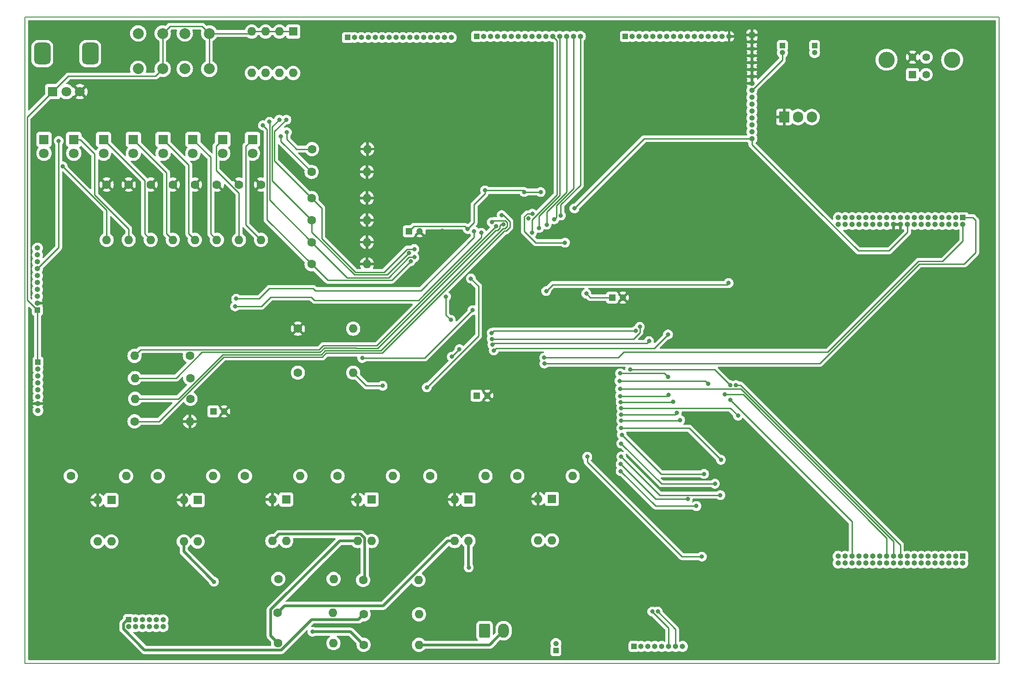
<source format=gbr>
%TF.GenerationSoftware,KiCad,Pcbnew,7.0.1*%
%TF.CreationDate,2023-04-21T00:10:31+02:00*%
%TF.ProjectId,SimpleLattice,53696d70-6c65-44c6-9174-746963652e6b,rev?*%
%TF.SameCoordinates,Original*%
%TF.FileFunction,Copper,L2,Bot*%
%TF.FilePolarity,Positive*%
%FSLAX46Y46*%
G04 Gerber Fmt 4.6, Leading zero omitted, Abs format (unit mm)*
G04 Created by KiCad (PCBNEW 7.0.1) date 2023-04-21 00:10:31*
%MOMM*%
%LPD*%
G01*
G04 APERTURE LIST*
G04 Aperture macros list*
%AMRoundRect*
0 Rectangle with rounded corners*
0 $1 Rounding radius*
0 $2 $3 $4 $5 $6 $7 $8 $9 X,Y pos of 4 corners*
0 Add a 4 corners polygon primitive as box body*
4,1,4,$2,$3,$4,$5,$6,$7,$8,$9,$2,$3,0*
0 Add four circle primitives for the rounded corners*
1,1,$1+$1,$2,$3*
1,1,$1+$1,$4,$5*
1,1,$1+$1,$6,$7*
1,1,$1+$1,$8,$9*
0 Add four rect primitives between the rounded corners*
20,1,$1+$1,$2,$3,$4,$5,0*
20,1,$1+$1,$4,$5,$6,$7,0*
20,1,$1+$1,$6,$7,$8,$9,0*
20,1,$1+$1,$8,$9,$2,$3,0*%
G04 Aperture macros list end*
%TA.AperFunction,NonConductor*%
%ADD10C,0.200000*%
%TD*%
%TA.AperFunction,ComponentPad*%
%ADD11R,1.000000X1.000000*%
%TD*%
%TA.AperFunction,ComponentPad*%
%ADD12O,1.000000X1.000000*%
%TD*%
%TA.AperFunction,ComponentPad*%
%ADD13C,1.600000*%
%TD*%
%TA.AperFunction,ComponentPad*%
%ADD14O,1.600000X1.600000*%
%TD*%
%TA.AperFunction,ComponentPad*%
%ADD15C,2.000000*%
%TD*%
%TA.AperFunction,ComponentPad*%
%ADD16R,1.800000X1.800000*%
%TD*%
%TA.AperFunction,ComponentPad*%
%ADD17C,1.800000*%
%TD*%
%TA.AperFunction,ComponentPad*%
%ADD18R,1.200000X1.200000*%
%TD*%
%TA.AperFunction,ComponentPad*%
%ADD19C,1.200000*%
%TD*%
%TA.AperFunction,ComponentPad*%
%ADD20R,1.600000X1.600000*%
%TD*%
%TA.AperFunction,ComponentPad*%
%ADD21R,1.905000X2.000000*%
%TD*%
%TA.AperFunction,ComponentPad*%
%ADD22O,1.905000X2.000000*%
%TD*%
%TA.AperFunction,ComponentPad*%
%ADD23RoundRect,0.750000X0.750000X-1.250000X0.750000X1.250000X-0.750000X1.250000X-0.750000X-1.250000X0*%
%TD*%
%TA.AperFunction,ComponentPad*%
%ADD24RoundRect,0.250000X-0.750000X-1.050000X0.750000X-1.050000X0.750000X1.050000X-0.750000X1.050000X0*%
%TD*%
%TA.AperFunction,ComponentPad*%
%ADD25O,2.000000X2.600000*%
%TD*%
%TA.AperFunction,ComponentPad*%
%ADD26R,1.400000X1.400000*%
%TD*%
%TA.AperFunction,ComponentPad*%
%ADD27C,1.400000*%
%TD*%
%TA.AperFunction,ComponentPad*%
%ADD28C,3.000000*%
%TD*%
%TA.AperFunction,ViaPad*%
%ADD29C,0.800000*%
%TD*%
%TA.AperFunction,Conductor*%
%ADD30C,0.250000*%
%TD*%
%TA.AperFunction,Conductor*%
%ADD31C,0.500000*%
%TD*%
G04 APERTURE END LIST*
D10*
X40500000Y-30600000D02*
X219400000Y-30600000D01*
X219400000Y-149400000D01*
X40500000Y-149400000D01*
X40500000Y-30600000D01*
D11*
%TO.P,J16,1,Pin_1*%
%TO.N,Net-(J16-Pin_1)*%
X179600000Y-35900000D03*
D12*
%TO.P,J16,2,Pin_2*%
%TO.N,3V3*%
X179600000Y-37170000D03*
%TD*%
D13*
%TO.P,R22,1*%
%TO.N,OUT1*%
X102700000Y-140400000D03*
D14*
%TO.P,R22,2*%
%TO.N,Ext_GND*%
X112860000Y-140400000D03*
%TD*%
D13*
%TO.P,R6,1*%
%TO.N,Net-(J3-Pin_5)*%
X90620000Y-96000000D03*
D14*
%TO.P,R6,2*%
%TO.N,3V3*%
X100780000Y-96000000D03*
%TD*%
D13*
%TO.P,R16,1*%
%TO.N,SW1*%
X93140000Y-67950000D03*
D14*
%TO.P,R16,2*%
%TO.N,GND*%
X103300000Y-67950000D03*
%TD*%
D13*
%TO.P,R30,1*%
%TO.N,OUT5*%
X86900000Y-140100000D03*
D14*
%TO.P,R30,2*%
%TO.N,Ext_GND*%
X97060000Y-140100000D03*
%TD*%
D15*
%TO.P,SW3,1,1*%
%TO.N,3V3*%
X65800000Y-33650000D03*
X65800000Y-40150000D03*
%TO.P,SW3,2,2*%
%TO.N,KEY1*%
X61300000Y-33650000D03*
X61300000Y-40150000D03*
%TD*%
D11*
%TO.P,J4,1,Pin_1*%
%TO.N,PC10*%
X212740000Y-67500000D03*
D12*
%TO.P,J4,2,Pin_2*%
%TO.N,PC11*%
X212740000Y-68770000D03*
%TO.P,J4,3,Pin_3*%
%TO.N,unconnected-(J4-Pin_3-Pad3)*%
X211470000Y-67500000D03*
%TO.P,J4,4,Pin_4*%
%TO.N,unconnected-(J4-Pin_4-Pad4)*%
X211470000Y-68770000D03*
%TO.P,J4,5,Pin_5*%
%TO.N,unconnected-(J4-Pin_5-Pad5)*%
X210200000Y-67500000D03*
%TO.P,J4,6,Pin_6*%
%TO.N,unconnected-(J4-Pin_6-Pad6)*%
X210200000Y-68770000D03*
%TO.P,J4,7,Pin_7*%
%TO.N,unconnected-(J4-Pin_7-Pad7)*%
X208930000Y-67500000D03*
%TO.P,J4,8,Pin_8*%
%TO.N,unconnected-(J4-Pin_8-Pad8)*%
X208930000Y-68770000D03*
%TO.P,J4,9,Pin_9*%
%TO.N,unconnected-(J4-Pin_9-Pad9)*%
X207660000Y-67500000D03*
%TO.P,J4,10,Pin_10*%
%TO.N,unconnected-(J4-Pin_10-Pad10)*%
X207660000Y-68770000D03*
%TO.P,J4,11,Pin_11*%
%TO.N,unconnected-(J4-Pin_11-Pad11)*%
X206390000Y-67500000D03*
%TO.P,J4,12,Pin_12*%
%TO.N,unconnected-(J4-Pin_12-Pad12)*%
X206390000Y-68770000D03*
%TO.P,J4,13,Pin_13*%
%TO.N,unconnected-(J4-Pin_13-Pad13)*%
X205120000Y-67500000D03*
%TO.P,J4,14,Pin_14*%
%TO.N,unconnected-(J4-Pin_14-Pad14)*%
X205120000Y-68770000D03*
%TO.P,J4,15,Pin_15*%
%TO.N,unconnected-(J4-Pin_15-Pad15)*%
X203850000Y-67500000D03*
%TO.P,J4,16,Pin_16*%
%TO.N,unconnected-(J4-Pin_16-Pad16)*%
X203850000Y-68770000D03*
%TO.P,J4,17,Pin_17*%
%TO.N,unconnected-(J4-Pin_17-Pad17)*%
X202580000Y-67500000D03*
%TO.P,J4,18,Pin_18*%
%TO.N,3V3*%
X202580000Y-68770000D03*
%TO.P,J4,19,Pin_19*%
%TO.N,unconnected-(J4-Pin_19-Pad19)*%
X201310000Y-67500000D03*
%TO.P,J4,20,Pin_20*%
%TO.N,GND*%
X201310000Y-68770000D03*
%TO.P,J4,21,Pin_21*%
%TO.N,unconnected-(J4-Pin_21-Pad21)*%
X200040000Y-67500000D03*
%TO.P,J4,22,Pin_22*%
%TO.N,GND*%
X200040000Y-68770000D03*
%TO.P,J4,23,Pin_23*%
%TO.N,unconnected-(J4-Pin_23-Pad23)*%
X198770000Y-67500000D03*
%TO.P,J4,24,Pin_24*%
%TO.N,unconnected-(J4-Pin_24-Pad24)*%
X198770000Y-68770000D03*
%TO.P,J4,25,Pin_25*%
%TO.N,unconnected-(J4-Pin_25-Pad25)*%
X197500000Y-67500000D03*
%TO.P,J4,26,Pin_26*%
%TO.N,unconnected-(J4-Pin_26-Pad26)*%
X197500000Y-68770000D03*
%TO.P,J4,27,Pin_27*%
%TO.N,unconnected-(J4-Pin_27-Pad27)*%
X196230000Y-67500000D03*
%TO.P,J4,28,Pin_28*%
%TO.N,unconnected-(J4-Pin_28-Pad28)*%
X196230000Y-68770000D03*
%TO.P,J4,29,Pin_29*%
%TO.N,unconnected-(J4-Pin_29-Pad29)*%
X194960000Y-67500000D03*
%TO.P,J4,30,Pin_30*%
%TO.N,unconnected-(J4-Pin_30-Pad30)*%
X194960000Y-68770000D03*
%TO.P,J4,31,Pin_31*%
%TO.N,unconnected-(J4-Pin_31-Pad31)*%
X193690000Y-67500000D03*
%TO.P,J4,32,Pin_32*%
%TO.N,unconnected-(J4-Pin_32-Pad32)*%
X193690000Y-68770000D03*
%TO.P,J4,33,Pin_33*%
%TO.N,unconnected-(J4-Pin_33-Pad33)*%
X192420000Y-67500000D03*
%TO.P,J4,34,Pin_34*%
%TO.N,PB0*%
X192420000Y-68770000D03*
%TO.P,J4,35,Pin_35*%
%TO.N,PC2*%
X191150000Y-67500000D03*
%TO.P,J4,36,Pin_36*%
%TO.N,PC1*%
X191150000Y-68770000D03*
%TO.P,J4,37,Pin_37*%
%TO.N,PC3*%
X189880000Y-67500000D03*
%TO.P,J4,38,Pin_38*%
%TO.N,PC0*%
X189880000Y-68770000D03*
%TD*%
D16*
%TO.P,D6,1,K*%
%TO.N,Net-(D6-K)*%
X54939596Y-53120000D03*
D17*
%TO.P,D6,2,A*%
%TO.N,LED5*%
X54939596Y-55660000D03*
%TD*%
D13*
%TO.P,R1,1*%
%TO.N,3V3*%
X70780000Y-92900000D03*
D14*
%TO.P,R1,2*%
%TO.N,TMS*%
X60620000Y-92900000D03*
%TD*%
D11*
%TO.P,J6,1,Pin_1*%
%TO.N,Ext_VCC*%
X138000000Y-147050000D03*
D12*
%TO.P,J6,2,Pin_2*%
%TO.N,Ext_GND*%
X138000000Y-145780000D03*
%TD*%
D18*
%TO.P,C4,1*%
%TO.N,3V3*%
X148327401Y-82200000D03*
D19*
%TO.P,C4,2*%
%TO.N,GND*%
X150327401Y-82200000D03*
%TD*%
D13*
%TO.P,R2,1*%
%TO.N,3V3*%
X70900000Y-100800000D03*
D14*
%TO.P,R2,2*%
%TO.N,TDI*%
X60740000Y-100800000D03*
%TD*%
D13*
%TO.P,R23,1*%
%TO.N,Net-(R23-Pad1)*%
X64920000Y-115000000D03*
D14*
%TO.P,R23,2*%
%TO.N,OPTO2*%
X75080000Y-115000000D03*
%TD*%
D20*
%TO.P,SW1,1*%
%TO.N,3V3*%
X89780000Y-33300000D03*
D14*
%TO.P,SW1,2*%
X87240000Y-33300000D03*
%TO.P,SW1,3*%
X84700000Y-33300000D03*
%TO.P,SW1,4*%
X82160000Y-33300000D03*
%TO.P,SW1,5*%
%TO.N,SW3*%
X82160000Y-40920000D03*
%TO.P,SW1,6*%
%TO.N,SW2*%
X84700000Y-40920000D03*
%TO.P,SW1,7*%
%TO.N,SW1*%
X87240000Y-40920000D03*
%TO.P,SW1,8*%
%TO.N,SW0*%
X89780000Y-40920000D03*
%TD*%
D13*
%TO.P,R21,1*%
%TO.N,Net-(R21-Pad1)*%
X48920000Y-115000000D03*
D14*
%TO.P,R21,2*%
%TO.N,OPTO1*%
X59080000Y-115000000D03*
%TD*%
D20*
%TO.P,U2,1*%
%TO.N,Net-(R23-Pad1)*%
X72210000Y-119400000D03*
D14*
%TO.P,U2,2*%
%TO.N,GND*%
X69670000Y-119400000D03*
%TO.P,U2,3*%
%TO.N,OUT2*%
X69670000Y-127020000D03*
%TO.P,U2,4*%
%TO.N,Ext_VCC*%
X72210000Y-127020000D03*
%TD*%
D20*
%TO.P,U6,1*%
%TO.N,Net-(R31-Pad1)*%
X137275000Y-119200000D03*
D14*
%TO.P,U6,2*%
%TO.N,GND*%
X134735000Y-119200000D03*
%TO.P,U6,3*%
%TO.N,OUT6*%
X134735000Y-126820000D03*
%TO.P,U6,4*%
%TO.N,Ext_VCC*%
X137275000Y-126820000D03*
%TD*%
D13*
%TO.P,R10,1*%
%TO.N,GND*%
X71700000Y-61420000D03*
D14*
%TO.P,R10,2*%
%TO.N,Net-(D4-K)*%
X71700000Y-71580000D03*
%TD*%
D11*
%TO.P,J9,1,Pin_1*%
%TO.N,Net-(IC1-PR3A)*%
X150770000Y-34200000D03*
D12*
%TO.P,J9,2,Pin_2*%
%TO.N,Net-(IC1-PR3B)*%
X152040000Y-34200000D03*
%TO.P,J9,3,Pin_3*%
%TO.N,Net-(IC1-PR4A)*%
X153310000Y-34200000D03*
%TO.P,J9,4,Pin_4*%
%TO.N,Net-(IC1-PR4B)*%
X154580000Y-34200000D03*
%TO.P,J9,5,Pin_5*%
%TO.N,Net-(IC1-PR4C)*%
X155850000Y-34200000D03*
%TO.P,J9,6,Pin_6*%
%TO.N,Net-(IC1-PR4D)*%
X157120000Y-34200000D03*
%TO.P,J9,7,Pin_7*%
%TO.N,Net-(IC1-PR5A)*%
X158390000Y-34200000D03*
%TO.P,J9,8,Pin_8*%
%TO.N,Net-(IC1-PR5B)*%
X159660000Y-34200000D03*
%TO.P,J9,9,Pin_9*%
%TO.N,Net-(IC1-PR5C)*%
X160930000Y-34200000D03*
%TO.P,J9,10,Pin_10*%
%TO.N,Net-(IC1-PR5D)*%
X162200000Y-34200000D03*
%TO.P,J9,11,Pin_11*%
%TO.N,Net-(IC1-PR8A)*%
X163470000Y-34200000D03*
%TO.P,J9,12,Pin_12*%
%TO.N,Net-(IC1-PR8B)*%
X164740000Y-34200000D03*
%TO.P,J9,13,Pin_13*%
%TO.N,Net-(IC1-PR8C)*%
X166010000Y-34200000D03*
%TO.P,J9,14,Pin_14*%
%TO.N,Net-(IC1-PR8D)*%
X167280000Y-34200000D03*
%TO.P,J9,15,Pin_15*%
%TO.N,Net-(IC1-PR9A)*%
X168550000Y-34200000D03*
%TO.P,J9,16,Pin_16*%
%TO.N,GND*%
X169820000Y-34200000D03*
%TD*%
D21*
%TO.P,U7,1,GND*%
%TO.N,GND*%
X179920000Y-49000000D03*
D22*
%TO.P,U7,2,VO*%
%TO.N,Net-(J16-Pin_1)*%
X182460000Y-49000000D03*
%TO.P,U7,3,VI*%
%TO.N,VCC5V*%
X185000000Y-49000000D03*
%TD*%
D13*
%TO.P,R27,1*%
%TO.N,Net-(R27-Pad1)*%
X97920000Y-115000000D03*
D14*
%TO.P,R27,2*%
%TO.N,OPTO4*%
X108080000Y-115000000D03*
%TD*%
D13*
%TO.P,R13,1*%
%TO.N,GND*%
X59550000Y-61420000D03*
D14*
%TO.P,R13,2*%
%TO.N,Net-(D7-K)*%
X59550000Y-71580000D03*
%TD*%
D16*
%TO.P,D7,1,K*%
%TO.N,Net-(D7-K)*%
X49469798Y-53120000D03*
D17*
%TO.P,D7,2,A*%
%TO.N,LED6*%
X49469798Y-55660000D03*
%TD*%
D13*
%TO.P,R8,1*%
%TO.N,GND*%
X79800000Y-61420000D03*
D14*
%TO.P,R8,2*%
%TO.N,Net-(D2-K)*%
X79800000Y-71580000D03*
%TD*%
D16*
%TO.P,D8,1,K*%
%TO.N,Net-(D8-K)*%
X44000000Y-53120000D03*
D17*
%TO.P,D8,2,A*%
%TO.N,LED7*%
X44000000Y-55660000D03*
%TD*%
D20*
%TO.P,U5,1*%
%TO.N,Net-(R29-Pad1)*%
X121955000Y-119300000D03*
D14*
%TO.P,U5,2*%
%TO.N,GND*%
X119415000Y-119300000D03*
%TO.P,U5,3*%
%TO.N,OUT5*%
X119415000Y-126920000D03*
%TO.P,U5,4*%
%TO.N,Ext_VCC*%
X121955000Y-126920000D03*
%TD*%
D11*
%TO.P,J10,1,Pin_1*%
%TO.N,Net-(IC1-PT9A)*%
X99730000Y-34400000D03*
D12*
%TO.P,J10,2,Pin_2*%
%TO.N,Net-(IC1-PT9B)*%
X101000000Y-34400000D03*
%TO.P,J10,3,Pin_3*%
%TO.N,Net-(IC1-PT9C)*%
X102270000Y-34400000D03*
%TO.P,J10,4,Pin_4*%
%TO.N,Net-(IC1-PT9D)*%
X103540000Y-34400000D03*
%TO.P,J10,5,Pin_5*%
%TO.N,Net-(IC1-PT10A)*%
X104810000Y-34400000D03*
%TO.P,J10,6,Pin_6*%
%TO.N,Net-(IC1-PT10B)*%
X106080000Y-34400000D03*
%TO.P,J10,7,Pin_7*%
%TO.N,Net-(IC1-PT11A)*%
X107350000Y-34400000D03*
%TO.P,J10,8,Pin_8*%
%TO.N,Net-(IC1-PT11B)*%
X108620000Y-34400000D03*
%TO.P,J10,9,Pin_9*%
%TO.N,Net-(IC1-PT12A)*%
X109890000Y-34400000D03*
%TO.P,J10,10,Pin_10*%
%TO.N,Net-(IC1-PT12B)*%
X111160000Y-34400000D03*
%TO.P,J10,11,Pin_11*%
%TO.N,Net-(IC1-PT12C)*%
X112430000Y-34400000D03*
%TO.P,J10,12,Pin_12*%
%TO.N,Net-(IC1-PT12D)*%
X113700000Y-34400000D03*
%TO.P,J10,13,Pin_13*%
%TO.N,Net-(IC1-PT15A)*%
X114970000Y-34400000D03*
%TO.P,J10,14,Pin_14*%
%TO.N,Net-(IC1-PT15B)*%
X116240000Y-34400000D03*
%TO.P,J10,15,Pin_15*%
%TO.N,Net-(IC1-PT15C)*%
X117510000Y-34400000D03*
%TO.P,J10,16,Pin_16*%
%TO.N,Net-(IC1-PT15D)*%
X118780000Y-34400000D03*
%TD*%
D16*
%TO.P,D4,1,K*%
%TO.N,Net-(D4-K)*%
X65879192Y-53120000D03*
D17*
%TO.P,D4,2,A*%
%TO.N,LED3*%
X65879192Y-55660000D03*
%TD*%
D13*
%TO.P,R25,1*%
%TO.N,Net-(R25-Pad1)*%
X80920000Y-115000000D03*
D14*
%TO.P,R25,2*%
%TO.N,OPTO3*%
X91080000Y-115000000D03*
%TD*%
D13*
%TO.P,R12,1*%
%TO.N,GND*%
X63600000Y-61420000D03*
D14*
%TO.P,R12,2*%
%TO.N,Net-(D6-K)*%
X63600000Y-71580000D03*
%TD*%
D13*
%TO.P,R15,1*%
%TO.N,SW0*%
X93140000Y-63900000D03*
D14*
%TO.P,R15,2*%
%TO.N,GND*%
X103300000Y-63900000D03*
%TD*%
D13*
%TO.P,R28,1*%
%TO.N,OUT4*%
X87000000Y-145700000D03*
D14*
%TO.P,R28,2*%
%TO.N,Ext_GND*%
X97160000Y-145700000D03*
%TD*%
D13*
%TO.P,R19,1*%
%TO.N,KEY1*%
X93140000Y-59100000D03*
D14*
%TO.P,R19,2*%
%TO.N,GND*%
X103300000Y-59100000D03*
%TD*%
D16*
%TO.P,RV1,1,1*%
%TO.N,3V3*%
X45600000Y-44350000D03*
D17*
%TO.P,RV1,2,2*%
%TO.N,A0*%
X48100000Y-44350000D03*
%TO.P,RV1,3,3*%
%TO.N,GND*%
X50600000Y-44350000D03*
D23*
%TO.P,RV1,MP*%
%TO.N,N/C*%
X43700000Y-37350000D03*
X52500000Y-37350000D03*
%TD*%
D20*
%TO.P,U3,1*%
%TO.N,Net-(R25-Pad1)*%
X88475000Y-119300000D03*
D14*
%TO.P,U3,2*%
%TO.N,GND*%
X85935000Y-119300000D03*
%TO.P,U3,3*%
%TO.N,OUT3*%
X85935000Y-126920000D03*
%TO.P,U3,4*%
%TO.N,Ext_VCC*%
X88475000Y-126920000D03*
%TD*%
D13*
%TO.P,R29,1*%
%TO.N,Net-(R29-Pad1)*%
X114920000Y-115000000D03*
D14*
%TO.P,R29,2*%
%TO.N,OPTO5*%
X125080000Y-115000000D03*
%TD*%
D16*
%TO.P,D5,1,K*%
%TO.N,Net-(D5-K)*%
X60409394Y-53120000D03*
D17*
%TO.P,D5,2,A*%
%TO.N,LED4*%
X60409394Y-55660000D03*
%TD*%
D18*
%TO.P,C2,1*%
%TO.N,3V3*%
X75100000Y-103100000D03*
D19*
%TO.P,C2,2*%
%TO.N,GND*%
X77100000Y-103100000D03*
%TD*%
D11*
%TO.P,J13,1,Pin_1*%
%TO.N,GND*%
X174000000Y-33950000D03*
D12*
%TO.P,J13,2,Pin_2*%
X174000000Y-35220000D03*
%TO.P,J13,3,Pin_3*%
X174000000Y-36490000D03*
%TO.P,J13,4,Pin_4*%
X174000000Y-37760000D03*
%TO.P,J13,5,Pin_5*%
X174000000Y-39030000D03*
%TO.P,J13,6,Pin_6*%
X174000000Y-40300000D03*
%TO.P,J13,7,Pin_7*%
X174000000Y-41570000D03*
%TO.P,J13,8,Pin_8*%
X174000000Y-42840000D03*
%TO.P,J13,9,Pin_9*%
%TO.N,3V3*%
X174000000Y-44110000D03*
%TO.P,J13,10,Pin_10*%
X174000000Y-45380000D03*
%TO.P,J13,11,Pin_11*%
X174000000Y-46650000D03*
%TO.P,J13,12,Pin_12*%
X174000000Y-47920000D03*
%TO.P,J13,13,Pin_13*%
X174000000Y-49190000D03*
%TO.P,J13,14,Pin_14*%
X174000000Y-50460000D03*
%TO.P,J13,15,Pin_15*%
X174000000Y-51730000D03*
%TO.P,J13,16,Pin_16*%
X174000000Y-53000000D03*
%TD*%
D18*
%TO.P,C1,1*%
%TO.N,3V3*%
X123427401Y-100200000D03*
D19*
%TO.P,C1,2*%
%TO.N,GND*%
X125427401Y-100200000D03*
%TD*%
D13*
%TO.P,R3,1*%
%TO.N,3V3*%
X70860000Y-97000000D03*
D14*
%TO.P,R3,2*%
%TO.N,TDO*%
X60700000Y-97000000D03*
%TD*%
D15*
%TO.P,SW2,1,1*%
%TO.N,3V3*%
X74350000Y-33650000D03*
X74350000Y-40150000D03*
%TO.P,SW2,2,2*%
%TO.N,KEY0*%
X69850000Y-33650000D03*
X69850000Y-40150000D03*
%TD*%
D13*
%TO.P,R11,1*%
%TO.N,GND*%
X67650000Y-61420000D03*
D14*
%TO.P,R11,2*%
%TO.N,Net-(D5-K)*%
X67650000Y-71580000D03*
%TD*%
D11*
%TO.P,J11,1,Pin_1*%
%TO.N,Net-(IC1-PT16B)*%
X123450000Y-34200000D03*
D12*
%TO.P,J11,2,Pin_2*%
%TO.N,Net-(IC1-PT16C)*%
X124720000Y-34200000D03*
%TO.P,J11,3,Pin_3*%
%TO.N,Net-(IC1-PT16D)*%
X125990000Y-34200000D03*
%TO.P,J11,4,Pin_4*%
%TO.N,Net-(IC1-PT17A)*%
X127260000Y-34200000D03*
%TO.P,J11,5,Pin_5*%
%TO.N,Net-(IC1-PT17B)*%
X128530000Y-34200000D03*
%TO.P,J11,6,Pin_6*%
%TO.N,Net-(IC1-PT17C)*%
X129800000Y-34200000D03*
%TO.P,J11,7,Pin_7*%
%TO.N,Net-(IC1-PT17D)*%
X131070000Y-34200000D03*
%TO.P,J11,8,Pin_8*%
%TO.N,J11_8*%
X132340000Y-34200000D03*
%TO.P,J11,9,Pin_9*%
%TO.N,J11_9*%
X133610000Y-34200000D03*
%TO.P,J11,10,Pin_10*%
%TO.N,J11_10*%
X134880000Y-34200000D03*
%TO.P,J11,11,Pin_11*%
%TO.N,J11_11*%
X136150000Y-34200000D03*
%TO.P,J11,12,Pin_12*%
%TO.N,J11_12*%
X137420000Y-34200000D03*
%TO.P,J11,13,Pin_13*%
%TO.N,J11_13*%
X138690000Y-34200000D03*
%TO.P,J11,14,Pin_14*%
%TO.N,J11_14*%
X139960000Y-34200000D03*
%TO.P,J11,15,Pin_15*%
%TO.N,J11_15*%
X141230000Y-34200000D03*
%TO.P,J11,16,Pin_16*%
%TO.N,J11_16*%
X142500000Y-34200000D03*
%TD*%
D24*
%TO.P,J7,1,Pin_1*%
%TO.N,Ext_VCC*%
X124900000Y-143400000D03*
D25*
%TO.P,J7,2,Pin_2*%
%TO.N,Ext_GND*%
X128400000Y-143400000D03*
%TD*%
D13*
%TO.P,R7,1*%
%TO.N,GND*%
X83850000Y-61420000D03*
D14*
%TO.P,R7,2*%
%TO.N,Net-(D1-K)*%
X83850000Y-71580000D03*
%TD*%
D13*
%TO.P,R5,1*%
%TO.N,GND*%
X90620000Y-87900000D03*
D14*
%TO.P,R5,2*%
%TO.N,Net-(J3-Pin_5)*%
X100780000Y-87900000D03*
%TD*%
D11*
%TO.P,J2,1,Pin_1*%
%TO.N,Rx*%
X152360000Y-146300000D03*
D12*
%TO.P,J2,2,Pin_2*%
%TO.N,Tx*%
X153630000Y-146300000D03*
%TO.P,J2,3,Pin_3*%
%TO.N,RTSn*%
X154900000Y-146300000D03*
%TO.P,J2,4,Pin_4*%
%TO.N,CTSn*%
X156170000Y-146300000D03*
%TO.P,J2,5,Pin_5*%
%TO.N,DTRn*%
X157440000Y-146300000D03*
%TO.P,J2,6,Pin_6*%
%TO.N,DSRn*%
X158710000Y-146300000D03*
%TO.P,J2,7,Pin_7*%
%TO.N,DCDn*%
X159980000Y-146300000D03*
%TO.P,J2,8,Pin_8*%
%TO.N,unconnected-(J2-Pin_8-Pad8)*%
X161250000Y-146300000D03*
%TD*%
D13*
%TO.P,R9,1*%
%TO.N,GND*%
X75750000Y-61420000D03*
D14*
%TO.P,R9,2*%
%TO.N,Net-(D3-K)*%
X75750000Y-71580000D03*
%TD*%
D16*
%TO.P,D1,1,K*%
%TO.N,Net-(D1-K)*%
X82288586Y-53120000D03*
D17*
%TO.P,D1,2,A*%
%TO.N,LED0*%
X82288586Y-55660000D03*
%TD*%
D13*
%TO.P,R17,1*%
%TO.N,SW2*%
X93140000Y-72000000D03*
D14*
%TO.P,R17,2*%
%TO.N,GND*%
X103300000Y-72000000D03*
%TD*%
D11*
%TO.P,J15,1,Pin_1*%
%TO.N,Net-(J14-D+)*%
X185500000Y-35900000D03*
D12*
%TO.P,J15,2,Pin_2*%
%TO.N,Net-(J14-D-)*%
X185500000Y-37170000D03*
%TD*%
D13*
%TO.P,R18,1*%
%TO.N,SW3*%
X93140000Y-76050000D03*
D14*
%TO.P,R18,2*%
%TO.N,GND*%
X103300000Y-76050000D03*
%TD*%
D13*
%TO.P,R26,1*%
%TO.N,OUT3*%
X102600000Y-134100000D03*
D14*
%TO.P,R26,2*%
%TO.N,Ext_GND*%
X112760000Y-134100000D03*
%TD*%
D11*
%TO.P,J3,1,Pin_1*%
%TO.N,3V3*%
X42800000Y-84520000D03*
D12*
%TO.P,J3,2,Pin_2*%
%TO.N,GND*%
X42800000Y-83250000D03*
%TO.P,J3,3,Pin_3*%
%TO.N,ADC_SCL*%
X42800000Y-81980000D03*
%TO.P,J3,4,Pin_4*%
%TO.N,ADC_SDA*%
X42800000Y-80710000D03*
%TO.P,J3,5,Pin_5*%
%TO.N,Net-(J3-Pin_5)*%
X42800000Y-79440000D03*
%TO.P,J3,6,Pin_6*%
%TO.N,ADC_ALERT*%
X42800000Y-78170000D03*
%TO.P,J3,7,Pin_7*%
%TO.N,A0*%
X42800000Y-76900000D03*
%TO.P,J3,8,Pin_8*%
%TO.N,A1*%
X42800000Y-75630000D03*
%TO.P,J3,9,Pin_9*%
%TO.N,A2*%
X42800000Y-74360000D03*
%TO.P,J3,10,Pin_10*%
%TO.N,A3*%
X42800000Y-73090000D03*
%TD*%
D11*
%TO.P,J5,1,Pin_1*%
%TO.N,PC9*%
X212700000Y-129730000D03*
D12*
%TO.P,J5,2,Pin_2*%
%TO.N,PC8*%
X212700000Y-131000000D03*
%TO.P,J5,3,Pin_3*%
%TO.N,unconnected-(J5-Pin_3-Pad3)*%
X211430000Y-129730000D03*
%TO.P,J5,4,Pin_4*%
%TO.N,PC6*%
X211430000Y-131000000D03*
%TO.P,J5,5,Pin_5*%
%TO.N,unconnected-(J5-Pin_5-Pad5)*%
X210160000Y-129730000D03*
%TO.P,J5,6,Pin_6*%
%TO.N,PC5*%
X210160000Y-131000000D03*
%TO.P,J5,7,Pin_7*%
%TO.N,unconnected-(J5-Pin_7-Pad7)*%
X208890000Y-129730000D03*
%TO.P,J5,8,Pin_8*%
%TO.N,unconnected-(J5-Pin_8-Pad8)*%
X208890000Y-131000000D03*
%TO.P,J5,9,Pin_9*%
%TO.N,unconnected-(J5-Pin_9-Pad9)*%
X207620000Y-129730000D03*
%TO.P,J5,10,Pin_10*%
%TO.N,unconnected-(J5-Pin_10-Pad10)*%
X207620000Y-131000000D03*
%TO.P,J5,11,Pin_11*%
%TO.N,unconnected-(J5-Pin_11-Pad11)*%
X206350000Y-129730000D03*
%TO.P,J5,12,Pin_12*%
%TO.N,unconnected-(J5-Pin_12-Pad12)*%
X206350000Y-131000000D03*
%TO.P,J5,13,Pin_13*%
%TO.N,unconnected-(J5-Pin_13-Pad13)*%
X205080000Y-129730000D03*
%TO.P,J5,14,Pin_14*%
%TO.N,PA11*%
X205080000Y-131000000D03*
%TO.P,J5,15,Pin_15*%
%TO.N,unconnected-(J5-Pin_15-Pad15)*%
X203810000Y-129730000D03*
%TO.P,J5,16,Pin_16*%
%TO.N,PB12*%
X203810000Y-131000000D03*
%TO.P,J5,17,Pin_17*%
%TO.N,unconnected-(J5-Pin_17-Pad17)*%
X202540000Y-129730000D03*
%TO.P,J5,18,Pin_18*%
%TO.N,unconnected-(J5-Pin_18-Pad18)*%
X202540000Y-131000000D03*
%TO.P,J5,19,Pin_19*%
%TO.N,PC7*%
X201270000Y-129730000D03*
%TO.P,J5,20,Pin_20*%
%TO.N,unconnected-(J5-Pin_20-Pad20)*%
X201270000Y-131000000D03*
%TO.P,J5,21,Pin_21*%
%TO.N,PA9*%
X200000000Y-129730000D03*
%TO.P,J5,22,Pin_22*%
%TO.N,PB2*%
X200000000Y-131000000D03*
%TO.P,J5,23,Pin_23*%
%TO.N,PA8*%
X198730000Y-129730000D03*
%TO.P,J5,24,Pin_24*%
%TO.N,PB1*%
X198730000Y-131000000D03*
%TO.P,J5,25,Pin_25*%
%TO.N,unconnected-(J5-Pin_25-Pad25)*%
X197460000Y-129730000D03*
%TO.P,J5,26,Pin_26*%
%TO.N,PB15*%
X197460000Y-131000000D03*
%TO.P,J5,27,Pin_27*%
%TO.N,unconnected-(J5-Pin_27-Pad27)*%
X196190000Y-129730000D03*
%TO.P,J5,28,Pin_28*%
%TO.N,PB14*%
X196190000Y-131000000D03*
%TO.P,J5,29,Pin_29*%
%TO.N,unconnected-(J5-Pin_29-Pad29)*%
X194920000Y-129730000D03*
%TO.P,J5,30,Pin_30*%
%TO.N,PB13*%
X194920000Y-131000000D03*
%TO.P,J5,31,Pin_31*%
%TO.N,unconnected-(J5-Pin_31-Pad31)*%
X193650000Y-129730000D03*
%TO.P,J5,32,Pin_32*%
%TO.N,unconnected-(J5-Pin_32-Pad32)*%
X193650000Y-131000000D03*
%TO.P,J5,33,Pin_33*%
%TO.N,PA10*%
X192380000Y-129730000D03*
%TO.P,J5,34,Pin_34*%
%TO.N,PC4*%
X192380000Y-131000000D03*
%TO.P,J5,35,Pin_35*%
%TO.N,unconnected-(J5-Pin_35-Pad35)*%
X191110000Y-129730000D03*
%TO.P,J5,36,Pin_36*%
%TO.N,unconnected-(J5-Pin_36-Pad36)*%
X191110000Y-131000000D03*
%TO.P,J5,37,Pin_37*%
%TO.N,unconnected-(J5-Pin_37-Pad37)*%
X189840000Y-129730000D03*
%TO.P,J5,38,Pin_38*%
%TO.N,unconnected-(J5-Pin_38-Pad38)*%
X189840000Y-131000000D03*
%TD*%
D13*
%TO.P,R24,1*%
%TO.N,OUT2*%
X102700000Y-146000000D03*
D14*
%TO.P,R24,2*%
%TO.N,Ext_GND*%
X112860000Y-146000000D03*
%TD*%
D13*
%TO.P,R14,1*%
%TO.N,GND*%
X55500000Y-61420000D03*
D14*
%TO.P,R14,2*%
%TO.N,Net-(D8-K)*%
X55500000Y-71580000D03*
%TD*%
D13*
%TO.P,R32,1*%
%TO.N,OUT6*%
X87020000Y-133900000D03*
D14*
%TO.P,R32,2*%
%TO.N,Ext_GND*%
X97180000Y-133900000D03*
%TD*%
D13*
%TO.P,R4,1*%
%TO.N,TCK*%
X60620000Y-104950000D03*
D14*
%TO.P,R4,2*%
%TO.N,GND*%
X70780000Y-104950000D03*
%TD*%
D11*
%TO.P,J1,1,Pin_1*%
%TO.N,3V3*%
X42900000Y-94060000D03*
D12*
%TO.P,J1,2,Pin_2*%
%TO.N,TDO*%
X42900000Y-95330000D03*
%TO.P,J1,3,Pin_3*%
%TO.N,TDI*%
X42900000Y-96600000D03*
%TO.P,J1,4,Pin_4*%
%TO.N,unconnected-(J1-Pin_4-Pad4)*%
X42900000Y-97870000D03*
%TO.P,J1,5,Pin_5*%
%TO.N,unconnected-(J1-Pin_5-Pad5)*%
X42900000Y-99140000D03*
%TO.P,J1,6,Pin_6*%
%TO.N,TMS*%
X42900000Y-100410000D03*
%TO.P,J1,7,Pin_7*%
%TO.N,GND*%
X42900000Y-101680000D03*
%TO.P,J1,8,Pin_8*%
%TO.N,TCK*%
X42900000Y-102950000D03*
%TD*%
D18*
%TO.P,C3,1*%
%TO.N,3V3*%
X111000000Y-70000000D03*
D19*
%TO.P,C3,2*%
%TO.N,GND*%
X113000000Y-70000000D03*
%TD*%
D16*
%TO.P,D3,1,K*%
%TO.N,Net-(D3-K)*%
X71348990Y-53120000D03*
D17*
%TO.P,D3,2,A*%
%TO.N,LED2*%
X71348990Y-55660000D03*
%TD*%
D26*
%TO.P,J14,1,VBUS*%
%TO.N,VCC5V*%
X203500000Y-41200000D03*
D27*
%TO.P,J14,2,D-*%
%TO.N,Net-(J14-D-)*%
X206000000Y-41200000D03*
%TO.P,J14,3,D+*%
%TO.N,Net-(J14-D+)*%
X206000000Y-38000000D03*
%TO.P,J14,4,GND*%
%TO.N,GND*%
X203500000Y-38000000D03*
D28*
%TO.P,J14,5,Shield*%
%TO.N,unconnected-(J14-Shield-Pad5)*%
X210770000Y-38490000D03*
X198730000Y-38490000D03*
%TD*%
D16*
%TO.P,D2,1,K*%
%TO.N,Net-(D2-K)*%
X76818788Y-53120000D03*
D17*
%TO.P,D2,2,A*%
%TO.N,LED1*%
X76818788Y-55660000D03*
%TD*%
D20*
%TO.P,U1,1*%
%TO.N,Net-(R21-Pad1)*%
X56375000Y-119400000D03*
D14*
%TO.P,U1,2*%
%TO.N,GND*%
X53835000Y-119400000D03*
%TO.P,U1,3*%
%TO.N,OUT1*%
X53835000Y-127020000D03*
%TO.P,U1,4*%
%TO.N,Ext_VCC*%
X56375000Y-127020000D03*
%TD*%
D13*
%TO.P,R31,1*%
%TO.N,Net-(R31-Pad1)*%
X130920000Y-115000000D03*
D14*
%TO.P,R31,2*%
%TO.N,OPTO6*%
X141080000Y-115000000D03*
%TD*%
D20*
%TO.P,U4,1*%
%TO.N,Net-(R27-Pad1)*%
X104175000Y-119300000D03*
D14*
%TO.P,U4,2*%
%TO.N,GND*%
X101635000Y-119300000D03*
%TO.P,U4,3*%
%TO.N,OUT4*%
X101635000Y-126920000D03*
%TO.P,U4,4*%
%TO.N,Ext_VCC*%
X104175000Y-126920000D03*
%TD*%
D13*
%TO.P,R20,1*%
%TO.N,KEY0*%
X93220000Y-54900000D03*
D14*
%TO.P,R20,2*%
%TO.N,GND*%
X103380000Y-54900000D03*
%TD*%
D11*
%TO.P,J8,1,Pin_1*%
%TO.N,OUT1*%
X59530000Y-141400000D03*
D12*
%TO.P,J8,2,Pin_2*%
%TO.N,Ext_GND*%
X59530000Y-142670000D03*
%TO.P,J8,3,Pin_3*%
%TO.N,OUT2*%
X60800000Y-141400000D03*
%TO.P,J8,4,Pin_4*%
%TO.N,Ext_GND*%
X60800000Y-142670000D03*
%TO.P,J8,5,Pin_5*%
%TO.N,OUT3*%
X62070000Y-141400000D03*
%TO.P,J8,6,Pin_6*%
%TO.N,Ext_GND*%
X62070000Y-142670000D03*
%TO.P,J8,7,Pin_7*%
%TO.N,OUT4*%
X63340000Y-141400000D03*
%TO.P,J8,8,Pin_8*%
%TO.N,Ext_GND*%
X63340000Y-142670000D03*
%TO.P,J8,9,Pin_9*%
%TO.N,OUT5*%
X64610000Y-141400000D03*
%TO.P,J8,10,Pin_10*%
%TO.N,Ext_GND*%
X64610000Y-142670000D03*
%TO.P,J8,11,Pin_11*%
%TO.N,OUT6*%
X65880000Y-141400000D03*
%TO.P,J8,12,Pin_12*%
%TO.N,Ext_GND*%
X65880000Y-142670000D03*
%TD*%
D29*
%TO.N,GND*%
X121200000Y-104300000D03*
X145100000Y-66200000D03*
X135400000Y-60000000D03*
X139700000Y-81100000D03*
%TO.N,3V3*%
X135200000Y-62800000D03*
X132200000Y-62800000D03*
X139674500Y-72100000D03*
X133679109Y-66787105D03*
%TO.N,GND*%
X132923115Y-67632496D03*
%TO.N,3V3*%
X125000000Y-62500000D03*
%TO.N,GND*%
X117100000Y-69900000D03*
%TO.N,3V3*%
X121800000Y-69600000D03*
%TO.N,GND*%
X121619095Y-81447795D03*
X134800000Y-84700000D03*
X131200000Y-85224500D03*
%TO.N,3V3*%
X118700000Y-86300000D03*
X117800000Y-82000000D03*
X141400000Y-65800000D03*
%TO.N,ADC_ALERT*%
X122700000Y-84500000D03*
X102430500Y-93300000D03*
%TO.N,ADC_SCL*%
X124312299Y-70287701D03*
X79100000Y-83800000D03*
%TO.N,ADC_SDA*%
X123000000Y-70000000D03*
X79287701Y-82412299D03*
%TO.N,3V3*%
X118907204Y-93068198D03*
X106174500Y-98400000D03*
X120287701Y-91687701D03*
X143600000Y-81474500D03*
%TO.N,Net-(D8-K)*%
X47432299Y-58067701D03*
%TO.N,TDO*%
X128362299Y-68762299D03*
%TO.N,TDI*%
X126249647Y-68350353D03*
%TO.N,TCK*%
X128037701Y-67037701D03*
%TO.N,TMS*%
X127000000Y-69100000D03*
%TO.N,DCDn*%
X156715500Y-139900000D03*
%TO.N,DSRn*%
X155715997Y-139900000D03*
%TO.N,CLK*%
X114300000Y-98700000D03*
X122400000Y-78700000D03*
%TO.N,PA11*%
X151635500Y-95400000D03*
X170024952Y-98275500D03*
%TO.N,PA10*%
X149800000Y-96124500D03*
X170000000Y-101000000D03*
X158600000Y-96775500D03*
%TO.N,PA8*%
X166000000Y-98000000D03*
X149700000Y-97500000D03*
X169000000Y-100000000D03*
%TO.N,PA9*%
X149800000Y-99000000D03*
%TO.N,PC11*%
X135861946Y-93238054D03*
%TO.N,PC10*%
X135899647Y-94300353D03*
%TO.N,PC9*%
X149800000Y-100300000D03*
X158700000Y-100100000D03*
%TO.N,PC8*%
X159500000Y-101300000D03*
X149900000Y-101400000D03*
%TO.N,PC7*%
X171066617Y-98275500D03*
X150000000Y-102500000D03*
X171449500Y-103900000D03*
%TO.N,PC6*%
X160200000Y-103400000D03*
X150000000Y-103700000D03*
%TO.N,PC5*%
X150000000Y-104800000D03*
X160800000Y-104700000D03*
%TO.N,PC4*%
X168300000Y-112000000D03*
X150000000Y-106200000D03*
%TO.N,PC3*%
X126200000Y-88700000D03*
X152700000Y-88300000D03*
%TO.N,PC2*%
X153400000Y-87575500D03*
X126225500Y-89800000D03*
%TO.N,PC1*%
X126357585Y-90829861D03*
X155100000Y-90200000D03*
%TO.N,PC0*%
X158600000Y-88975500D03*
X126600000Y-91900000D03*
%TO.N,PB15*%
X150100000Y-107400000D03*
X165200000Y-114600000D03*
%TO.N,PB14*%
X150000000Y-109000000D03*
X167200000Y-116400000D03*
%TO.N,PB13*%
X168200000Y-118500000D03*
X150000000Y-111400000D03*
%TO.N,PB12*%
X149900000Y-112800000D03*
X162224500Y-119224500D03*
%TO.N,PB2*%
X149900000Y-114100000D03*
X163800000Y-120500000D03*
%TO.N,PB1*%
X143765315Y-111434685D03*
X164800000Y-129800000D03*
%TO.N,PB0*%
X136225500Y-81000000D03*
X169718247Y-79518247D03*
%TO.N,KEY1*%
X87500000Y-52600000D03*
%TO.N,KEY0*%
X88600000Y-51800000D03*
%TO.N,SW3*%
X111330497Y-75525500D03*
X84200000Y-50525500D03*
%TO.N,SW2*%
X85400000Y-49900000D03*
X112008841Y-74791433D03*
%TO.N,SW1*%
X111000000Y-74000000D03*
X87200000Y-49500000D03*
%TO.N,SW0*%
X112000000Y-73275500D03*
X88500000Y-49500000D03*
%TO.N,A0*%
X46700000Y-53400000D03*
%TO.N,Ext_VCC*%
X122000000Y-131800000D03*
%TO.N,OUT2*%
X93300000Y-143600000D03*
X75200000Y-134400000D03*
%TO.N,J11_16*%
X138900000Y-67100000D03*
%TO.N,J11_15*%
X137700000Y-67800000D03*
%TO.N,J11_14*%
X136300000Y-68800000D03*
%TO.N,J11_13*%
X134900000Y-69400000D03*
%TO.N,J11_12*%
X133600000Y-70300000D03*
%TD*%
D30*
%TO.N,J11_12*%
X138200000Y-34980000D02*
X137420000Y-34200000D01*
X138200000Y-63290812D02*
X138200000Y-34980000D01*
X133600000Y-67890812D02*
X138200000Y-63290812D01*
X133600000Y-70300000D02*
X133600000Y-67890812D01*
%TO.N,GND*%
X138400000Y-81100000D02*
X134800000Y-84700000D01*
X139700000Y-81100000D02*
X138400000Y-81100000D01*
%TO.N,3V3*%
X131900000Y-62500000D02*
X125000000Y-62500000D01*
X132200000Y-62800000D02*
X131900000Y-62500000D01*
X132200000Y-62800000D02*
X135200000Y-62800000D01*
X134300000Y-72100000D02*
X139674500Y-72100000D01*
X132198115Y-69998115D02*
X134300000Y-72100000D01*
X133679109Y-66787105D02*
X132743201Y-66787105D01*
X132198115Y-67332191D02*
X132198115Y-69998115D01*
X132743201Y-66787105D02*
X132198115Y-67332191D01*
X123000000Y-65100000D02*
X123000000Y-68400000D01*
X123000000Y-68400000D02*
X121800000Y-69600000D01*
X125000000Y-63100000D02*
X123000000Y-65100000D01*
X125000000Y-62500000D02*
X125000000Y-63100000D01*
X121275000Y-69075000D02*
X121800000Y-69600000D01*
X111925000Y-69075000D02*
X121275000Y-69075000D01*
X111000000Y-70000000D02*
X111925000Y-69075000D01*
%TO.N,GND*%
X131200000Y-85224500D02*
X131724500Y-84700000D01*
X131724500Y-84700000D02*
X134800000Y-84700000D01*
%TO.N,3V3*%
X117800000Y-85400000D02*
X118700000Y-86300000D01*
X117800000Y-82000000D02*
X117800000Y-85400000D01*
%TO.N,J11_16*%
X138900000Y-67100000D02*
X138900000Y-65136396D01*
X138900000Y-65136396D02*
X142500000Y-61536396D01*
X142500000Y-61536396D02*
X142500000Y-34200000D01*
%TO.N,3V3*%
X154200000Y-53000000D02*
X141400000Y-65800000D01*
X174000000Y-53000000D02*
X154200000Y-53000000D01*
%TO.N,ADC_ALERT*%
X113900000Y-93300000D02*
X122700000Y-84500000D01*
X102430500Y-93300000D02*
X113900000Y-93300000D01*
%TO.N,ADC_SCL*%
X124312299Y-71151305D02*
X124312299Y-70287701D01*
X113831802Y-81631802D02*
X124312299Y-71151305D01*
%TO.N,ADC_SDA*%
X93400000Y-80500000D02*
X85400000Y-80500000D01*
X93800000Y-80900000D02*
X93400000Y-80500000D01*
X113200000Y-80900000D02*
X93800000Y-80900000D01*
X83487701Y-82412299D02*
X79287701Y-82412299D01*
X123000000Y-71100000D02*
X113200000Y-80900000D01*
X123000000Y-70000000D02*
X123000000Y-71100000D01*
X85400000Y-80500000D02*
X83487701Y-82412299D01*
%TO.N,ADC_SCL*%
X112763604Y-82700000D02*
X113831802Y-81631802D01*
X93700000Y-82700000D02*
X112763604Y-82700000D01*
X85600000Y-82100000D02*
X93100000Y-82100000D01*
X79100000Y-83800000D02*
X83900000Y-83800000D01*
X83900000Y-83800000D02*
X85600000Y-82100000D01*
X93100000Y-82100000D02*
X93700000Y-82700000D01*
%TO.N,CLK*%
X123800000Y-80100000D02*
X123800000Y-89200000D01*
X122400000Y-78700000D02*
X123800000Y-80100000D01*
X123800000Y-89200000D02*
X114300000Y-98700000D01*
%TO.N,3V3*%
X40925000Y-82645000D02*
X42800000Y-84520000D01*
X40925000Y-49025000D02*
X40925000Y-82645000D01*
X45600000Y-44350000D02*
X40925000Y-49025000D01*
X64475000Y-41475000D02*
X65800000Y-40150000D01*
X48475000Y-41475000D02*
X64475000Y-41475000D01*
X45600000Y-44350000D02*
X48475000Y-41475000D01*
X174000000Y-53000000D02*
X174000000Y-54056727D01*
X74350000Y-33650000D02*
X74350000Y-40150000D01*
X144325500Y-82200000D02*
X148327401Y-82200000D01*
X42800000Y-84520000D02*
X42800000Y-93960000D01*
X202580000Y-70220000D02*
X202580000Y-68770000D01*
X73025000Y-32325000D02*
X74350000Y-33650000D01*
X186121636Y-66178364D02*
X186200000Y-66256727D01*
X118907204Y-93068198D02*
X120287701Y-91687701D01*
X179600000Y-38510000D02*
X174000000Y-44110000D01*
X65800000Y-33650000D02*
X67125000Y-32325000D01*
X106174500Y-98400000D02*
X103180000Y-98400000D01*
X74350000Y-33650000D02*
X81810000Y-33650000D01*
X143600000Y-81474500D02*
X144325500Y-82200000D01*
X87240000Y-33300000D02*
X89780000Y-33300000D01*
X84700000Y-33300000D02*
X87240000Y-33300000D01*
X103180000Y-98400000D02*
X100780000Y-96000000D01*
X82160000Y-33300000D02*
X84700000Y-33300000D01*
X199200000Y-73600000D02*
X202580000Y-70220000D01*
X81810000Y-33650000D02*
X82160000Y-33300000D01*
X174000000Y-54056727D02*
X186121636Y-66178364D01*
X186121636Y-66178364D02*
X193543272Y-73600000D01*
X42800000Y-93960000D02*
X42900000Y-94060000D01*
X65800000Y-40150000D02*
X65800000Y-33650000D01*
X193543272Y-73600000D02*
X199200000Y-73600000D01*
X179600000Y-37170000D02*
X179600000Y-38510000D01*
X67125000Y-32325000D02*
X73025000Y-32325000D01*
%TO.N,Net-(D1-K)*%
X81063586Y-54345000D02*
X82288586Y-53120000D01*
X81063586Y-68793586D02*
X81063586Y-54345000D01*
X83850000Y-71580000D02*
X81063586Y-68793586D01*
%TO.N,Net-(D2-K)*%
X75593788Y-58804779D02*
X75593788Y-54345000D01*
X75593788Y-54345000D02*
X76818788Y-53120000D01*
X79800000Y-71580000D02*
X79800000Y-63010991D01*
X79800000Y-63010991D02*
X75593788Y-58804779D01*
%TO.N,Net-(D3-K)*%
X74625000Y-70455000D02*
X74625000Y-56396010D01*
X75750000Y-71580000D02*
X74625000Y-70455000D01*
X74625000Y-56396010D02*
X71348990Y-53120000D01*
%TO.N,Net-(D4-K)*%
X70575000Y-70455000D02*
X70575000Y-57815808D01*
X70575000Y-57815808D02*
X65879192Y-53120000D01*
X71700000Y-71580000D02*
X70575000Y-70455000D01*
%TO.N,Net-(D5-K)*%
X66525000Y-70455000D02*
X66525000Y-59235606D01*
X66525000Y-59235606D02*
X60409394Y-53120000D01*
X67650000Y-71580000D02*
X66525000Y-70455000D01*
%TO.N,Net-(D6-K)*%
X62475000Y-70455000D02*
X62475000Y-60655404D01*
X62475000Y-60655404D02*
X54939596Y-53120000D01*
X63600000Y-71580000D02*
X62475000Y-70455000D01*
%TO.N,Net-(D7-K)*%
X50619798Y-53120000D02*
X49469798Y-53120000D01*
X59550000Y-71580000D02*
X59550000Y-69549006D01*
X53300497Y-55800699D02*
X50619798Y-53120000D01*
X53300497Y-63299503D02*
X53300497Y-55800699D01*
X59550000Y-69549006D02*
X53300497Y-63299503D01*
%TO.N,Net-(D8-K)*%
X55500000Y-66135402D02*
X47432299Y-58067701D01*
X55500000Y-71580000D02*
X55500000Y-66135402D01*
%TO.N,TDO*%
X94711396Y-92225000D02*
X95486396Y-91450000D01*
X60700000Y-97000000D02*
X68270991Y-97000000D01*
X73045991Y-92225000D02*
X94711396Y-92225000D01*
X127974097Y-68762299D02*
X128362299Y-68762299D01*
X101332613Y-91450000D02*
X101377613Y-91495000D01*
X68270991Y-97000000D02*
X73045991Y-92225000D01*
X105241396Y-91495000D02*
X126911396Y-69825000D01*
X101377613Y-91495000D02*
X105241396Y-91495000D01*
X127725000Y-69400305D02*
X127725000Y-69011396D01*
X126911396Y-69825000D02*
X127300305Y-69825000D01*
X127300305Y-69825000D02*
X127725000Y-69400305D01*
X127725000Y-69011396D02*
X127974097Y-68762299D01*
X95486396Y-91450000D02*
X101332613Y-91450000D01*
%TO.N,TDI*%
X95627792Y-91945000D02*
X105855000Y-91945000D01*
X60740000Y-100800000D02*
X68650991Y-100800000D01*
X105855000Y-91945000D02*
X128312701Y-69487299D01*
X129087299Y-68387299D02*
X128737299Y-68037299D01*
X128737299Y-68037299D02*
X126562701Y-68037299D01*
X128312701Y-69487299D02*
X128662604Y-69487299D01*
X76775991Y-92675000D02*
X94897792Y-92675000D01*
X94897792Y-92675000D02*
X95627792Y-91945000D01*
X68650991Y-100800000D02*
X76775991Y-92675000D01*
X128662604Y-69487299D02*
X129087299Y-69062604D01*
X126562701Y-68037299D02*
X126249647Y-68350353D01*
X129087299Y-69062604D02*
X129087299Y-68387299D01*
%TO.N,TCK*%
X106105000Y-92395000D02*
X128499097Y-70000903D01*
X129537299Y-68200903D02*
X128374097Y-67037701D01*
X95084188Y-93125000D02*
X95814188Y-92395000D01*
X76962387Y-93125000D02*
X95084188Y-93125000D01*
X60620000Y-104950000D02*
X65137387Y-104950000D01*
X128374097Y-67037701D02*
X128037701Y-67037701D01*
X95814188Y-92395000D02*
X106105000Y-92395000D01*
X128499097Y-70000903D02*
X128499097Y-69937299D01*
X128499097Y-69937299D02*
X128849000Y-69937299D01*
X65137387Y-104950000D02*
X76962387Y-93125000D01*
X129537299Y-69249000D02*
X129537299Y-68200903D01*
X128849000Y-69937299D02*
X129537299Y-69249000D01*
%TO.N,TMS*%
X94525000Y-91775000D02*
X95300000Y-91000000D01*
X105055000Y-91045000D02*
X127000000Y-69100000D01*
X95300000Y-91000000D02*
X101519009Y-91000000D01*
X101519009Y-91000000D02*
X101564009Y-91045000D01*
X61745000Y-91775000D02*
X94525000Y-91775000D01*
X101564009Y-91045000D02*
X105055000Y-91045000D01*
X60620000Y-92900000D02*
X61745000Y-91775000D01*
%TO.N,DCDn*%
X159980000Y-143164500D02*
X159980000Y-146300000D01*
X156715500Y-139900000D02*
X159980000Y-143164500D01*
%TO.N,DSRn*%
X155715997Y-139925802D02*
X158710000Y-142919805D01*
X155715997Y-139900000D02*
X155715997Y-139925802D01*
X158710000Y-142919805D02*
X158710000Y-146300000D01*
%TO.N,PA11*%
X158374598Y-95400000D02*
X167149452Y-95400000D01*
X167149452Y-95400000D02*
X170024952Y-98275500D01*
X151635500Y-95400000D02*
X158374598Y-95400000D01*
%TO.N,PA10*%
X192380000Y-123380000D02*
X192380000Y-129730000D01*
X149800000Y-96124500D02*
X157949000Y-96124500D01*
X170000000Y-101000000D02*
X192380000Y-123380000D01*
X157949000Y-96124500D02*
X158600000Y-96775500D01*
%TO.N,PA8*%
X172363604Y-100000000D02*
X198730000Y-126366396D01*
X198730000Y-126366396D02*
X198730000Y-129730000D01*
X149700000Y-97500000D02*
X159450000Y-97500000D01*
X159450000Y-97500000D02*
X165500000Y-97500000D01*
X165500000Y-97500000D02*
X166000000Y-98000000D01*
X169000000Y-100000000D02*
X172363604Y-100000000D01*
%TO.N,PA9*%
X200000000Y-127000000D02*
X200000000Y-129730000D01*
X149800000Y-99000000D02*
X172000000Y-99000000D01*
X172000000Y-99000000D02*
X200000000Y-127000000D01*
%TO.N,PC11*%
X149450714Y-93200000D02*
X150450714Y-92200000D01*
X135900000Y-93200000D02*
X149450714Y-93200000D01*
X212740000Y-71810000D02*
X212740000Y-68770000D01*
X209000000Y-75550000D02*
X212740000Y-71810000D01*
X187910000Y-92200000D02*
X204560000Y-75550000D01*
X135861946Y-93238054D02*
X135900000Y-93200000D01*
X150450714Y-92200000D02*
X187910000Y-92200000D01*
X204560000Y-75550000D02*
X209000000Y-75550000D01*
%TO.N,PC10*%
X214600000Y-67500000D02*
X212740000Y-67500000D01*
X204746396Y-76000000D02*
X213000000Y-76000000D01*
X215100000Y-68000000D02*
X214600000Y-67500000D01*
X186446396Y-94300000D02*
X204746396Y-76000000D01*
X135900000Y-94300000D02*
X186446396Y-94300000D01*
X215100000Y-71700000D02*
X215100000Y-68000000D01*
X213000000Y-76000000D02*
X215100000Y-73900000D01*
X215100000Y-73900000D02*
X215100000Y-71700000D01*
X135899647Y-94300353D02*
X135900000Y-94300000D01*
%TO.N,PC9*%
X158500000Y-100300000D02*
X158700000Y-100100000D01*
X149800000Y-100300000D02*
X158500000Y-100300000D01*
%TO.N,PC8*%
X149900000Y-101400000D02*
X159400000Y-101400000D01*
X159400000Y-101400000D02*
X159500000Y-101300000D01*
%TO.N,PC7*%
X171066617Y-98275500D02*
X171911896Y-98275500D01*
X171449500Y-103900000D02*
X170049500Y-102500000D01*
X201270000Y-127633604D02*
X201270000Y-129730000D01*
X171911896Y-98275500D02*
X201270000Y-127633604D01*
X170049500Y-102500000D02*
X150000000Y-102500000D01*
%TO.N,PC6*%
X150000000Y-103700000D02*
X159900000Y-103700000D01*
X159900000Y-103700000D02*
X160200000Y-103400000D01*
%TO.N,PC5*%
X160700000Y-104800000D02*
X160800000Y-104700000D01*
X150000000Y-104800000D02*
X160700000Y-104800000D01*
%TO.N,PC4*%
X162500000Y-106200000D02*
X168300000Y-112000000D01*
X150000000Y-106200000D02*
X162500000Y-106200000D01*
%TO.N,PC3*%
X126200000Y-88700000D02*
X126600000Y-88300000D01*
X126600000Y-88300000D02*
X152700000Y-88300000D01*
%TO.N,PC2*%
X153425000Y-88600305D02*
X153425000Y-87600500D01*
X130474695Y-89800000D02*
X152225305Y-89800000D01*
X152225305Y-89800000D02*
X153425000Y-88600305D01*
X126225500Y-89800000D02*
X130474695Y-89800000D01*
X153425000Y-87600500D02*
X153400000Y-87575500D01*
%TO.N,PC1*%
X155100000Y-90200000D02*
X154695357Y-90604643D01*
X154695357Y-90604643D02*
X126582803Y-90604643D01*
X126582803Y-90604643D02*
X126357585Y-90829861D01*
%TO.N,PC0*%
X126600000Y-91900000D02*
X127024500Y-91475500D01*
X127024500Y-91475500D02*
X156100000Y-91475500D01*
X156100000Y-91475500D02*
X158600000Y-88975500D01*
%TO.N,PB15*%
X150100000Y-107400000D02*
X157300000Y-114600000D01*
X157300000Y-114600000D02*
X165200000Y-114600000D01*
%TO.N,PB14*%
X157400000Y-116400000D02*
X167200000Y-116400000D01*
X150000000Y-109000000D02*
X157400000Y-116400000D01*
%TO.N,PB13*%
X157100000Y-118500000D02*
X150000000Y-111400000D01*
X168200000Y-118500000D02*
X157100000Y-118500000D01*
%TO.N,PB12*%
X149900000Y-112800000D02*
X156324500Y-119224500D01*
X156324500Y-119224500D02*
X162224500Y-119224500D01*
%TO.N,PB2*%
X156300000Y-120500000D02*
X163800000Y-120500000D01*
X149900000Y-114100000D02*
X156300000Y-120500000D01*
%TO.N,PB1*%
X161169009Y-129800000D02*
X164800000Y-129800000D01*
X143765315Y-112396306D02*
X161169009Y-129800000D01*
X143765315Y-111434685D02*
X143765315Y-112396306D01*
%TO.N,PB0*%
X136225500Y-81000000D02*
X137425500Y-79800000D01*
X145600000Y-79800000D02*
X169436494Y-79800000D01*
X169436494Y-79800000D02*
X169718247Y-79518247D01*
X137425500Y-79800000D02*
X145600000Y-79800000D01*
%TO.N,KEY1*%
X87500000Y-52600000D02*
X87500000Y-53460000D01*
X87500000Y-53460000D02*
X93140000Y-59100000D01*
%TO.N,KEY0*%
X88600000Y-53100000D02*
X90400000Y-54900000D01*
X88600000Y-51800000D02*
X88600000Y-53100000D01*
X90400000Y-54900000D02*
X93220000Y-54900000D01*
%TO.N,SW3*%
X84975000Y-67885000D02*
X93140000Y-76050000D01*
X84200000Y-50525500D02*
X84975000Y-51300500D01*
X111330497Y-75525500D02*
X107855997Y-79000000D01*
X107855997Y-79000000D02*
X96090000Y-79000000D01*
X84975000Y-51300500D02*
X84975000Y-67885000D01*
X96090000Y-79000000D02*
X93140000Y-76050000D01*
%TO.N,SW2*%
X85425000Y-64285000D02*
X93140000Y-72000000D01*
X99690000Y-78550000D02*
X93140000Y-72000000D01*
X85425000Y-49925000D02*
X85425000Y-64285000D01*
X85400000Y-49900000D02*
X85425000Y-49925000D01*
X111039259Y-74791433D02*
X107280692Y-78550000D01*
X107280692Y-78550000D02*
X99690000Y-78550000D01*
X112008841Y-74791433D02*
X111039259Y-74791433D01*
%TO.N,SW1*%
X107000000Y-78000000D02*
X101000000Y-78000000D01*
X101000000Y-78000000D02*
X93140000Y-70140000D01*
X111000000Y-74000000D02*
X107000000Y-78000000D01*
X87200000Y-49500000D02*
X85875000Y-50825000D01*
X85875000Y-50825000D02*
X85875000Y-60685000D01*
X85875000Y-60685000D02*
X93140000Y-67950000D01*
X93140000Y-70140000D02*
X93140000Y-67950000D01*
%TO.N,SW0*%
X110699195Y-73275500D02*
X106424695Y-77550000D01*
X86325000Y-51675000D02*
X86325000Y-57085000D01*
X95000000Y-71363604D02*
X95000000Y-65760000D01*
X106424695Y-77550000D02*
X101186396Y-77550000D01*
X112000000Y-73275500D02*
X110699195Y-73275500D01*
X101186396Y-77550000D02*
X95000000Y-71363604D01*
X95000000Y-65760000D02*
X93140000Y-63900000D01*
X88500000Y-49500000D02*
X86325000Y-51675000D01*
X86325000Y-57085000D02*
X93140000Y-63900000D01*
%TO.N,A0*%
X46700000Y-53400000D02*
X46700000Y-73000000D01*
X46700000Y-73000000D02*
X42800000Y-76900000D01*
D31*
%TO.N,Ext_VCC*%
X121955000Y-126920000D02*
X121955000Y-131755000D01*
X121955000Y-131755000D02*
X122000000Y-131800000D01*
%TO.N,Ext_GND*%
X128400000Y-143400000D02*
X125800000Y-146000000D01*
X125800000Y-146000000D02*
X112860000Y-146000000D01*
%TO.N,OUT1*%
X101750000Y-141350000D02*
X93150000Y-141350000D01*
X93150000Y-141350000D02*
X87550000Y-146950000D01*
X58580000Y-143080000D02*
X58580000Y-142120000D01*
X102700000Y-140400000D02*
X101750000Y-141350000D01*
X59300000Y-141400000D02*
X59530000Y-141400000D01*
X62450000Y-146950000D02*
X58580000Y-143080000D01*
X58580000Y-142120000D02*
X59300000Y-141400000D01*
X87550000Y-146950000D02*
X62450000Y-146950000D01*
%TO.N,OUT2*%
X102700000Y-146000000D02*
X100300000Y-143600000D01*
X100300000Y-143600000D02*
X93300000Y-143600000D01*
X69670000Y-128870000D02*
X69670000Y-127020000D01*
X75200000Y-134400000D02*
X69670000Y-128870000D01*
%TO.N,OUT3*%
X102885000Y-126385000D02*
X102170000Y-125670000D01*
X102600000Y-134100000D02*
X102885000Y-133815000D01*
X102885000Y-133815000D02*
X102885000Y-126385000D01*
X102170000Y-125670000D02*
X87185000Y-125670000D01*
X87185000Y-125670000D02*
X85935000Y-126920000D01*
%TO.N,OUT4*%
X98280000Y-126920000D02*
X101635000Y-126920000D01*
X87000000Y-145700000D02*
X85650000Y-144350000D01*
X85650000Y-139550000D02*
X98280000Y-126920000D01*
X85650000Y-144350000D02*
X85650000Y-139550000D01*
%TO.N,OUT5*%
X88150000Y-138850000D02*
X106242233Y-138850000D01*
X86900000Y-140100000D02*
X88150000Y-138850000D01*
X106242233Y-138850000D02*
X118172233Y-126920000D01*
X118172233Y-126920000D02*
X119415000Y-126920000D01*
D30*
%TO.N,J11_15*%
X137700000Y-67800000D02*
X138100000Y-67400000D01*
X138100000Y-65300000D02*
X141230000Y-62170000D01*
X141230000Y-62170000D02*
X141230000Y-34200000D01*
X138100000Y-67400000D02*
X138100000Y-65300000D01*
%TO.N,J11_14*%
X136300000Y-66463604D02*
X139960000Y-62803604D01*
X136300000Y-68800000D02*
X136300000Y-66463604D01*
X139960000Y-62803604D02*
X139960000Y-34200000D01*
%TO.N,J11_13*%
X138690000Y-63437208D02*
X138690000Y-34200000D01*
X134900000Y-69400000D02*
X134900000Y-67227208D01*
X134900000Y-67227208D02*
X138690000Y-63437208D01*
%TD*%
%TA.AperFunction,Conductor*%
%TO.N,GND*%
G36*
X201498000Y-68536613D02*
G01*
X201543387Y-68582000D01*
X201560000Y-68644000D01*
X201560000Y-69739160D01*
X201560001Y-69739160D01*
X201694534Y-69698350D01*
X201772047Y-69656919D01*
X201833543Y-69642314D01*
X201894249Y-69659919D01*
X201938391Y-69705158D01*
X201954500Y-69766277D01*
X201954500Y-69909548D01*
X201945061Y-69957001D01*
X201918181Y-69997229D01*
X198977228Y-72938181D01*
X198937000Y-72965061D01*
X198889547Y-72974500D01*
X193853725Y-72974500D01*
X193806272Y-72965061D01*
X193766044Y-72938181D01*
X190772827Y-69944964D01*
X190740526Y-69888592D01*
X190741164Y-69823624D01*
X190774565Y-69767897D01*
X190831561Y-69736709D01*
X190896504Y-69738623D01*
X190906081Y-69741528D01*
X190953868Y-69756024D01*
X191150000Y-69775341D01*
X191346132Y-69756024D01*
X191534727Y-69698814D01*
X191613107Y-69656919D01*
X191719310Y-69600153D01*
X191719803Y-69601077D01*
X191756840Y-69582811D01*
X191813160Y-69582811D01*
X191850196Y-69601077D01*
X191850690Y-69600153D01*
X192021939Y-69691687D01*
X192035273Y-69698814D01*
X192223868Y-69756024D01*
X192420000Y-69775341D01*
X192616132Y-69756024D01*
X192804727Y-69698814D01*
X192883107Y-69656919D01*
X192989310Y-69600153D01*
X192989803Y-69601077D01*
X193026840Y-69582811D01*
X193083160Y-69582811D01*
X193120196Y-69601077D01*
X193120690Y-69600153D01*
X193291939Y-69691687D01*
X193305273Y-69698814D01*
X193493868Y-69756024D01*
X193690000Y-69775341D01*
X193886132Y-69756024D01*
X194074727Y-69698814D01*
X194153107Y-69656919D01*
X194259310Y-69600153D01*
X194259803Y-69601077D01*
X194296840Y-69582811D01*
X194353160Y-69582811D01*
X194390196Y-69601077D01*
X194390690Y-69600153D01*
X194561939Y-69691687D01*
X194575273Y-69698814D01*
X194763868Y-69756024D01*
X194960000Y-69775341D01*
X195156132Y-69756024D01*
X195344727Y-69698814D01*
X195423107Y-69656919D01*
X195529310Y-69600153D01*
X195529803Y-69601077D01*
X195566840Y-69582811D01*
X195623160Y-69582811D01*
X195660196Y-69601077D01*
X195660690Y-69600153D01*
X195831939Y-69691687D01*
X195845273Y-69698814D01*
X196033868Y-69756024D01*
X196230000Y-69775341D01*
X196426132Y-69756024D01*
X196614727Y-69698814D01*
X196693107Y-69656919D01*
X196799310Y-69600153D01*
X196799803Y-69601077D01*
X196836840Y-69582811D01*
X196893160Y-69582811D01*
X196930196Y-69601077D01*
X196930690Y-69600153D01*
X197101939Y-69691687D01*
X197115273Y-69698814D01*
X197303868Y-69756024D01*
X197500000Y-69775341D01*
X197696132Y-69756024D01*
X197884727Y-69698814D01*
X197963107Y-69656919D01*
X198069310Y-69600153D01*
X198069803Y-69601077D01*
X198106840Y-69582811D01*
X198163160Y-69582811D01*
X198200196Y-69601077D01*
X198200690Y-69600153D01*
X198371939Y-69691687D01*
X198385273Y-69698814D01*
X198573868Y-69756024D01*
X198770000Y-69775341D01*
X198966132Y-69756024D01*
X199154727Y-69698814D01*
X199233107Y-69656919D01*
X199339310Y-69600153D01*
X199339749Y-69600974D01*
X199377226Y-69582489D01*
X199433543Y-69582486D01*
X199470460Y-69600688D01*
X199470970Y-69599736D01*
X199655465Y-69698350D01*
X199789998Y-69739160D01*
X199790000Y-69739160D01*
X199790000Y-69020000D01*
X200290000Y-69020000D01*
X200290000Y-69739160D01*
X200290001Y-69739160D01*
X200424530Y-69698351D01*
X200609031Y-69599735D01*
X200609486Y-69600587D01*
X200646840Y-69582165D01*
X200703160Y-69582165D01*
X200740513Y-69600587D01*
X200740969Y-69599735D01*
X200925469Y-69698351D01*
X201059998Y-69739160D01*
X201060000Y-69739160D01*
X201060000Y-69020000D01*
X200290000Y-69020000D01*
X199790000Y-69020000D01*
X199790000Y-68644000D01*
X199806613Y-68582000D01*
X199852000Y-68536613D01*
X199914000Y-68520000D01*
X201436000Y-68520000D01*
X201498000Y-68536613D01*
G37*
%TD.AperFunction*%
%TA.AperFunction,Conductor*%
G36*
X218737500Y-31217113D02*
G01*
X218782887Y-31262500D01*
X218799500Y-31324500D01*
X218799500Y-148675500D01*
X218782887Y-148737500D01*
X218737500Y-148782887D01*
X218675500Y-148799500D01*
X41224500Y-148799500D01*
X41162500Y-148782887D01*
X41117113Y-148737500D01*
X41100500Y-148675500D01*
X41100500Y-143058023D01*
X57824711Y-143058023D01*
X57829028Y-143107369D01*
X57829500Y-143118176D01*
X57829500Y-143123709D01*
X57829669Y-143125157D01*
X57833098Y-143154496D01*
X57833464Y-143158081D01*
X57839906Y-143231716D01*
X57840110Y-143234041D01*
X57844329Y-143253071D01*
X57844758Y-143254251D01*
X57844759Y-143254255D01*
X57870413Y-143324742D01*
X57871582Y-143328107D01*
X57895580Y-143400524D01*
X57904075Y-143418072D01*
X57945979Y-143481784D01*
X57947889Y-143484782D01*
X57987288Y-143548656D01*
X57987952Y-143549732D01*
X58000253Y-143564830D01*
X58001168Y-143565693D01*
X58001170Y-143565696D01*
X58036273Y-143598814D01*
X58055709Y-143617151D01*
X58058296Y-143619664D01*
X61874267Y-147435634D01*
X61886048Y-147449266D01*
X61900390Y-147468530D01*
X61938355Y-147500386D01*
X61946317Y-147507684D01*
X61950224Y-147511591D01*
X61974537Y-147530815D01*
X61977337Y-147533096D01*
X62035754Y-147582115D01*
X62052165Y-147592569D01*
X62053319Y-147593107D01*
X62053323Y-147593110D01*
X62121328Y-147624821D01*
X62124451Y-147626333D01*
X62190667Y-147659588D01*
X62192704Y-147660611D01*
X62211084Y-147666998D01*
X62212321Y-147667253D01*
X62212327Y-147667256D01*
X62285862Y-147682439D01*
X62289209Y-147683181D01*
X62362279Y-147700500D01*
X62362281Y-147700500D01*
X62363505Y-147700790D01*
X62382876Y-147702769D01*
X62384140Y-147702732D01*
X62384144Y-147702733D01*
X62459110Y-147700552D01*
X62462716Y-147700500D01*
X87486294Y-147700500D01*
X87504264Y-147701809D01*
X87508320Y-147702402D01*
X87528023Y-147705289D01*
X87577368Y-147700972D01*
X87588176Y-147700500D01*
X87593706Y-147700500D01*
X87593709Y-147700500D01*
X87624550Y-147696894D01*
X87628031Y-147696539D01*
X87702797Y-147689999D01*
X87702797Y-147689998D01*
X87704052Y-147689889D01*
X87723062Y-147685674D01*
X87724250Y-147685241D01*
X87724255Y-147685241D01*
X87794820Y-147659557D01*
X87798095Y-147658419D01*
X87869334Y-147634814D01*
X87869336Y-147634812D01*
X87870536Y-147634415D01*
X87888063Y-147625929D01*
X87889112Y-147625238D01*
X87889117Y-147625237D01*
X87951806Y-147584005D01*
X87954798Y-147582099D01*
X88018656Y-147542712D01*
X88018656Y-147542711D01*
X88019729Y-147542050D01*
X88034824Y-147529753D01*
X88035692Y-147528832D01*
X88035696Y-147528830D01*
X88087184Y-147474254D01*
X88089630Y-147471736D01*
X92197812Y-143363554D01*
X92249652Y-143332529D01*
X92310001Y-143329683D01*
X92364532Y-143355693D01*
X92400300Y-143404384D01*
X92408813Y-143464198D01*
X92394540Y-143599999D01*
X92414326Y-143788257D01*
X92472820Y-143968284D01*
X92567466Y-144132216D01*
X92694129Y-144272889D01*
X92847269Y-144384151D01*
X93020197Y-144461144D01*
X93205352Y-144500500D01*
X93205354Y-144500500D01*
X93394646Y-144500500D01*
X93394648Y-144500500D01*
X93518083Y-144474262D01*
X93579803Y-144461144D01*
X93729414Y-144394532D01*
X93752728Y-144384152D01*
X93752728Y-144384151D01*
X93752730Y-144384151D01*
X93766449Y-144374183D01*
X93801018Y-144356569D01*
X93839337Y-144350500D01*
X96426656Y-144350500D01*
X96486773Y-144366047D01*
X96531814Y-144408790D01*
X96550486Y-144468011D01*
X96538106Y-144528859D01*
X96497779Y-144576075D01*
X96320859Y-144699953D01*
X96159953Y-144860859D01*
X96029432Y-145047264D01*
X95933261Y-145253502D01*
X95874364Y-145473310D01*
X95854531Y-145700000D01*
X95874364Y-145926689D01*
X95933261Y-146146497D01*
X96029432Y-146352735D01*
X96159953Y-146539140D01*
X96320859Y-146700046D01*
X96507264Y-146830567D01*
X96507265Y-146830567D01*
X96507266Y-146830568D01*
X96713504Y-146926739D01*
X96933308Y-146985635D01*
X97160000Y-147005468D01*
X97386692Y-146985635D01*
X97606496Y-146926739D01*
X97812734Y-146830568D01*
X97999139Y-146700047D01*
X98160047Y-146539139D01*
X98290568Y-146352734D01*
X98386739Y-146146496D01*
X98445635Y-145926692D01*
X98465468Y-145700000D01*
X98445635Y-145473308D01*
X98386739Y-145253504D01*
X98290568Y-145047266D01*
X98287379Y-145042712D01*
X98160046Y-144860859D01*
X97999140Y-144699953D01*
X97860208Y-144602673D01*
X97822220Y-144576074D01*
X97781894Y-144528859D01*
X97769514Y-144468011D01*
X97788186Y-144408790D01*
X97833227Y-144366047D01*
X97893344Y-144350500D01*
X99937770Y-144350500D01*
X99985223Y-144359939D01*
X100025451Y-144386819D01*
X101373282Y-145734650D01*
X101402123Y-145779920D01*
X101409129Y-145833138D01*
X101394531Y-145999999D01*
X101414364Y-146226689D01*
X101473261Y-146446497D01*
X101569432Y-146652735D01*
X101699953Y-146839140D01*
X101860859Y-147000046D01*
X102047264Y-147130567D01*
X102047265Y-147130567D01*
X102047266Y-147130568D01*
X102253504Y-147226739D01*
X102473308Y-147285635D01*
X102700000Y-147305468D01*
X102926692Y-147285635D01*
X103146496Y-147226739D01*
X103352734Y-147130568D01*
X103539139Y-147000047D01*
X103700047Y-146839139D01*
X103830568Y-146652734D01*
X103926739Y-146446496D01*
X103985635Y-146226692D01*
X104005468Y-146000000D01*
X111554531Y-146000000D01*
X111574364Y-146226689D01*
X111633261Y-146446497D01*
X111729432Y-146652735D01*
X111859953Y-146839140D01*
X112020859Y-147000046D01*
X112207264Y-147130567D01*
X112207265Y-147130567D01*
X112207266Y-147130568D01*
X112413504Y-147226739D01*
X112633308Y-147285635D01*
X112860000Y-147305468D01*
X113086692Y-147285635D01*
X113306496Y-147226739D01*
X113512734Y-147130568D01*
X113699139Y-147000047D01*
X113860047Y-146839139D01*
X113885088Y-146803377D01*
X113929406Y-146764511D01*
X113986663Y-146750500D01*
X125736294Y-146750500D01*
X125754264Y-146751809D01*
X125758320Y-146752402D01*
X125778023Y-146755289D01*
X125827368Y-146750972D01*
X125838176Y-146750500D01*
X125843706Y-146750500D01*
X125843709Y-146750500D01*
X125874550Y-146746894D01*
X125878031Y-146746539D01*
X125952797Y-146739999D01*
X125952797Y-146739998D01*
X125954052Y-146739889D01*
X125973062Y-146735674D01*
X125974250Y-146735241D01*
X125974255Y-146735241D01*
X126044820Y-146709557D01*
X126048095Y-146708419D01*
X126119334Y-146684814D01*
X126119336Y-146684812D01*
X126120536Y-146684415D01*
X126138063Y-146675929D01*
X126139112Y-146675238D01*
X126139117Y-146675237D01*
X126201806Y-146634005D01*
X126204798Y-146632099D01*
X126268656Y-146592712D01*
X126268656Y-146592711D01*
X126269729Y-146592050D01*
X126284824Y-146579753D01*
X126285692Y-146578832D01*
X126285696Y-146578830D01*
X126337185Y-146524253D01*
X126339631Y-146521735D01*
X127081366Y-145779999D01*
X136994659Y-145779999D01*
X137013975Y-145976129D01*
X137013976Y-145976132D01*
X137071186Y-146164727D01*
X137071187Y-146164730D01*
X137071188Y-146164731D01*
X137072322Y-146166853D01*
X137073434Y-146172137D01*
X137074732Y-146176414D01*
X137074358Y-146176527D01*
X137086608Y-146234702D01*
X137062234Y-146299613D01*
X137056205Y-146307666D01*
X137005910Y-146442515D01*
X137005909Y-146442517D01*
X137000145Y-146496133D01*
X136999500Y-146502130D01*
X136999500Y-147597869D01*
X137005909Y-147657484D01*
X137023739Y-147705288D01*
X137056204Y-147792331D01*
X137142454Y-147907546D01*
X137257669Y-147993796D01*
X137392517Y-148044091D01*
X137452127Y-148050500D01*
X138547872Y-148050499D01*
X138607483Y-148044091D01*
X138742331Y-147993796D01*
X138857546Y-147907546D01*
X138943796Y-147792331D01*
X138994091Y-147657483D01*
X139000500Y-147597873D01*
X139000499Y-146847869D01*
X151359500Y-146847869D01*
X151365909Y-146907484D01*
X151373091Y-146926739D01*
X151416204Y-147042331D01*
X151502454Y-147157546D01*
X151617669Y-147243796D01*
X151752517Y-147294091D01*
X151812127Y-147300500D01*
X152907872Y-147300499D01*
X152967483Y-147294091D01*
X153102331Y-147243796D01*
X153110382Y-147237768D01*
X153175294Y-147213392D01*
X153233472Y-147225640D01*
X153233586Y-147225268D01*
X153237859Y-147226564D01*
X153243146Y-147227677D01*
X153245273Y-147228814D01*
X153433868Y-147286024D01*
X153630000Y-147305341D01*
X153826132Y-147286024D01*
X154014727Y-147228814D01*
X154090987Y-147188051D01*
X154199310Y-147130153D01*
X154199803Y-147131077D01*
X154236840Y-147112811D01*
X154293160Y-147112811D01*
X154330196Y-147131077D01*
X154330690Y-147130153D01*
X154443551Y-147190478D01*
X154515273Y-147228814D01*
X154703868Y-147286024D01*
X154900000Y-147305341D01*
X155096132Y-147286024D01*
X155284727Y-147228814D01*
X155360987Y-147188051D01*
X155469310Y-147130153D01*
X155469803Y-147131077D01*
X155506840Y-147112811D01*
X155563160Y-147112811D01*
X155600196Y-147131077D01*
X155600690Y-147130153D01*
X155713551Y-147190478D01*
X155785273Y-147228814D01*
X155973868Y-147286024D01*
X156170000Y-147305341D01*
X156366132Y-147286024D01*
X156554727Y-147228814D01*
X156630987Y-147188051D01*
X156739310Y-147130153D01*
X156739803Y-147131077D01*
X156776840Y-147112811D01*
X156833160Y-147112811D01*
X156870196Y-147131077D01*
X156870690Y-147130153D01*
X156983551Y-147190478D01*
X157055273Y-147228814D01*
X157243868Y-147286024D01*
X157440000Y-147305341D01*
X157636132Y-147286024D01*
X157824727Y-147228814D01*
X157900987Y-147188051D01*
X158009310Y-147130153D01*
X158009803Y-147131077D01*
X158046840Y-147112811D01*
X158103160Y-147112811D01*
X158140196Y-147131077D01*
X158140690Y-147130153D01*
X158253551Y-147190478D01*
X158325273Y-147228814D01*
X158513868Y-147286024D01*
X158710000Y-147305341D01*
X158906132Y-147286024D01*
X159094727Y-147228814D01*
X159170987Y-147188051D01*
X159279310Y-147130153D01*
X159279803Y-147131077D01*
X159316840Y-147112811D01*
X159373160Y-147112811D01*
X159410196Y-147131077D01*
X159410690Y-147130153D01*
X159523551Y-147190478D01*
X159595273Y-147228814D01*
X159783868Y-147286024D01*
X159980000Y-147305341D01*
X160176132Y-147286024D01*
X160364727Y-147228814D01*
X160440987Y-147188051D01*
X160549310Y-147130153D01*
X160549803Y-147131077D01*
X160586840Y-147112811D01*
X160643160Y-147112811D01*
X160680196Y-147131077D01*
X160680690Y-147130153D01*
X160793551Y-147190478D01*
X160865273Y-147228814D01*
X161053868Y-147286024D01*
X161250000Y-147305341D01*
X161446132Y-147286024D01*
X161634727Y-147228814D01*
X161808538Y-147135910D01*
X161960883Y-147010883D01*
X162085910Y-146858538D01*
X162178814Y-146684727D01*
X162236024Y-146496132D01*
X162255341Y-146300000D01*
X162236024Y-146103868D01*
X162178814Y-145915273D01*
X162085910Y-145741462D01*
X161960883Y-145589117D01*
X161808538Y-145464090D01*
X161663578Y-145386607D01*
X161634726Y-145371185D01*
X161446133Y-145313976D01*
X161250000Y-145294659D01*
X161053866Y-145313976D01*
X160865277Y-145371184D01*
X160865273Y-145371185D01*
X160865273Y-145371186D01*
X160787951Y-145412515D01*
X160726456Y-145427119D01*
X160665751Y-145409514D01*
X160621609Y-145364275D01*
X160605500Y-145303156D01*
X160605500Y-143247240D01*
X160607763Y-143226736D01*
X160605561Y-143156644D01*
X160605500Y-143152750D01*
X160605500Y-143125157D01*
X160605500Y-143125150D01*
X160604995Y-143121153D01*
X160604080Y-143109523D01*
X160602709Y-143065873D01*
X160597120Y-143046640D01*
X160593174Y-143027582D01*
X160590664Y-143007708D01*
X160574585Y-142967097D01*
X160570804Y-142956052D01*
X160558619Y-142914113D01*
X160558618Y-142914112D01*
X160558618Y-142914110D01*
X160548417Y-142896861D01*
X160539860Y-142879395D01*
X160532486Y-142860768D01*
X160506813Y-142825432D01*
X160500402Y-142815672D01*
X160478169Y-142778078D01*
X160464006Y-142763915D01*
X160451369Y-142749120D01*
X160439595Y-142732914D01*
X160439594Y-142732913D01*
X160405935Y-142705068D01*
X160397305Y-142697214D01*
X157654460Y-139954369D01*
X157630220Y-139920071D01*
X157618821Y-139879655D01*
X157601174Y-139711744D01*
X157568095Y-139609939D01*
X157542679Y-139531715D01*
X157448033Y-139367783D01*
X157321370Y-139227110D01*
X157168230Y-139115848D01*
X156995302Y-139038855D01*
X156810148Y-138999500D01*
X156810146Y-138999500D01*
X156620854Y-138999500D01*
X156620852Y-138999500D01*
X156435697Y-139038855D01*
X156266184Y-139114328D01*
X156215748Y-139125049D01*
X156165312Y-139114328D01*
X155995799Y-139038855D01*
X155810645Y-138999500D01*
X155810643Y-138999500D01*
X155621351Y-138999500D01*
X155621349Y-138999500D01*
X155436194Y-139038855D01*
X155263266Y-139115848D01*
X155110126Y-139227110D01*
X154983463Y-139367783D01*
X154888817Y-139531715D01*
X154830323Y-139711742D01*
X154810537Y-139900000D01*
X154830323Y-140088257D01*
X154888817Y-140268284D01*
X154983463Y-140432216D01*
X155110126Y-140572889D01*
X155263266Y-140684151D01*
X155436194Y-140761144D01*
X155621349Y-140800500D01*
X155621351Y-140800500D01*
X155654743Y-140800500D01*
X155702196Y-140809939D01*
X155742424Y-140836819D01*
X158048181Y-143142576D01*
X158075061Y-143182804D01*
X158084500Y-143230257D01*
X158084500Y-145303156D01*
X158068391Y-145364275D01*
X158024249Y-145409514D01*
X157963544Y-145427119D01*
X157902048Y-145412515D01*
X157824727Y-145371186D01*
X157824724Y-145371185D01*
X157824722Y-145371184D01*
X157636133Y-145313976D01*
X157440000Y-145294659D01*
X157243866Y-145313976D01*
X157055273Y-145371185D01*
X156870691Y-145469847D01*
X156870197Y-145468924D01*
X156833148Y-145487192D01*
X156776834Y-145487188D01*
X156739802Y-145468923D01*
X156739309Y-145469847D01*
X156554726Y-145371185D01*
X156366133Y-145313976D01*
X156170000Y-145294659D01*
X155973866Y-145313976D01*
X155785273Y-145371185D01*
X155600691Y-145469847D01*
X155600197Y-145468924D01*
X155563148Y-145487192D01*
X155506834Y-145487188D01*
X155469802Y-145468923D01*
X155469309Y-145469847D01*
X155284726Y-145371185D01*
X155096133Y-145313976D01*
X154900000Y-145294659D01*
X154703866Y-145313976D01*
X154515273Y-145371185D01*
X154330691Y-145469847D01*
X154330197Y-145468924D01*
X154293148Y-145487192D01*
X154236834Y-145487188D01*
X154199802Y-145468923D01*
X154199309Y-145469847D01*
X154014726Y-145371185D01*
X153826133Y-145313976D01*
X153630000Y-145294659D01*
X153433866Y-145313976D01*
X153245270Y-145371186D01*
X153243139Y-145372326D01*
X153237834Y-145373442D01*
X153233587Y-145374731D01*
X153233474Y-145374360D01*
X153175292Y-145386607D01*
X153110384Y-145362232D01*
X153102333Y-145356205D01*
X153102331Y-145356204D01*
X152967483Y-145305909D01*
X152907873Y-145299500D01*
X152907869Y-145299500D01*
X151812130Y-145299500D01*
X151752515Y-145305909D01*
X151617669Y-145356204D01*
X151502454Y-145442454D01*
X151416204Y-145557668D01*
X151365909Y-145692516D01*
X151359500Y-145752130D01*
X151359500Y-146847869D01*
X139000499Y-146847869D01*
X139000499Y-146502128D01*
X138994091Y-146442517D01*
X138943796Y-146307669D01*
X138937768Y-146299617D01*
X138913392Y-146234704D01*
X138925640Y-146176527D01*
X138925268Y-146176414D01*
X138926564Y-146172140D01*
X138927677Y-146166853D01*
X138928814Y-146164727D01*
X138986024Y-145976132D01*
X139005341Y-145780000D01*
X138986024Y-145583868D01*
X138928814Y-145395273D01*
X138835910Y-145221462D01*
X138710883Y-145069117D01*
X138558538Y-144944090D01*
X138510956Y-144918657D01*
X138384726Y-144851185D01*
X138196133Y-144793976D01*
X138000000Y-144774659D01*
X137803866Y-144793976D01*
X137615273Y-144851185D01*
X137441463Y-144944089D01*
X137289117Y-145069117D01*
X137164089Y-145221463D01*
X137071185Y-145395273D01*
X137013976Y-145583866D01*
X136994659Y-145779999D01*
X127081366Y-145779999D01*
X127731039Y-145130326D01*
X127790769Y-145097200D01*
X127858981Y-145100728D01*
X127956888Y-145134339D01*
X128030386Y-145159571D01*
X128275665Y-145200500D01*
X128524335Y-145200500D01*
X128769614Y-145159571D01*
X129004810Y-145078828D01*
X129223509Y-144960474D01*
X129419744Y-144807738D01*
X129588164Y-144624785D01*
X129724173Y-144416607D01*
X129824063Y-144188881D01*
X129885108Y-143947821D01*
X129898330Y-143788256D01*
X129900500Y-143762073D01*
X129900500Y-143037927D01*
X129888811Y-142896866D01*
X129885108Y-142852179D01*
X129824063Y-142611119D01*
X129724173Y-142383393D01*
X129588164Y-142175215D01*
X129419744Y-141992262D01*
X129377401Y-141959305D01*
X129223514Y-141839529D01*
X129223510Y-141839526D01*
X129223509Y-141839526D01*
X129004810Y-141721172D01*
X129004806Y-141721170D01*
X129004805Y-141721170D01*
X128769615Y-141640429D01*
X128524335Y-141599500D01*
X128275665Y-141599500D01*
X128030384Y-141640429D01*
X127795194Y-141721170D01*
X127795190Y-141721171D01*
X127795190Y-141721172D01*
X127707710Y-141768513D01*
X127576485Y-141839529D01*
X127380259Y-141992259D01*
X127380256Y-141992261D01*
X127380256Y-141992262D01*
X127271927Y-142109939D01*
X127211837Y-142175214D01*
X127075825Y-142383395D01*
X127026340Y-142496211D01*
X126975937Y-142611119D01*
X126940990Y-142749120D01*
X126914891Y-142852183D01*
X126899804Y-143034264D01*
X126899500Y-143037933D01*
X126899500Y-143762067D01*
X126900651Y-143775956D01*
X126893498Y-143828873D01*
X126864755Y-143873875D01*
X126612180Y-144126451D01*
X126562817Y-144156701D01*
X126505101Y-144161243D01*
X126451614Y-144139088D01*
X126414014Y-144095065D01*
X126400499Y-144038770D01*
X126400499Y-142299991D01*
X126389999Y-142197203D01*
X126382713Y-142175215D01*
X126334814Y-142030666D01*
X126272001Y-141928830D01*
X126242711Y-141881342D01*
X126118657Y-141757288D01*
X125969334Y-141665186D01*
X125802797Y-141610000D01*
X125700009Y-141599500D01*
X124099991Y-141599500D01*
X123997203Y-141610000D01*
X123830665Y-141665186D01*
X123681342Y-141757288D01*
X123557288Y-141881342D01*
X123465186Y-142030665D01*
X123410000Y-142197202D01*
X123399500Y-142299990D01*
X123399500Y-144500008D01*
X123410000Y-144602796D01*
X123465186Y-144769334D01*
X123557288Y-144918657D01*
X123676450Y-145037819D01*
X123706700Y-145087182D01*
X123711242Y-145144898D01*
X123689087Y-145198385D01*
X123645064Y-145235985D01*
X123588769Y-145249500D01*
X113986663Y-145249500D01*
X113929406Y-145235489D01*
X113885088Y-145196623D01*
X113860046Y-145160859D01*
X113699140Y-144999953D01*
X113512735Y-144869432D01*
X113306497Y-144773261D01*
X113086689Y-144714364D01*
X112860000Y-144694531D01*
X112633310Y-144714364D01*
X112413502Y-144773261D01*
X112207264Y-144869432D01*
X112020859Y-144999953D01*
X111859953Y-145160859D01*
X111729432Y-145347264D01*
X111633261Y-145553502D01*
X111574364Y-145773310D01*
X111554531Y-146000000D01*
X104005468Y-146000000D01*
X103985635Y-145773308D01*
X103926739Y-145553504D01*
X103830568Y-145347266D01*
X103807258Y-145313976D01*
X103700046Y-145160859D01*
X103539140Y-144999953D01*
X103352735Y-144869432D01*
X103146497Y-144773261D01*
X102926689Y-144714364D01*
X102699999Y-144694531D01*
X102533138Y-144709129D01*
X102479920Y-144702123D01*
X102434650Y-144673282D01*
X100875728Y-143114360D01*
X100863946Y-143100727D01*
X100849609Y-143081469D01*
X100811666Y-143049631D01*
X100803691Y-143042323D01*
X100799782Y-143038414D01*
X100799781Y-143038413D01*
X100799777Y-143038409D01*
X100775423Y-143019152D01*
X100772647Y-143016890D01*
X100714251Y-142967890D01*
X100697821Y-142957422D01*
X100628691Y-142925186D01*
X100625447Y-142923615D01*
X100557306Y-142889394D01*
X100538903Y-142882997D01*
X100464211Y-142867574D01*
X100460692Y-142866794D01*
X100386490Y-142849208D01*
X100367121Y-142847229D01*
X100290869Y-142849448D01*
X100287263Y-142849500D01*
X93839337Y-142849500D01*
X93801018Y-142843431D01*
X93766450Y-142825817D01*
X93752728Y-142815847D01*
X93579802Y-142738855D01*
X93394648Y-142699500D01*
X93394646Y-142699500D01*
X93205354Y-142699500D01*
X93178616Y-142705183D01*
X93115755Y-142702217D01*
X93062444Y-142668775D01*
X93032416Y-142613469D01*
X93033405Y-142550545D01*
X93065154Y-142496213D01*
X93424548Y-142136819D01*
X93464777Y-142109939D01*
X93512230Y-142100500D01*
X101686294Y-142100500D01*
X101704264Y-142101809D01*
X101708320Y-142102402D01*
X101728023Y-142105289D01*
X101777368Y-142100972D01*
X101788176Y-142100500D01*
X101793706Y-142100500D01*
X101793709Y-142100500D01*
X101824550Y-142096894D01*
X101828031Y-142096539D01*
X101902797Y-142089999D01*
X101902797Y-142089998D01*
X101904052Y-142089889D01*
X101923062Y-142085674D01*
X101924250Y-142085241D01*
X101924255Y-142085241D01*
X101994820Y-142059557D01*
X101998095Y-142058419D01*
X102069334Y-142034814D01*
X102069336Y-142034812D01*
X102070536Y-142034415D01*
X102088063Y-142025929D01*
X102089112Y-142025238D01*
X102089117Y-142025237D01*
X102151806Y-141984005D01*
X102154798Y-141982099D01*
X102218656Y-141942712D01*
X102218656Y-141942711D01*
X102219729Y-141942050D01*
X102234824Y-141929753D01*
X102235692Y-141928832D01*
X102235696Y-141928830D01*
X102287184Y-141874254D01*
X102289630Y-141871736D01*
X102434652Y-141726714D01*
X102479921Y-141697875D01*
X102533136Y-141690869D01*
X102700000Y-141705468D01*
X102926692Y-141685635D01*
X103146496Y-141626739D01*
X103352734Y-141530568D01*
X103539139Y-141400047D01*
X103700047Y-141239139D01*
X103830568Y-141052734D01*
X103926739Y-140846496D01*
X103985635Y-140626692D01*
X104005468Y-140400000D01*
X111554531Y-140400000D01*
X111574364Y-140626689D01*
X111633261Y-140846497D01*
X111729432Y-141052735D01*
X111859953Y-141239140D01*
X112020859Y-141400046D01*
X112207264Y-141530567D01*
X112207265Y-141530567D01*
X112207266Y-141530568D01*
X112413504Y-141626739D01*
X112633308Y-141685635D01*
X112860000Y-141705468D01*
X113086692Y-141685635D01*
X113306496Y-141626739D01*
X113512734Y-141530568D01*
X113699139Y-141400047D01*
X113860047Y-141239139D01*
X113990568Y-141052734D01*
X114086739Y-140846496D01*
X114145635Y-140626692D01*
X114165468Y-140400000D01*
X114145635Y-140173308D01*
X114086739Y-139953504D01*
X113990568Y-139747266D01*
X113965695Y-139711744D01*
X113860046Y-139560859D01*
X113699140Y-139399953D01*
X113512735Y-139269432D01*
X113306497Y-139173261D01*
X113086689Y-139114364D01*
X112860000Y-139094531D01*
X112633310Y-139114364D01*
X112413502Y-139173261D01*
X112207264Y-139269432D01*
X112020859Y-139399953D01*
X111859953Y-139560859D01*
X111729432Y-139747264D01*
X111633261Y-139953502D01*
X111574364Y-140173310D01*
X111554531Y-140400000D01*
X104005468Y-140400000D01*
X103985635Y-140173308D01*
X103926739Y-139953504D01*
X103844389Y-139776905D01*
X103833036Y-139716390D01*
X103852190Y-139657875D01*
X103897128Y-139615786D01*
X103956771Y-139600500D01*
X106178527Y-139600500D01*
X106196497Y-139601809D01*
X106200553Y-139602402D01*
X106220256Y-139605289D01*
X106269601Y-139600972D01*
X106280409Y-139600500D01*
X106285939Y-139600500D01*
X106285942Y-139600500D01*
X106316783Y-139596894D01*
X106320264Y-139596539D01*
X106395030Y-139589999D01*
X106395030Y-139589998D01*
X106396285Y-139589889D01*
X106415295Y-139585674D01*
X106416483Y-139585241D01*
X106416488Y-139585241D01*
X106487053Y-139559557D01*
X106490328Y-139558419D01*
X106561567Y-139534814D01*
X106561569Y-139534812D01*
X106562769Y-139534415D01*
X106580296Y-139525929D01*
X106581345Y-139525238D01*
X106581350Y-139525237D01*
X106644039Y-139484005D01*
X106647031Y-139482099D01*
X106710889Y-139442712D01*
X106710889Y-139442711D01*
X106711962Y-139442050D01*
X106727057Y-139429753D01*
X106727925Y-139428832D01*
X106727929Y-139428830D01*
X106779417Y-139374254D01*
X106781863Y-139371736D01*
X111431525Y-134722074D01*
X111481918Y-134691496D01*
X111540740Y-134687641D01*
X111594694Y-134711384D01*
X111621633Y-134744952D01*
X111623210Y-134743848D01*
X111759953Y-134939140D01*
X111920859Y-135100046D01*
X112107264Y-135230567D01*
X112107265Y-135230567D01*
X112107266Y-135230568D01*
X112313504Y-135326739D01*
X112533308Y-135385635D01*
X112684435Y-135398856D01*
X112759999Y-135405468D01*
X112759999Y-135405467D01*
X112760000Y-135405468D01*
X112986692Y-135385635D01*
X113206496Y-135326739D01*
X113412734Y-135230568D01*
X113599139Y-135100047D01*
X113760047Y-134939139D01*
X113890568Y-134752734D01*
X113986739Y-134546496D01*
X114045635Y-134326692D01*
X114065468Y-134100000D01*
X114045635Y-133873308D01*
X113986739Y-133653504D01*
X113890568Y-133447266D01*
X113795500Y-133311494D01*
X113760046Y-133260859D01*
X113599140Y-133099953D01*
X113403848Y-132963210D01*
X113404952Y-132961633D01*
X113371384Y-132934694D01*
X113347641Y-132880740D01*
X113351496Y-132821918D01*
X113382074Y-132771525D01*
X118317027Y-127836572D01*
X118372612Y-127804480D01*
X118436800Y-127804480D01*
X118492387Y-127836574D01*
X118575859Y-127920046D01*
X118762264Y-128050567D01*
X118762265Y-128050567D01*
X118762266Y-128050568D01*
X118968504Y-128146739D01*
X119188308Y-128205635D01*
X119415000Y-128225468D01*
X119641692Y-128205635D01*
X119861496Y-128146739D01*
X120067734Y-128050568D01*
X120254139Y-127920047D01*
X120415047Y-127759139D01*
X120545568Y-127572734D01*
X120572618Y-127514724D01*
X120618375Y-127462549D01*
X120685000Y-127443129D01*
X120751625Y-127462549D01*
X120797382Y-127514725D01*
X120824431Y-127572733D01*
X120954953Y-127759140D01*
X121115859Y-127920046D01*
X121151623Y-127945088D01*
X121190489Y-127989406D01*
X121204500Y-128046663D01*
X121204500Y-131343620D01*
X121187887Y-131405620D01*
X121172820Y-131431715D01*
X121114326Y-131611742D01*
X121114325Y-131611744D01*
X121114326Y-131611744D01*
X121094540Y-131800000D01*
X121097709Y-131830153D01*
X121114326Y-131988257D01*
X121172820Y-132168284D01*
X121267466Y-132332216D01*
X121394129Y-132472889D01*
X121547269Y-132584151D01*
X121720197Y-132661144D01*
X121905352Y-132700500D01*
X121905354Y-132700500D01*
X122094646Y-132700500D01*
X122094648Y-132700500D01*
X122218084Y-132674262D01*
X122279803Y-132661144D01*
X122452730Y-132584151D01*
X122605871Y-132472888D01*
X122732533Y-132332216D01*
X122827179Y-132168284D01*
X122885674Y-131988256D01*
X122905460Y-131800000D01*
X122885674Y-131611744D01*
X122827179Y-131431716D01*
X122827179Y-131431715D01*
X122726017Y-131256497D01*
X122726857Y-131256011D01*
X122713736Y-131234598D01*
X122705500Y-131190161D01*
X122705500Y-128046663D01*
X122719511Y-127989406D01*
X122758377Y-127945088D01*
X122794140Y-127920046D01*
X122955046Y-127759140D01*
X122963486Y-127747086D01*
X123085568Y-127572734D01*
X123181739Y-127366496D01*
X123240635Y-127146692D01*
X123260468Y-126920000D01*
X123251719Y-126819999D01*
X133429531Y-126819999D01*
X133449364Y-127046689D01*
X133508261Y-127266497D01*
X133604432Y-127472735D01*
X133734953Y-127659140D01*
X133895859Y-127820046D01*
X134082264Y-127950567D01*
X134082265Y-127950567D01*
X134082266Y-127950568D01*
X134288504Y-128046739D01*
X134508308Y-128105635D01*
X134735000Y-128125468D01*
X134961692Y-128105635D01*
X135181496Y-128046739D01*
X135387734Y-127950568D01*
X135574139Y-127820047D01*
X135735047Y-127659139D01*
X135865568Y-127472734D01*
X135892618Y-127414724D01*
X135938375Y-127362549D01*
X136005000Y-127343129D01*
X136071625Y-127362549D01*
X136117382Y-127414725D01*
X136144431Y-127472733D01*
X136274953Y-127659140D01*
X136435859Y-127820046D01*
X136622264Y-127950567D01*
X136622265Y-127950567D01*
X136622266Y-127950568D01*
X136828504Y-128046739D01*
X137048308Y-128105635D01*
X137275000Y-128125468D01*
X137501692Y-128105635D01*
X137721496Y-128046739D01*
X137927734Y-127950568D01*
X138114139Y-127820047D01*
X138275047Y-127659139D01*
X138405568Y-127472734D01*
X138501739Y-127266496D01*
X138560635Y-127046692D01*
X138580468Y-126820000D01*
X138560635Y-126593308D01*
X138501739Y-126373504D01*
X138405568Y-126167266D01*
X138345067Y-126080861D01*
X138275046Y-125980859D01*
X138114140Y-125819953D01*
X137927735Y-125689432D01*
X137721497Y-125593261D01*
X137501689Y-125534364D01*
X137275000Y-125514531D01*
X137048310Y-125534364D01*
X136828502Y-125593261D01*
X136622264Y-125689432D01*
X136435859Y-125819953D01*
X136274953Y-125980859D01*
X136144433Y-126167263D01*
X136117382Y-126225275D01*
X136071625Y-126277450D01*
X136005000Y-126296869D01*
X135938375Y-126277450D01*
X135892618Y-126225275D01*
X135885973Y-126211025D01*
X135865568Y-126167266D01*
X135805066Y-126080859D01*
X135735046Y-125980859D01*
X135574140Y-125819953D01*
X135387735Y-125689432D01*
X135181497Y-125593261D01*
X134961689Y-125534364D01*
X134735000Y-125514531D01*
X134508310Y-125534364D01*
X134288502Y-125593261D01*
X134082264Y-125689432D01*
X133895859Y-125819953D01*
X133734953Y-125980859D01*
X133604432Y-126167264D01*
X133508261Y-126373502D01*
X133449364Y-126593310D01*
X133429531Y-126819999D01*
X123251719Y-126819999D01*
X123240635Y-126693308D01*
X123181739Y-126473504D01*
X123085568Y-126267266D01*
X123069811Y-126244763D01*
X122955046Y-126080859D01*
X122794140Y-125919953D01*
X122607735Y-125789432D01*
X122401497Y-125693261D01*
X122181689Y-125634364D01*
X121955000Y-125614531D01*
X121728310Y-125634364D01*
X121508502Y-125693261D01*
X121302264Y-125789432D01*
X121115859Y-125919953D01*
X120954953Y-126080859D01*
X120824433Y-126267263D01*
X120797382Y-126325275D01*
X120751625Y-126377450D01*
X120685000Y-126396869D01*
X120618375Y-126377450D01*
X120572618Y-126325275D01*
X120555195Y-126287912D01*
X120545568Y-126267266D01*
X120545566Y-126267263D01*
X120415046Y-126080859D01*
X120254140Y-125919953D01*
X120067735Y-125789432D01*
X119861497Y-125693261D01*
X119641689Y-125634364D01*
X119415000Y-125614531D01*
X119188310Y-125634364D01*
X118968502Y-125693261D01*
X118762264Y-125789432D01*
X118575859Y-125919953D01*
X118414953Y-126080859D01*
X118389912Y-126116623D01*
X118345594Y-126155489D01*
X118288337Y-126169500D01*
X118235939Y-126169500D01*
X118217969Y-126168191D01*
X118204086Y-126166157D01*
X118194210Y-126164711D01*
X118194209Y-126164711D01*
X118144864Y-126169028D01*
X118134057Y-126169500D01*
X118128524Y-126169500D01*
X118097734Y-126173098D01*
X118094150Y-126173464D01*
X118018194Y-126180109D01*
X117999154Y-126184330D01*
X117927465Y-126210421D01*
X117924064Y-126211603D01*
X117851707Y-126235580D01*
X117834160Y-126244075D01*
X117770454Y-126285975D01*
X117767414Y-126287912D01*
X117702513Y-126327944D01*
X117687397Y-126340257D01*
X117635064Y-126395726D01*
X117632552Y-126398312D01*
X105967684Y-138063181D01*
X105927456Y-138090061D01*
X105880003Y-138099500D01*
X88461229Y-138099500D01*
X88404934Y-138085985D01*
X88360911Y-138048385D01*
X88338756Y-137994898D01*
X88343298Y-137937182D01*
X88373548Y-137887819D01*
X92361367Y-133900000D01*
X95874531Y-133900000D01*
X95894364Y-134126689D01*
X95953261Y-134346497D01*
X96049432Y-134552735D01*
X96179953Y-134739140D01*
X96340859Y-134900046D01*
X96527264Y-135030567D01*
X96527265Y-135030567D01*
X96527266Y-135030568D01*
X96733504Y-135126739D01*
X96953308Y-135185635D01*
X97180000Y-135205468D01*
X97406692Y-135185635D01*
X97626496Y-135126739D01*
X97832734Y-135030568D01*
X98019139Y-134900047D01*
X98180047Y-134739139D01*
X98310568Y-134552734D01*
X98406739Y-134346496D01*
X98465635Y-134126692D01*
X98485468Y-133900000D01*
X98465635Y-133673308D01*
X98406739Y-133453504D01*
X98310568Y-133247266D01*
X98207419Y-133099953D01*
X98180046Y-133060859D01*
X98019140Y-132899953D01*
X97832735Y-132769432D01*
X97626497Y-132673261D01*
X97406689Y-132614364D01*
X97180000Y-132594531D01*
X96953310Y-132614364D01*
X96733502Y-132673261D01*
X96527264Y-132769432D01*
X96340859Y-132899953D01*
X96179953Y-133060859D01*
X96049432Y-133247264D01*
X95953261Y-133453502D01*
X95894364Y-133673310D01*
X95874531Y-133900000D01*
X92361367Y-133900000D01*
X98554548Y-127706819D01*
X98594776Y-127679939D01*
X98642229Y-127670500D01*
X100508337Y-127670500D01*
X100565594Y-127684511D01*
X100609912Y-127723377D01*
X100634953Y-127759140D01*
X100795859Y-127920046D01*
X100982264Y-128050567D01*
X100982265Y-128050567D01*
X100982266Y-128050568D01*
X101188504Y-128146739D01*
X101408308Y-128205635D01*
X101635000Y-128225468D01*
X101861692Y-128205635D01*
X101900961Y-128195112D01*
X101978407Y-128174362D01*
X102034691Y-128172520D01*
X102085987Y-128195761D01*
X102121712Y-128239293D01*
X102134500Y-128294137D01*
X102134500Y-132803127D01*
X102115081Y-132869752D01*
X102062906Y-132915507D01*
X102021762Y-132934694D01*
X101947264Y-132969432D01*
X101760859Y-133099953D01*
X101599953Y-133260859D01*
X101469432Y-133447264D01*
X101373261Y-133653502D01*
X101314364Y-133873310D01*
X101294531Y-134100000D01*
X101314364Y-134326689D01*
X101373261Y-134546497D01*
X101469432Y-134752735D01*
X101599953Y-134939140D01*
X101760859Y-135100046D01*
X101947264Y-135230567D01*
X101947265Y-135230567D01*
X101947266Y-135230568D01*
X102153504Y-135326739D01*
X102373308Y-135385635D01*
X102524435Y-135398856D01*
X102599999Y-135405468D01*
X102599999Y-135405467D01*
X102600000Y-135405468D01*
X102826692Y-135385635D01*
X103046496Y-135326739D01*
X103252734Y-135230568D01*
X103439139Y-135100047D01*
X103600047Y-134939139D01*
X103730568Y-134752734D01*
X103826739Y-134546496D01*
X103885635Y-134326692D01*
X103905468Y-134100000D01*
X103885635Y-133873308D01*
X103826739Y-133653504D01*
X103730568Y-133447266D01*
X103657925Y-133343520D01*
X103641239Y-133309684D01*
X103635500Y-133272397D01*
X103635500Y-128283419D01*
X103648288Y-128228575D01*
X103684014Y-128185043D01*
X103735309Y-128161802D01*
X103791593Y-128163644D01*
X103948307Y-128205634D01*
X103948308Y-128205635D01*
X104175000Y-128225468D01*
X104401692Y-128205635D01*
X104621496Y-128146739D01*
X104827734Y-128050568D01*
X105014139Y-127920047D01*
X105175047Y-127759139D01*
X105305568Y-127572734D01*
X105401739Y-127366496D01*
X105460635Y-127146692D01*
X105480468Y-126920000D01*
X105460635Y-126693308D01*
X105401739Y-126473504D01*
X105305568Y-126267266D01*
X105289811Y-126244763D01*
X105175046Y-126080859D01*
X105014140Y-125919953D01*
X104827735Y-125789432D01*
X104621497Y-125693261D01*
X104401689Y-125634364D01*
X104175000Y-125614531D01*
X103948310Y-125634364D01*
X103728502Y-125693261D01*
X103522264Y-125789432D01*
X103506641Y-125800371D01*
X103453490Y-125821484D01*
X103396517Y-125816498D01*
X103347841Y-125786474D01*
X102745728Y-125184360D01*
X102733946Y-125170727D01*
X102719609Y-125151469D01*
X102681666Y-125119631D01*
X102673691Y-125112323D01*
X102669782Y-125108414D01*
X102669781Y-125108413D01*
X102669777Y-125108409D01*
X102645423Y-125089152D01*
X102642647Y-125086890D01*
X102584251Y-125037890D01*
X102567821Y-125027422D01*
X102498691Y-124995186D01*
X102495447Y-124993615D01*
X102427306Y-124959394D01*
X102408903Y-124952997D01*
X102334211Y-124937574D01*
X102330692Y-124936794D01*
X102256490Y-124919208D01*
X102237121Y-124917229D01*
X102160869Y-124919448D01*
X102157263Y-124919500D01*
X87248706Y-124919500D01*
X87230736Y-124918191D01*
X87216853Y-124916157D01*
X87206977Y-124914711D01*
X87206976Y-124914711D01*
X87157631Y-124919028D01*
X87146824Y-124919500D01*
X87141291Y-124919500D01*
X87110501Y-124923098D01*
X87106917Y-124923464D01*
X87030961Y-124930109D01*
X87011921Y-124934330D01*
X86940232Y-124960421D01*
X86936831Y-124961603D01*
X86864474Y-124985580D01*
X86846927Y-124994075D01*
X86783221Y-125035975D01*
X86780181Y-125037912D01*
X86715280Y-125077944D01*
X86700165Y-125090256D01*
X86647832Y-125145725D01*
X86645320Y-125148311D01*
X86200348Y-125593282D01*
X86155078Y-125622123D01*
X86101860Y-125629129D01*
X85935000Y-125614531D01*
X85708310Y-125634364D01*
X85488502Y-125693261D01*
X85282264Y-125789432D01*
X85095859Y-125919953D01*
X84934953Y-126080859D01*
X84804432Y-126267264D01*
X84708261Y-126473502D01*
X84649364Y-126693310D01*
X84629531Y-126920000D01*
X84649364Y-127146689D01*
X84708261Y-127366497D01*
X84804432Y-127572735D01*
X84934953Y-127759140D01*
X85095859Y-127920046D01*
X85282264Y-128050567D01*
X85282265Y-128050567D01*
X85282266Y-128050568D01*
X85488504Y-128146739D01*
X85708308Y-128205635D01*
X85935000Y-128225468D01*
X86161692Y-128205635D01*
X86381496Y-128146739D01*
X86587734Y-128050568D01*
X86774139Y-127920047D01*
X86935047Y-127759139D01*
X87065568Y-127572734D01*
X87092618Y-127514724D01*
X87138375Y-127462549D01*
X87205000Y-127443129D01*
X87271625Y-127462549D01*
X87317382Y-127514725D01*
X87344431Y-127572733D01*
X87474953Y-127759140D01*
X87635859Y-127920046D01*
X87822264Y-128050567D01*
X87822265Y-128050567D01*
X87822266Y-128050568D01*
X88028504Y-128146739D01*
X88248308Y-128205635D01*
X88475000Y-128225468D01*
X88701692Y-128205635D01*
X88921496Y-128146739D01*
X89127734Y-128050568D01*
X89314139Y-127920047D01*
X89475047Y-127759139D01*
X89605568Y-127572734D01*
X89701739Y-127366496D01*
X89760635Y-127146692D01*
X89780468Y-126920000D01*
X89760635Y-126693308D01*
X89733841Y-126593310D01*
X89729362Y-126576593D01*
X89727520Y-126520309D01*
X89750761Y-126469013D01*
X89794293Y-126433288D01*
X89849137Y-126420500D01*
X97418770Y-126420500D01*
X97475065Y-126434015D01*
X97519088Y-126471615D01*
X97541243Y-126525102D01*
X97536701Y-126582818D01*
X97506451Y-126632181D01*
X85164358Y-138974272D01*
X85150727Y-138986053D01*
X85131467Y-139000392D01*
X85099633Y-139038329D01*
X85092341Y-139046289D01*
X85088408Y-139050222D01*
X85069176Y-139074545D01*
X85066902Y-139077337D01*
X85017894Y-139135744D01*
X85007418Y-139152187D01*
X84975192Y-139221294D01*
X84973622Y-139224536D01*
X84939393Y-139292692D01*
X84932996Y-139311098D01*
X84917573Y-139385788D01*
X84916793Y-139389305D01*
X84899208Y-139463505D01*
X84897229Y-139482878D01*
X84899448Y-139559131D01*
X84899500Y-139562737D01*
X84899500Y-144286294D01*
X84898191Y-144304264D01*
X84894711Y-144328023D01*
X84899028Y-144377369D01*
X84899500Y-144388176D01*
X84899500Y-144393708D01*
X84903098Y-144424496D01*
X84903464Y-144428081D01*
X84910110Y-144504041D01*
X84914329Y-144523071D01*
X84914758Y-144524251D01*
X84914759Y-144524255D01*
X84940413Y-144594742D01*
X84941582Y-144598107D01*
X84965580Y-144670524D01*
X84974075Y-144688072D01*
X85015979Y-144751784D01*
X85017889Y-144754782D01*
X85050554Y-144807738D01*
X85057952Y-144819732D01*
X85070253Y-144834830D01*
X85071168Y-144835693D01*
X85071170Y-144835696D01*
X85106928Y-144869432D01*
X85125709Y-144887151D01*
X85128296Y-144889664D01*
X85673282Y-145434650D01*
X85702123Y-145479920D01*
X85709129Y-145533138D01*
X85694531Y-145699999D01*
X85714364Y-145926691D01*
X85745638Y-146043407D01*
X85747480Y-146099691D01*
X85724239Y-146150987D01*
X85680707Y-146186712D01*
X85625863Y-146199500D01*
X62812229Y-146199500D01*
X62764776Y-146190061D01*
X62724548Y-146163181D01*
X60399149Y-143837781D01*
X60366848Y-143781409D01*
X60367486Y-143716441D01*
X60400888Y-143660714D01*
X60457883Y-143629526D01*
X60522825Y-143631439D01*
X60603868Y-143656024D01*
X60800000Y-143675341D01*
X60996132Y-143656024D01*
X61184727Y-143598814D01*
X61278566Y-143548656D01*
X61369310Y-143500153D01*
X61369803Y-143501077D01*
X61406840Y-143482811D01*
X61463160Y-143482811D01*
X61500196Y-143501077D01*
X61500690Y-143500153D01*
X61685272Y-143598813D01*
X61685273Y-143598814D01*
X61873868Y-143656024D01*
X62070000Y-143675341D01*
X62266132Y-143656024D01*
X62454727Y-143598814D01*
X62548566Y-143548656D01*
X62639310Y-143500153D01*
X62639803Y-143501077D01*
X62676840Y-143482811D01*
X62733160Y-143482811D01*
X62770196Y-143501077D01*
X62770690Y-143500153D01*
X62955272Y-143598813D01*
X62955273Y-143598814D01*
X63143868Y-143656024D01*
X63340000Y-143675341D01*
X63536132Y-143656024D01*
X63724727Y-143598814D01*
X63818566Y-143548656D01*
X63909310Y-143500153D01*
X63909803Y-143501077D01*
X63946840Y-143482811D01*
X64003160Y-143482811D01*
X64040196Y-143501077D01*
X64040690Y-143500153D01*
X64225272Y-143598813D01*
X64225273Y-143598814D01*
X64413868Y-143656024D01*
X64610000Y-143675341D01*
X64806132Y-143656024D01*
X64994727Y-143598814D01*
X65088566Y-143548656D01*
X65179310Y-143500153D01*
X65179803Y-143501077D01*
X65216840Y-143482811D01*
X65273160Y-143482811D01*
X65310196Y-143501077D01*
X65310690Y-143500153D01*
X65495272Y-143598813D01*
X65495273Y-143598814D01*
X65683868Y-143656024D01*
X65880000Y-143675341D01*
X66076132Y-143656024D01*
X66264727Y-143598814D01*
X66438538Y-143505910D01*
X66590883Y-143380883D01*
X66715910Y-143228538D01*
X66808814Y-143054727D01*
X66866024Y-142866132D01*
X66885341Y-142670000D01*
X66866024Y-142473868D01*
X66808814Y-142285273D01*
X66749987Y-142175215D01*
X66710153Y-142100690D01*
X66711077Y-142100196D01*
X66692811Y-142063160D01*
X66692811Y-142006840D01*
X66711077Y-141969803D01*
X66710153Y-141969310D01*
X66804423Y-141792942D01*
X66808814Y-141784727D01*
X66866024Y-141596132D01*
X66885341Y-141400000D01*
X66866024Y-141203868D01*
X66808814Y-141015273D01*
X66715910Y-140841462D01*
X66590883Y-140689117D01*
X66438538Y-140564090D01*
X66336447Y-140509521D01*
X66264726Y-140471185D01*
X66076133Y-140413976D01*
X65880000Y-140394659D01*
X65683866Y-140413976D01*
X65495273Y-140471185D01*
X65310691Y-140569847D01*
X65310197Y-140568923D01*
X65273157Y-140587190D01*
X65216843Y-140587190D01*
X65179802Y-140568923D01*
X65179309Y-140569847D01*
X64994726Y-140471185D01*
X64806133Y-140413976D01*
X64610000Y-140394659D01*
X64413866Y-140413976D01*
X64225273Y-140471185D01*
X64040691Y-140569847D01*
X64040197Y-140568923D01*
X64003157Y-140587190D01*
X63946843Y-140587190D01*
X63909802Y-140568923D01*
X63909309Y-140569847D01*
X63724726Y-140471185D01*
X63536133Y-140413976D01*
X63340000Y-140394659D01*
X63143866Y-140413976D01*
X62955273Y-140471185D01*
X62770691Y-140569847D01*
X62770197Y-140568923D01*
X62733157Y-140587190D01*
X62676843Y-140587190D01*
X62639802Y-140568923D01*
X62639309Y-140569847D01*
X62454726Y-140471185D01*
X62266133Y-140413976D01*
X62070000Y-140394659D01*
X61873866Y-140413976D01*
X61685273Y-140471185D01*
X61500691Y-140569847D01*
X61500197Y-140568923D01*
X61463157Y-140587190D01*
X61406843Y-140587190D01*
X61369802Y-140568923D01*
X61369309Y-140569847D01*
X61184726Y-140471185D01*
X60996133Y-140413976D01*
X60800000Y-140394659D01*
X60603866Y-140413976D01*
X60415270Y-140471186D01*
X60413139Y-140472326D01*
X60407834Y-140473442D01*
X60403587Y-140474731D01*
X60403474Y-140474360D01*
X60345292Y-140486607D01*
X60280384Y-140462232D01*
X60272333Y-140456205D01*
X60272331Y-140456204D01*
X60137483Y-140405909D01*
X60077873Y-140399500D01*
X60077869Y-140399500D01*
X58982130Y-140399500D01*
X58922515Y-140405909D01*
X58787669Y-140456204D01*
X58672454Y-140542454D01*
X58586204Y-140657668D01*
X58549048Y-140757288D01*
X58535909Y-140792517D01*
X58530106Y-140846497D01*
X58529500Y-140852131D01*
X58529500Y-141057770D01*
X58520061Y-141105223D01*
X58493181Y-141145451D01*
X58094359Y-141544271D01*
X58080728Y-141556051D01*
X58061469Y-141570389D01*
X58029633Y-141608329D01*
X58022341Y-141616289D01*
X58018408Y-141620222D01*
X57999176Y-141644545D01*
X57996902Y-141647337D01*
X57947894Y-141705744D01*
X57937418Y-141722187D01*
X57905192Y-141791294D01*
X57903622Y-141794536D01*
X57869393Y-141862692D01*
X57862996Y-141881098D01*
X57847573Y-141955788D01*
X57846793Y-141959305D01*
X57829208Y-142033505D01*
X57827229Y-142052878D01*
X57829448Y-142129131D01*
X57829500Y-142132737D01*
X57829500Y-143016294D01*
X57828191Y-143034264D01*
X57824711Y-143058023D01*
X41100500Y-143058023D01*
X41100500Y-127020000D01*
X52529531Y-127020000D01*
X52549364Y-127246689D01*
X52608261Y-127466497D01*
X52704432Y-127672735D01*
X52834953Y-127859140D01*
X52995859Y-128020046D01*
X53182264Y-128150567D01*
X53182265Y-128150567D01*
X53182266Y-128150568D01*
X53388504Y-128246739D01*
X53608308Y-128305635D01*
X53835000Y-128325468D01*
X54061692Y-128305635D01*
X54281496Y-128246739D01*
X54487734Y-128150568D01*
X54674139Y-128020047D01*
X54835047Y-127859139D01*
X54965568Y-127672734D01*
X54992618Y-127614724D01*
X55038375Y-127562549D01*
X55105000Y-127543129D01*
X55171625Y-127562549D01*
X55217382Y-127614725D01*
X55244431Y-127672733D01*
X55374953Y-127859140D01*
X55535859Y-128020046D01*
X55722264Y-128150567D01*
X55722265Y-128150567D01*
X55722266Y-128150568D01*
X55928504Y-128246739D01*
X56148308Y-128305635D01*
X56375000Y-128325468D01*
X56601692Y-128305635D01*
X56821496Y-128246739D01*
X57027734Y-128150568D01*
X57214139Y-128020047D01*
X57375047Y-127859139D01*
X57505568Y-127672734D01*
X57601739Y-127466496D01*
X57660635Y-127246692D01*
X57680468Y-127020000D01*
X68364531Y-127020000D01*
X68384364Y-127246689D01*
X68443261Y-127466497D01*
X68539432Y-127672735D01*
X68669953Y-127859140D01*
X68830859Y-128020046D01*
X68866623Y-128045088D01*
X68905489Y-128089406D01*
X68919500Y-128146663D01*
X68919500Y-128806294D01*
X68918191Y-128824264D01*
X68914711Y-128848023D01*
X68919028Y-128897369D01*
X68919500Y-128908176D01*
X68919500Y-128913708D01*
X68923098Y-128944496D01*
X68923464Y-128948081D01*
X68930110Y-129024041D01*
X68934329Y-129043071D01*
X68934758Y-129044251D01*
X68934759Y-129044255D01*
X68960413Y-129114742D01*
X68961582Y-129118107D01*
X68985580Y-129190524D01*
X68994075Y-129208072D01*
X69035979Y-129271784D01*
X69037889Y-129274782D01*
X69077288Y-129338656D01*
X69077952Y-129339732D01*
X69090253Y-129354830D01*
X69091168Y-129355693D01*
X69091170Y-129355696D01*
X69145708Y-129407150D01*
X69148295Y-129409663D01*
X74287228Y-134548596D01*
X74317478Y-134597958D01*
X74372821Y-134768285D01*
X74467466Y-134932216D01*
X74594129Y-135072889D01*
X74747269Y-135184151D01*
X74920197Y-135261144D01*
X75105352Y-135300500D01*
X75105354Y-135300500D01*
X75294646Y-135300500D01*
X75294648Y-135300500D01*
X75418084Y-135274262D01*
X75479803Y-135261144D01*
X75652730Y-135184151D01*
X75805871Y-135072888D01*
X75932533Y-134932216D01*
X76027179Y-134768284D01*
X76085674Y-134588256D01*
X76105460Y-134400000D01*
X76085674Y-134211744D01*
X76027179Y-134031716D01*
X76027179Y-134031715D01*
X75951133Y-133900000D01*
X85714531Y-133900000D01*
X85734364Y-134126689D01*
X85793261Y-134346497D01*
X85889432Y-134552735D01*
X86019953Y-134739140D01*
X86180859Y-134900046D01*
X86367264Y-135030567D01*
X86367265Y-135030567D01*
X86367266Y-135030568D01*
X86573504Y-135126739D01*
X86793308Y-135185635D01*
X87020000Y-135205468D01*
X87246692Y-135185635D01*
X87466496Y-135126739D01*
X87672734Y-135030568D01*
X87859139Y-134900047D01*
X88020047Y-134739139D01*
X88150568Y-134552734D01*
X88246739Y-134346496D01*
X88305635Y-134126692D01*
X88325468Y-133900000D01*
X88305635Y-133673308D01*
X88246739Y-133453504D01*
X88150568Y-133247266D01*
X88047419Y-133099953D01*
X88020046Y-133060859D01*
X87859140Y-132899953D01*
X87672735Y-132769432D01*
X87466497Y-132673261D01*
X87246689Y-132614364D01*
X87020000Y-132594531D01*
X86793310Y-132614364D01*
X86573502Y-132673261D01*
X86367264Y-132769432D01*
X86180859Y-132899953D01*
X86019953Y-133060859D01*
X85889432Y-133247264D01*
X85793261Y-133453502D01*
X85734364Y-133673310D01*
X85714531Y-133900000D01*
X75951133Y-133900000D01*
X75932533Y-133867783D01*
X75805870Y-133727110D01*
X75652730Y-133615848D01*
X75479802Y-133538855D01*
X75414670Y-133525011D01*
X75381283Y-133512694D01*
X75352770Y-133491402D01*
X70456819Y-128595451D01*
X70429939Y-128555223D01*
X70420500Y-128507770D01*
X70420500Y-128146663D01*
X70434511Y-128089406D01*
X70473377Y-128045088D01*
X70509140Y-128020046D01*
X70670046Y-127859140D01*
X70740067Y-127759139D01*
X70800568Y-127672734D01*
X70827618Y-127614724D01*
X70873375Y-127562549D01*
X70940000Y-127543129D01*
X71006625Y-127562549D01*
X71052382Y-127614725D01*
X71079431Y-127672733D01*
X71209953Y-127859140D01*
X71370859Y-128020046D01*
X71557264Y-128150567D01*
X71557265Y-128150567D01*
X71557266Y-128150568D01*
X71763504Y-128246739D01*
X71983308Y-128305635D01*
X72210000Y-128325468D01*
X72436692Y-128305635D01*
X72656496Y-128246739D01*
X72862734Y-128150568D01*
X73049139Y-128020047D01*
X73210047Y-127859139D01*
X73340568Y-127672734D01*
X73436739Y-127466496D01*
X73495635Y-127246692D01*
X73515468Y-127020000D01*
X73495635Y-126793308D01*
X73436739Y-126573504D01*
X73340568Y-126367266D01*
X73321656Y-126340257D01*
X73210046Y-126180859D01*
X73049140Y-126019953D01*
X72862735Y-125889432D01*
X72656497Y-125793261D01*
X72436689Y-125734364D01*
X72210000Y-125714531D01*
X71983310Y-125734364D01*
X71763502Y-125793261D01*
X71557264Y-125889432D01*
X71370859Y-126019953D01*
X71209953Y-126180859D01*
X71079433Y-126367263D01*
X71079433Y-126367264D01*
X71079432Y-126367266D01*
X71054609Y-126420500D01*
X71052382Y-126425275D01*
X71006625Y-126477450D01*
X70940000Y-126496869D01*
X70873375Y-126477450D01*
X70827618Y-126425275D01*
X70827617Y-126425273D01*
X70800568Y-126367266D01*
X70773035Y-126327944D01*
X70670046Y-126180859D01*
X70509140Y-126019953D01*
X70322735Y-125889432D01*
X70116497Y-125793261D01*
X69896689Y-125734364D01*
X69670000Y-125714531D01*
X69443310Y-125734364D01*
X69223502Y-125793261D01*
X69017264Y-125889432D01*
X68830859Y-126019953D01*
X68669953Y-126180859D01*
X68539432Y-126367264D01*
X68443261Y-126573502D01*
X68384364Y-126793310D01*
X68364531Y-127020000D01*
X57680468Y-127020000D01*
X57660635Y-126793308D01*
X57601739Y-126573504D01*
X57505568Y-126367266D01*
X57486656Y-126340257D01*
X57375046Y-126180859D01*
X57214140Y-126019953D01*
X57027735Y-125889432D01*
X56821497Y-125793261D01*
X56601689Y-125734364D01*
X56375000Y-125714531D01*
X56148310Y-125734364D01*
X55928502Y-125793261D01*
X55722264Y-125889432D01*
X55535859Y-126019953D01*
X55374953Y-126180859D01*
X55244431Y-126367266D01*
X55217380Y-126425276D01*
X55171622Y-126477451D01*
X55104997Y-126496869D01*
X55038373Y-126477449D01*
X54992617Y-126425273D01*
X54990391Y-126420500D01*
X54965568Y-126367266D01*
X54910004Y-126287912D01*
X54835046Y-126180859D01*
X54674140Y-126019953D01*
X54487735Y-125889432D01*
X54281497Y-125793261D01*
X54061689Y-125734364D01*
X53835000Y-125714531D01*
X53608310Y-125734364D01*
X53388502Y-125793261D01*
X53182264Y-125889432D01*
X52995859Y-126019953D01*
X52834953Y-126180859D01*
X52704432Y-126367264D01*
X52608261Y-126573502D01*
X52549364Y-126793310D01*
X52529531Y-127020000D01*
X41100500Y-127020000D01*
X41100500Y-119650000D01*
X52556128Y-119650000D01*
X52608733Y-119846326D01*
X52704865Y-120052480D01*
X52835341Y-120238819D01*
X52996180Y-120399658D01*
X53182519Y-120530134D01*
X53388673Y-120626266D01*
X53584999Y-120678871D01*
X53585000Y-120678872D01*
X53585000Y-120678871D01*
X54085000Y-120678871D01*
X54281326Y-120626266D01*
X54487480Y-120530134D01*
X54673819Y-120399658D01*
X54834659Y-120238818D01*
X54852191Y-120213780D01*
X54897033Y-120174642D01*
X54954947Y-120160908D01*
X55012589Y-120175741D01*
X55056678Y-120215726D01*
X55077057Y-120271648D01*
X55080909Y-120307484D01*
X55082498Y-120311744D01*
X55131204Y-120442331D01*
X55217454Y-120557546D01*
X55332669Y-120643796D01*
X55467517Y-120694091D01*
X55527127Y-120700500D01*
X57222872Y-120700499D01*
X57282483Y-120694091D01*
X57417331Y-120643796D01*
X57532546Y-120557546D01*
X57618796Y-120442331D01*
X57669091Y-120307483D01*
X57675500Y-120247873D01*
X57675499Y-119650000D01*
X68391128Y-119650000D01*
X68443733Y-119846326D01*
X68539865Y-120052480D01*
X68670341Y-120238819D01*
X68831180Y-120399658D01*
X69017519Y-120530134D01*
X69223673Y-120626266D01*
X69419999Y-120678871D01*
X69420000Y-120678872D01*
X69420000Y-120678871D01*
X69920000Y-120678871D01*
X70116326Y-120626266D01*
X70322480Y-120530134D01*
X70508819Y-120399658D01*
X70669659Y-120238818D01*
X70687191Y-120213780D01*
X70732033Y-120174642D01*
X70789947Y-120160908D01*
X70847589Y-120175741D01*
X70891678Y-120215726D01*
X70912057Y-120271648D01*
X70915909Y-120307484D01*
X70917498Y-120311744D01*
X70966204Y-120442331D01*
X71052454Y-120557546D01*
X71167669Y-120643796D01*
X71302517Y-120694091D01*
X71362127Y-120700500D01*
X73057872Y-120700499D01*
X73117483Y-120694091D01*
X73252331Y-120643796D01*
X73367546Y-120557546D01*
X73453796Y-120442331D01*
X73504091Y-120307483D01*
X73510500Y-120247873D01*
X73510499Y-119550000D01*
X84656128Y-119550000D01*
X84708733Y-119746326D01*
X84804865Y-119952480D01*
X84935341Y-120138819D01*
X85096180Y-120299658D01*
X85282519Y-120430134D01*
X85488673Y-120526266D01*
X85684999Y-120578871D01*
X85685000Y-120578872D01*
X85685000Y-120578871D01*
X86185000Y-120578871D01*
X86381326Y-120526266D01*
X86587480Y-120430134D01*
X86773819Y-120299658D01*
X86934659Y-120138818D01*
X86952191Y-120113780D01*
X86997033Y-120074642D01*
X87054947Y-120060908D01*
X87112589Y-120075741D01*
X87156678Y-120115726D01*
X87177057Y-120171648D01*
X87180909Y-120207484D01*
X87193906Y-120242330D01*
X87231204Y-120342331D01*
X87317454Y-120457546D01*
X87432669Y-120543796D01*
X87567517Y-120594091D01*
X87627127Y-120600500D01*
X89322872Y-120600499D01*
X89382483Y-120594091D01*
X89517331Y-120543796D01*
X89632546Y-120457546D01*
X89718796Y-120342331D01*
X89769091Y-120207483D01*
X89775500Y-120147873D01*
X89775499Y-119550000D01*
X100356128Y-119550000D01*
X100408733Y-119746326D01*
X100504865Y-119952480D01*
X100635341Y-120138819D01*
X100796180Y-120299658D01*
X100982519Y-120430134D01*
X101188673Y-120526266D01*
X101384999Y-120578871D01*
X101385000Y-120578872D01*
X101385000Y-120578871D01*
X101885000Y-120578871D01*
X102081326Y-120526266D01*
X102287480Y-120430134D01*
X102473819Y-120299658D01*
X102634659Y-120138818D01*
X102652191Y-120113780D01*
X102697033Y-120074642D01*
X102754947Y-120060908D01*
X102812589Y-120075741D01*
X102856678Y-120115726D01*
X102877057Y-120171648D01*
X102880909Y-120207484D01*
X102893906Y-120242330D01*
X102931204Y-120342331D01*
X103017454Y-120457546D01*
X103132669Y-120543796D01*
X103267517Y-120594091D01*
X103327127Y-120600500D01*
X105022872Y-120600499D01*
X105082483Y-120594091D01*
X105217331Y-120543796D01*
X105332546Y-120457546D01*
X105418796Y-120342331D01*
X105469091Y-120207483D01*
X105475500Y-120147873D01*
X105475499Y-119550000D01*
X118136128Y-119550000D01*
X118188733Y-119746326D01*
X118284865Y-119952480D01*
X118415341Y-120138819D01*
X118576180Y-120299658D01*
X118762519Y-120430134D01*
X118968673Y-120526266D01*
X119164999Y-120578871D01*
X119165000Y-120578872D01*
X119165000Y-120578871D01*
X119665000Y-120578871D01*
X119861326Y-120526266D01*
X120067480Y-120430134D01*
X120253819Y-120299658D01*
X120414659Y-120138818D01*
X120432191Y-120113780D01*
X120477033Y-120074642D01*
X120534947Y-120060908D01*
X120592589Y-120075741D01*
X120636678Y-120115726D01*
X120657057Y-120171648D01*
X120660909Y-120207484D01*
X120673906Y-120242330D01*
X120711204Y-120342331D01*
X120797454Y-120457546D01*
X120912669Y-120543796D01*
X121047517Y-120594091D01*
X121107127Y-120600500D01*
X122802872Y-120600499D01*
X122862483Y-120594091D01*
X122997331Y-120543796D01*
X123112546Y-120457546D01*
X123198796Y-120342331D01*
X123249091Y-120207483D01*
X123255500Y-120147873D01*
X123255499Y-119450000D01*
X133456128Y-119450000D01*
X133508733Y-119646326D01*
X133604865Y-119852480D01*
X133735341Y-120038819D01*
X133896180Y-120199658D01*
X134082519Y-120330134D01*
X134288673Y-120426266D01*
X134484999Y-120478871D01*
X134485000Y-120478872D01*
X134485000Y-120478871D01*
X134985000Y-120478871D01*
X135181326Y-120426266D01*
X135387480Y-120330134D01*
X135573819Y-120199658D01*
X135734659Y-120038818D01*
X135752191Y-120013780D01*
X135797033Y-119974642D01*
X135854947Y-119960908D01*
X135912589Y-119975741D01*
X135956678Y-120015726D01*
X135977057Y-120071648D01*
X135980909Y-120107484D01*
X135995972Y-120147869D01*
X136031204Y-120242331D01*
X136117454Y-120357546D01*
X136232669Y-120443796D01*
X136367517Y-120494091D01*
X136427127Y-120500500D01*
X138122872Y-120500499D01*
X138182483Y-120494091D01*
X138317331Y-120443796D01*
X138432546Y-120357546D01*
X138518796Y-120242331D01*
X138569091Y-120107483D01*
X138575500Y-120047873D01*
X138575499Y-118352128D01*
X138569091Y-118292517D01*
X138518796Y-118157669D01*
X138432546Y-118042454D01*
X138317331Y-117956204D01*
X138182483Y-117905909D01*
X138122873Y-117899500D01*
X138122869Y-117899500D01*
X136427130Y-117899500D01*
X136367515Y-117905909D01*
X136232669Y-117956204D01*
X136117454Y-118042454D01*
X136031204Y-118157668D01*
X135980907Y-118292520D01*
X135977055Y-118328352D01*
X135956676Y-118384274D01*
X135912587Y-118424257D01*
X135854945Y-118439090D01*
X135797032Y-118425356D01*
X135752191Y-118386219D01*
X135734660Y-118361182D01*
X135573819Y-118200341D01*
X135387480Y-118069865D01*
X135181326Y-117973733D01*
X134985000Y-117921128D01*
X134985000Y-120478871D01*
X134485000Y-120478871D01*
X134485000Y-119450000D01*
X133456128Y-119450000D01*
X123255499Y-119450000D01*
X123255499Y-118950000D01*
X133456128Y-118950000D01*
X134485000Y-118950000D01*
X134485000Y-117921128D01*
X134484999Y-117921128D01*
X134288673Y-117973733D01*
X134082519Y-118069865D01*
X133896180Y-118200341D01*
X133735341Y-118361180D01*
X133604865Y-118547519D01*
X133508733Y-118753673D01*
X133456128Y-118949999D01*
X133456128Y-118950000D01*
X123255499Y-118950000D01*
X123255499Y-118452128D01*
X123249091Y-118392517D01*
X123198796Y-118257669D01*
X123112546Y-118142454D01*
X122997331Y-118056204D01*
X122862483Y-118005909D01*
X122802873Y-117999500D01*
X122802869Y-117999500D01*
X121107130Y-117999500D01*
X121047515Y-118005909D01*
X120912669Y-118056204D01*
X120797454Y-118142454D01*
X120711204Y-118257668D01*
X120660907Y-118392520D01*
X120657055Y-118428352D01*
X120636676Y-118484274D01*
X120592587Y-118524257D01*
X120534945Y-118539090D01*
X120477032Y-118525356D01*
X120432191Y-118486219D01*
X120414660Y-118461182D01*
X120253819Y-118300341D01*
X120067480Y-118169865D01*
X119861326Y-118073733D01*
X119665000Y-118021128D01*
X119665000Y-120578871D01*
X119165000Y-120578871D01*
X119165000Y-119550000D01*
X118136128Y-119550000D01*
X105475499Y-119550000D01*
X105475499Y-119050000D01*
X118136128Y-119050000D01*
X119165000Y-119050000D01*
X119165000Y-118021128D01*
X119164999Y-118021128D01*
X118968673Y-118073733D01*
X118762519Y-118169865D01*
X118576180Y-118300341D01*
X118415341Y-118461180D01*
X118284865Y-118647519D01*
X118188733Y-118853673D01*
X118136128Y-119049999D01*
X118136128Y-119050000D01*
X105475499Y-119050000D01*
X105475499Y-118452128D01*
X105469091Y-118392517D01*
X105418796Y-118257669D01*
X105332546Y-118142454D01*
X105217331Y-118056204D01*
X105082483Y-118005909D01*
X105022873Y-117999500D01*
X105022869Y-117999500D01*
X103327130Y-117999500D01*
X103267515Y-118005909D01*
X103132669Y-118056204D01*
X103017454Y-118142454D01*
X102931204Y-118257668D01*
X102880907Y-118392520D01*
X102877055Y-118428352D01*
X102856676Y-118484274D01*
X102812587Y-118524257D01*
X102754945Y-118539090D01*
X102697032Y-118525356D01*
X102652191Y-118486219D01*
X102634660Y-118461182D01*
X102473819Y-118300341D01*
X102287480Y-118169865D01*
X102081326Y-118073733D01*
X101885000Y-118021128D01*
X101885000Y-120578871D01*
X101385000Y-120578871D01*
X101385000Y-119550000D01*
X100356128Y-119550000D01*
X89775499Y-119550000D01*
X89775499Y-119050000D01*
X100356128Y-119050000D01*
X101385000Y-119050000D01*
X101385000Y-118021128D01*
X101384999Y-118021128D01*
X101188673Y-118073733D01*
X100982519Y-118169865D01*
X100796180Y-118300341D01*
X100635341Y-118461180D01*
X100504865Y-118647519D01*
X100408733Y-118853673D01*
X100356128Y-119049999D01*
X100356128Y-119050000D01*
X89775499Y-119050000D01*
X89775499Y-118452128D01*
X89769091Y-118392517D01*
X89718796Y-118257669D01*
X89632546Y-118142454D01*
X89517331Y-118056204D01*
X89382483Y-118005909D01*
X89322873Y-117999500D01*
X89322869Y-117999500D01*
X87627130Y-117999500D01*
X87567515Y-118005909D01*
X87432669Y-118056204D01*
X87317454Y-118142454D01*
X87231204Y-118257668D01*
X87180907Y-118392520D01*
X87177055Y-118428352D01*
X87156676Y-118484274D01*
X87112587Y-118524257D01*
X87054945Y-118539090D01*
X86997032Y-118525356D01*
X86952191Y-118486219D01*
X86934660Y-118461182D01*
X86773819Y-118300341D01*
X86587480Y-118169865D01*
X86381326Y-118073733D01*
X86185000Y-118021128D01*
X86185000Y-120578871D01*
X85685000Y-120578871D01*
X85685000Y-119550000D01*
X84656128Y-119550000D01*
X73510499Y-119550000D01*
X73510499Y-119050000D01*
X84656128Y-119050000D01*
X85685000Y-119050000D01*
X85685000Y-118021128D01*
X85684999Y-118021128D01*
X85488673Y-118073733D01*
X85282519Y-118169865D01*
X85096180Y-118300341D01*
X84935341Y-118461180D01*
X84804865Y-118647519D01*
X84708733Y-118853673D01*
X84656128Y-119049999D01*
X84656128Y-119050000D01*
X73510499Y-119050000D01*
X73510499Y-118552128D01*
X73504091Y-118492517D01*
X73453796Y-118357669D01*
X73367546Y-118242454D01*
X73252331Y-118156204D01*
X73117483Y-118105909D01*
X73057873Y-118099500D01*
X73057869Y-118099500D01*
X71362130Y-118099500D01*
X71302515Y-118105909D01*
X71167669Y-118156204D01*
X71052454Y-118242454D01*
X70966204Y-118357668D01*
X70915907Y-118492520D01*
X70912055Y-118528352D01*
X70891676Y-118584274D01*
X70847587Y-118624257D01*
X70789945Y-118639090D01*
X70732032Y-118625356D01*
X70687191Y-118586219D01*
X70669660Y-118561182D01*
X70508819Y-118400341D01*
X70322480Y-118269865D01*
X70116326Y-118173733D01*
X69920000Y-118121128D01*
X69920000Y-120678871D01*
X69420000Y-120678871D01*
X69420000Y-119650000D01*
X68391128Y-119650000D01*
X57675499Y-119650000D01*
X57675499Y-119150000D01*
X68391128Y-119150000D01*
X69420000Y-119150000D01*
X69420000Y-118121128D01*
X69419999Y-118121128D01*
X69223673Y-118173733D01*
X69017519Y-118269865D01*
X68831180Y-118400341D01*
X68670341Y-118561180D01*
X68539865Y-118747519D01*
X68443733Y-118953673D01*
X68391128Y-119149999D01*
X68391128Y-119150000D01*
X57675499Y-119150000D01*
X57675499Y-118552128D01*
X57669091Y-118492517D01*
X57618796Y-118357669D01*
X57532546Y-118242454D01*
X57417331Y-118156204D01*
X57282483Y-118105909D01*
X57222873Y-118099500D01*
X57222869Y-118099500D01*
X55527130Y-118099500D01*
X55467515Y-118105909D01*
X55332669Y-118156204D01*
X55217454Y-118242454D01*
X55131204Y-118357668D01*
X55080907Y-118492520D01*
X55077055Y-118528352D01*
X55056676Y-118584274D01*
X55012587Y-118624257D01*
X54954945Y-118639090D01*
X54897032Y-118625356D01*
X54852191Y-118586219D01*
X54834660Y-118561182D01*
X54673819Y-118400341D01*
X54487480Y-118269865D01*
X54281326Y-118173733D01*
X54085000Y-118121128D01*
X54085000Y-120678871D01*
X53585000Y-120678871D01*
X53585000Y-119650000D01*
X52556128Y-119650000D01*
X41100500Y-119650000D01*
X41100500Y-119150000D01*
X52556128Y-119150000D01*
X53585000Y-119150000D01*
X53585000Y-118121128D01*
X53584999Y-118121128D01*
X53388673Y-118173733D01*
X53182519Y-118269865D01*
X52996180Y-118400341D01*
X52835341Y-118561180D01*
X52704865Y-118747519D01*
X52608733Y-118953673D01*
X52556128Y-119149999D01*
X52556128Y-119150000D01*
X41100500Y-119150000D01*
X41100500Y-115000000D01*
X47614531Y-115000000D01*
X47634364Y-115226689D01*
X47693261Y-115446497D01*
X47789432Y-115652735D01*
X47919953Y-115839140D01*
X48080859Y-116000046D01*
X48267264Y-116130567D01*
X48267265Y-116130567D01*
X48267266Y-116130568D01*
X48473504Y-116226739D01*
X48693308Y-116285635D01*
X48920000Y-116305468D01*
X49146692Y-116285635D01*
X49366496Y-116226739D01*
X49572734Y-116130568D01*
X49759139Y-116000047D01*
X49920047Y-115839139D01*
X50050568Y-115652734D01*
X50146739Y-115446496D01*
X50205635Y-115226692D01*
X50225468Y-115000000D01*
X57774531Y-115000000D01*
X57794364Y-115226689D01*
X57853261Y-115446497D01*
X57949432Y-115652735D01*
X58079953Y-115839140D01*
X58240859Y-116000046D01*
X58427264Y-116130567D01*
X58427265Y-116130567D01*
X58427266Y-116130568D01*
X58633504Y-116226739D01*
X58853308Y-116285635D01*
X59080000Y-116305468D01*
X59306692Y-116285635D01*
X59526496Y-116226739D01*
X59732734Y-116130568D01*
X59919139Y-116000047D01*
X60080047Y-115839139D01*
X60210568Y-115652734D01*
X60306739Y-115446496D01*
X60365635Y-115226692D01*
X60385468Y-115000000D01*
X63614531Y-115000000D01*
X63634364Y-115226689D01*
X63693261Y-115446497D01*
X63789432Y-115652735D01*
X63919953Y-115839140D01*
X64080859Y-116000046D01*
X64267264Y-116130567D01*
X64267265Y-116130567D01*
X64267266Y-116130568D01*
X64473504Y-116226739D01*
X64693308Y-116285635D01*
X64920000Y-116305468D01*
X65146692Y-116285635D01*
X65366496Y-116226739D01*
X65572734Y-116130568D01*
X65759139Y-116000047D01*
X65920047Y-115839139D01*
X66050568Y-115652734D01*
X66146739Y-115446496D01*
X66205635Y-115226692D01*
X66225468Y-115000000D01*
X73774531Y-115000000D01*
X73794364Y-115226689D01*
X73853261Y-115446497D01*
X73949432Y-115652735D01*
X74079953Y-115839140D01*
X74240859Y-116000046D01*
X74427264Y-116130567D01*
X74427265Y-116130567D01*
X74427266Y-116130568D01*
X74633504Y-116226739D01*
X74853308Y-116285635D01*
X75080000Y-116305468D01*
X75306692Y-116285635D01*
X75526496Y-116226739D01*
X75732734Y-116130568D01*
X75919139Y-116000047D01*
X76080047Y-115839139D01*
X76210568Y-115652734D01*
X76306739Y-115446496D01*
X76365635Y-115226692D01*
X76385468Y-115000000D01*
X76385468Y-114999999D01*
X79614531Y-114999999D01*
X79634364Y-115226689D01*
X79693261Y-115446497D01*
X79789432Y-115652735D01*
X79919953Y-115839140D01*
X80080859Y-116000046D01*
X80267264Y-116130567D01*
X80267265Y-116130567D01*
X80267266Y-116130568D01*
X80473504Y-116226739D01*
X80693308Y-116285635D01*
X80920000Y-116305468D01*
X81146692Y-116285635D01*
X81366496Y-116226739D01*
X81572734Y-116130568D01*
X81759139Y-116000047D01*
X81920047Y-115839139D01*
X82050568Y-115652734D01*
X82146739Y-115446496D01*
X82205635Y-115226692D01*
X82225468Y-115000000D01*
X82225468Y-114999999D01*
X89774531Y-114999999D01*
X89794364Y-115226689D01*
X89853261Y-115446497D01*
X89949432Y-115652735D01*
X90079953Y-115839140D01*
X90240859Y-116000046D01*
X90427264Y-116130567D01*
X90427265Y-116130567D01*
X90427266Y-116130568D01*
X90633504Y-116226739D01*
X90853308Y-116285635D01*
X91080000Y-116305468D01*
X91306692Y-116285635D01*
X91526496Y-116226739D01*
X91732734Y-116130568D01*
X91919139Y-116000047D01*
X92080047Y-115839139D01*
X92210568Y-115652734D01*
X92306739Y-115446496D01*
X92365635Y-115226692D01*
X92385468Y-115000000D01*
X92385468Y-114999999D01*
X96614531Y-114999999D01*
X96634364Y-115226689D01*
X96693261Y-115446497D01*
X96789432Y-115652735D01*
X96919953Y-115839140D01*
X97080859Y-116000046D01*
X97267264Y-116130567D01*
X97267265Y-116130567D01*
X97267266Y-116130568D01*
X97473504Y-116226739D01*
X97693308Y-116285635D01*
X97920000Y-116305468D01*
X98146692Y-116285635D01*
X98366496Y-116226739D01*
X98572734Y-116130568D01*
X98759139Y-116000047D01*
X98920047Y-115839139D01*
X99050568Y-115652734D01*
X99146739Y-115446496D01*
X99205635Y-115226692D01*
X99225468Y-115000000D01*
X99225468Y-114999999D01*
X106774531Y-114999999D01*
X106794364Y-115226689D01*
X106853261Y-115446497D01*
X106949432Y-115652735D01*
X107079953Y-115839140D01*
X107240859Y-116000046D01*
X107427264Y-116130567D01*
X107427265Y-116130567D01*
X107427266Y-116130568D01*
X107633504Y-116226739D01*
X107853308Y-116285635D01*
X108080000Y-116305468D01*
X108306692Y-116285635D01*
X108526496Y-116226739D01*
X108732734Y-116130568D01*
X108919139Y-116000047D01*
X109080047Y-115839139D01*
X109210568Y-115652734D01*
X109306739Y-115446496D01*
X109365635Y-115226692D01*
X109385468Y-115000000D01*
X109385468Y-114999999D01*
X113614531Y-114999999D01*
X113634364Y-115226689D01*
X113693261Y-115446497D01*
X113789432Y-115652735D01*
X113919953Y-115839140D01*
X114080859Y-116000046D01*
X114267264Y-116130567D01*
X114267265Y-116130567D01*
X114267266Y-116130568D01*
X114473504Y-116226739D01*
X114693308Y-116285635D01*
X114920000Y-116305468D01*
X115146692Y-116285635D01*
X115366496Y-116226739D01*
X115572734Y-116130568D01*
X115759139Y-116000047D01*
X115920047Y-115839139D01*
X116050568Y-115652734D01*
X116146739Y-115446496D01*
X116205635Y-115226692D01*
X116225468Y-115000000D01*
X116225468Y-114999999D01*
X123774531Y-114999999D01*
X123794364Y-115226689D01*
X123853261Y-115446497D01*
X123949432Y-115652735D01*
X124079953Y-115839140D01*
X124240859Y-116000046D01*
X124427264Y-116130567D01*
X124427265Y-116130567D01*
X124427266Y-116130568D01*
X124633504Y-116226739D01*
X124853308Y-116285635D01*
X125080000Y-116305468D01*
X125306692Y-116285635D01*
X125526496Y-116226739D01*
X125732734Y-116130568D01*
X125919139Y-116000047D01*
X126080047Y-115839139D01*
X126210568Y-115652734D01*
X126306739Y-115446496D01*
X126365635Y-115226692D01*
X126385468Y-115000000D01*
X126385468Y-114999999D01*
X129614531Y-114999999D01*
X129634364Y-115226689D01*
X129693261Y-115446497D01*
X129789432Y-115652735D01*
X129919953Y-115839140D01*
X130080859Y-116000046D01*
X130267264Y-116130567D01*
X130267265Y-116130567D01*
X130267266Y-116130568D01*
X130473504Y-116226739D01*
X130693308Y-116285635D01*
X130920000Y-116305468D01*
X131146692Y-116285635D01*
X131366496Y-116226739D01*
X131572734Y-116130568D01*
X131759139Y-116000047D01*
X131920047Y-115839139D01*
X132050568Y-115652734D01*
X132146739Y-115446496D01*
X132205635Y-115226692D01*
X132225468Y-115000000D01*
X132225468Y-114999999D01*
X139774531Y-114999999D01*
X139794364Y-115226689D01*
X139853261Y-115446497D01*
X139949432Y-115652735D01*
X140079953Y-115839140D01*
X140240859Y-116000046D01*
X140427264Y-116130567D01*
X140427265Y-116130567D01*
X140427266Y-116130568D01*
X140633504Y-116226739D01*
X140853308Y-116285635D01*
X141080000Y-116305468D01*
X141306692Y-116285635D01*
X141526496Y-116226739D01*
X141732734Y-116130568D01*
X141919139Y-116000047D01*
X142080047Y-115839139D01*
X142210568Y-115652734D01*
X142306739Y-115446496D01*
X142365635Y-115226692D01*
X142385468Y-115000000D01*
X142365635Y-114773308D01*
X142306739Y-114553504D01*
X142210568Y-114347266D01*
X142169249Y-114288256D01*
X142080046Y-114160859D01*
X141919140Y-113999953D01*
X141732735Y-113869432D01*
X141526497Y-113773261D01*
X141306689Y-113714364D01*
X141080000Y-113694531D01*
X140853310Y-113714364D01*
X140633502Y-113773261D01*
X140427264Y-113869432D01*
X140240859Y-113999953D01*
X140079953Y-114160859D01*
X139949432Y-114347264D01*
X139853261Y-114553502D01*
X139794364Y-114773310D01*
X139774531Y-114999999D01*
X132225468Y-114999999D01*
X132205635Y-114773308D01*
X132146739Y-114553504D01*
X132050568Y-114347266D01*
X132009249Y-114288256D01*
X131920046Y-114160859D01*
X131759140Y-113999953D01*
X131572735Y-113869432D01*
X131366497Y-113773261D01*
X131146689Y-113714364D01*
X130920000Y-113694531D01*
X130693310Y-113714364D01*
X130473502Y-113773261D01*
X130267264Y-113869432D01*
X130080859Y-113999953D01*
X129919953Y-114160859D01*
X129789432Y-114347264D01*
X129693261Y-114553502D01*
X129634364Y-114773310D01*
X129614531Y-114999999D01*
X126385468Y-114999999D01*
X126365635Y-114773308D01*
X126306739Y-114553504D01*
X126210568Y-114347266D01*
X126169249Y-114288256D01*
X126080046Y-114160859D01*
X125919140Y-113999953D01*
X125732735Y-113869432D01*
X125526497Y-113773261D01*
X125306689Y-113714364D01*
X125080000Y-113694531D01*
X124853310Y-113714364D01*
X124633502Y-113773261D01*
X124427264Y-113869432D01*
X124240859Y-113999953D01*
X124079953Y-114160859D01*
X123949432Y-114347264D01*
X123853261Y-114553502D01*
X123794364Y-114773310D01*
X123774531Y-114999999D01*
X116225468Y-114999999D01*
X116205635Y-114773308D01*
X116146739Y-114553504D01*
X116050568Y-114347266D01*
X116009249Y-114288256D01*
X115920046Y-114160859D01*
X115759140Y-113999953D01*
X115572735Y-113869432D01*
X115366497Y-113773261D01*
X115146689Y-113714364D01*
X114920000Y-113694531D01*
X114693310Y-113714364D01*
X114473502Y-113773261D01*
X114267264Y-113869432D01*
X114080859Y-113999953D01*
X113919953Y-114160859D01*
X113789432Y-114347264D01*
X113693261Y-114553502D01*
X113634364Y-114773310D01*
X113614531Y-114999999D01*
X109385468Y-114999999D01*
X109365635Y-114773308D01*
X109306739Y-114553504D01*
X109210568Y-114347266D01*
X109169249Y-114288256D01*
X109080046Y-114160859D01*
X108919140Y-113999953D01*
X108732735Y-113869432D01*
X108526497Y-113773261D01*
X108306689Y-113714364D01*
X108080000Y-113694531D01*
X107853310Y-113714364D01*
X107633502Y-113773261D01*
X107427264Y-113869432D01*
X107240859Y-113999953D01*
X107079953Y-114160859D01*
X106949432Y-114347264D01*
X106853261Y-114553502D01*
X106794364Y-114773310D01*
X106774531Y-114999999D01*
X99225468Y-114999999D01*
X99205635Y-114773308D01*
X99146739Y-114553504D01*
X99050568Y-114347266D01*
X99009249Y-114288256D01*
X98920046Y-114160859D01*
X98759140Y-113999953D01*
X98572735Y-113869432D01*
X98366497Y-113773261D01*
X98146689Y-113714364D01*
X97920000Y-113694531D01*
X97693310Y-113714364D01*
X97473502Y-113773261D01*
X97267264Y-113869432D01*
X97080859Y-113999953D01*
X96919953Y-114160859D01*
X96789432Y-114347264D01*
X96693261Y-114553502D01*
X96634364Y-114773310D01*
X96614531Y-114999999D01*
X92385468Y-114999999D01*
X92365635Y-114773308D01*
X92306739Y-114553504D01*
X92210568Y-114347266D01*
X92169249Y-114288256D01*
X92080046Y-114160859D01*
X91919140Y-113999953D01*
X91732735Y-113869432D01*
X91526497Y-113773261D01*
X91306689Y-113714364D01*
X91080000Y-113694531D01*
X90853310Y-113714364D01*
X90633502Y-113773261D01*
X90427264Y-113869432D01*
X90240859Y-113999953D01*
X90079953Y-114160859D01*
X89949432Y-114347264D01*
X89853261Y-114553502D01*
X89794364Y-114773310D01*
X89774531Y-114999999D01*
X82225468Y-114999999D01*
X82205635Y-114773308D01*
X82146739Y-114553504D01*
X82050568Y-114347266D01*
X82009249Y-114288256D01*
X81920046Y-114160859D01*
X81759140Y-113999953D01*
X81572735Y-113869432D01*
X81366497Y-113773261D01*
X81146689Y-113714364D01*
X80920000Y-113694531D01*
X80693310Y-113714364D01*
X80473502Y-113773261D01*
X80267264Y-113869432D01*
X80080859Y-113999953D01*
X79919953Y-114160859D01*
X79789432Y-114347264D01*
X79693261Y-114553502D01*
X79634364Y-114773310D01*
X79614531Y-114999999D01*
X76385468Y-114999999D01*
X76365635Y-114773308D01*
X76306739Y-114553504D01*
X76210568Y-114347266D01*
X76169249Y-114288256D01*
X76080046Y-114160859D01*
X75919140Y-113999953D01*
X75732735Y-113869432D01*
X75526497Y-113773261D01*
X75306689Y-113714364D01*
X75080000Y-113694531D01*
X74853310Y-113714364D01*
X74633502Y-113773261D01*
X74427264Y-113869432D01*
X74240859Y-113999953D01*
X74079953Y-114160859D01*
X73949432Y-114347264D01*
X73853261Y-114553502D01*
X73794364Y-114773310D01*
X73774531Y-115000000D01*
X66225468Y-115000000D01*
X66205635Y-114773308D01*
X66146739Y-114553504D01*
X66050568Y-114347266D01*
X66009249Y-114288256D01*
X65920046Y-114160859D01*
X65759140Y-113999953D01*
X65572735Y-113869432D01*
X65366497Y-113773261D01*
X65146689Y-113714364D01*
X64920000Y-113694531D01*
X64693310Y-113714364D01*
X64473502Y-113773261D01*
X64267264Y-113869432D01*
X64080859Y-113999953D01*
X63919953Y-114160859D01*
X63789432Y-114347264D01*
X63693261Y-114553502D01*
X63634364Y-114773310D01*
X63614531Y-115000000D01*
X60385468Y-115000000D01*
X60365635Y-114773308D01*
X60306739Y-114553504D01*
X60210568Y-114347266D01*
X60169249Y-114288256D01*
X60080046Y-114160859D01*
X59919140Y-113999953D01*
X59732735Y-113869432D01*
X59526497Y-113773261D01*
X59306689Y-113714364D01*
X59080000Y-113694531D01*
X58853310Y-113714364D01*
X58633502Y-113773261D01*
X58427264Y-113869432D01*
X58240859Y-113999953D01*
X58079953Y-114160859D01*
X57949432Y-114347264D01*
X57853261Y-114553502D01*
X57794364Y-114773310D01*
X57774531Y-115000000D01*
X50225468Y-115000000D01*
X50205635Y-114773308D01*
X50146739Y-114553504D01*
X50050568Y-114347266D01*
X50009249Y-114288256D01*
X49920046Y-114160859D01*
X49759140Y-113999953D01*
X49572735Y-113869432D01*
X49366497Y-113773261D01*
X49146689Y-113714364D01*
X48920000Y-113694531D01*
X48693310Y-113714364D01*
X48473502Y-113773261D01*
X48267264Y-113869432D01*
X48080859Y-113999953D01*
X47919953Y-114160859D01*
X47789432Y-114347264D01*
X47693261Y-114553502D01*
X47634364Y-114773310D01*
X47614531Y-115000000D01*
X41100500Y-115000000D01*
X41100500Y-111434685D01*
X142859855Y-111434685D01*
X142879641Y-111622942D01*
X142938135Y-111802969D01*
X143032779Y-111966898D01*
X143032781Y-111966900D01*
X143032782Y-111966901D01*
X143107967Y-112050402D01*
X143131579Y-112088934D01*
X143139815Y-112133372D01*
X143139815Y-112313562D01*
X143137550Y-112334068D01*
X143139754Y-112404179D01*
X143139815Y-112408074D01*
X143139815Y-112435655D01*
X143140318Y-112439640D01*
X143141233Y-112451273D01*
X143142605Y-112494932D01*
X143148194Y-112514166D01*
X143152140Y-112533222D01*
X143154650Y-112553098D01*
X143170729Y-112593710D01*
X143174512Y-112604757D01*
X143186697Y-112646697D01*
X143196895Y-112663941D01*
X143205451Y-112681406D01*
X143212829Y-112700038D01*
X143212830Y-112700039D01*
X143238495Y-112735365D01*
X143244908Y-112745128D01*
X143267141Y-112782722D01*
X143267144Y-112782725D01*
X143267145Y-112782726D01*
X143281310Y-112796891D01*
X143293942Y-112811681D01*
X143305721Y-112827893D01*
X143339373Y-112855732D01*
X143348014Y-112863595D01*
X160668205Y-130183787D01*
X160681105Y-130199888D01*
X160732232Y-130247900D01*
X160735029Y-130250610D01*
X160754538Y-130270120D01*
X160757720Y-130272588D01*
X160766580Y-130280155D01*
X160786976Y-130299309D01*
X160798427Y-130310062D01*
X160815979Y-130319711D01*
X160832247Y-130330397D01*
X160848073Y-130342673D01*
X160888155Y-130360017D01*
X160898642Y-130365155D01*
X160936916Y-130386197D01*
X160945419Y-130388379D01*
X160956317Y-130391178D01*
X160974722Y-130397478D01*
X160993113Y-130405437D01*
X161036259Y-130412270D01*
X161047677Y-130414635D01*
X161089990Y-130425500D01*
X161110025Y-130425500D01*
X161129424Y-130427027D01*
X161149205Y-130430160D01*
X161192683Y-130426050D01*
X161204353Y-130425500D01*
X164096253Y-130425500D01*
X164146688Y-130436220D01*
X164188401Y-130466526D01*
X164194129Y-130472888D01*
X164347270Y-130584151D01*
X164347271Y-130584151D01*
X164347272Y-130584152D01*
X164520197Y-130661144D01*
X164705352Y-130700500D01*
X164705354Y-130700500D01*
X164894646Y-130700500D01*
X164894648Y-130700500D01*
X165018084Y-130674262D01*
X165079803Y-130661144D01*
X165252730Y-130584151D01*
X165308609Y-130543553D01*
X165405870Y-130472889D01*
X165406373Y-130472331D01*
X165532533Y-130332216D01*
X165627179Y-130168284D01*
X165685674Y-129988256D01*
X165705460Y-129800000D01*
X165685674Y-129611744D01*
X165627179Y-129431716D01*
X165627179Y-129431715D01*
X165532533Y-129267783D01*
X165405870Y-129127110D01*
X165252730Y-129015848D01*
X165079802Y-128938855D01*
X164894648Y-128899500D01*
X164894646Y-128899500D01*
X164705354Y-128899500D01*
X164705352Y-128899500D01*
X164520197Y-128938855D01*
X164347272Y-129015847D01*
X164309802Y-129043071D01*
X164194129Y-129127112D01*
X164188401Y-129133473D01*
X164146688Y-129163780D01*
X164096253Y-129174500D01*
X161479461Y-129174500D01*
X161432008Y-129165061D01*
X161391780Y-129138181D01*
X144449648Y-112196048D01*
X144418132Y-112142546D01*
X144416507Y-112080472D01*
X144445179Y-112025395D01*
X144497848Y-111966901D01*
X144592494Y-111802969D01*
X144650989Y-111622941D01*
X144670775Y-111434685D01*
X144650989Y-111246429D01*
X144592494Y-111066401D01*
X144592494Y-111066400D01*
X144497848Y-110902468D01*
X144371185Y-110761795D01*
X144218045Y-110650533D01*
X144045117Y-110573540D01*
X143859963Y-110534185D01*
X143859961Y-110534185D01*
X143670669Y-110534185D01*
X143670667Y-110534185D01*
X143485512Y-110573540D01*
X143312584Y-110650533D01*
X143159444Y-110761795D01*
X143032781Y-110902468D01*
X142938135Y-111066400D01*
X142879641Y-111246427D01*
X142859855Y-111434685D01*
X41100500Y-111434685D01*
X41100500Y-104950000D01*
X59314531Y-104950000D01*
X59334364Y-105176689D01*
X59393261Y-105396497D01*
X59489432Y-105602735D01*
X59619953Y-105789140D01*
X59780859Y-105950046D01*
X59967264Y-106080567D01*
X59967265Y-106080567D01*
X59967266Y-106080568D01*
X60173504Y-106176739D01*
X60393308Y-106235635D01*
X60620000Y-106255468D01*
X60846692Y-106235635D01*
X61066496Y-106176739D01*
X61272734Y-106080568D01*
X61459139Y-105950047D01*
X61620047Y-105789139D01*
X61712342Y-105657327D01*
X61732613Y-105628377D01*
X61776931Y-105589511D01*
X61834188Y-105575500D01*
X65054643Y-105575500D01*
X65075149Y-105577764D01*
X65078052Y-105577672D01*
X65078054Y-105577673D01*
X65145259Y-105575561D01*
X65149155Y-105575500D01*
X65176736Y-105575500D01*
X65176737Y-105575500D01*
X65180706Y-105574998D01*
X65192352Y-105574080D01*
X65236014Y-105572709D01*
X65255246Y-105567120D01*
X65274305Y-105563174D01*
X65280583Y-105562381D01*
X65294179Y-105560664D01*
X65334794Y-105544582D01*
X65345831Y-105540803D01*
X65387777Y-105528618D01*
X65405016Y-105518422D01*
X65422489Y-105509862D01*
X65441119Y-105502486D01*
X65476451Y-105476814D01*
X65486217Y-105470400D01*
X65523805Y-105448171D01*
X65523804Y-105448171D01*
X65523807Y-105448170D01*
X65537972Y-105434004D01*
X65552760Y-105421373D01*
X65568974Y-105409594D01*
X65596825Y-105375926D01*
X65604666Y-105367309D01*
X65771975Y-105200000D01*
X69501128Y-105200000D01*
X69553733Y-105396326D01*
X69649865Y-105602480D01*
X69780341Y-105788819D01*
X69941180Y-105949658D01*
X70127519Y-106080134D01*
X70333673Y-106176266D01*
X70529999Y-106228871D01*
X70530000Y-106228872D01*
X70530000Y-105200000D01*
X71030000Y-105200000D01*
X71030000Y-106228871D01*
X71226326Y-106176266D01*
X71432480Y-106080134D01*
X71618819Y-105949658D01*
X71779658Y-105788819D01*
X71910134Y-105602480D01*
X72006266Y-105396326D01*
X72058872Y-105200000D01*
X71030000Y-105200000D01*
X70530000Y-105200000D01*
X69501128Y-105200000D01*
X65771975Y-105200000D01*
X66271975Y-104700000D01*
X69501128Y-104700000D01*
X70530000Y-104700000D01*
X70530000Y-103671128D01*
X71030000Y-103671128D01*
X71030000Y-104700000D01*
X72058872Y-104700000D01*
X72058871Y-104699999D01*
X72006266Y-104503673D01*
X71910134Y-104297519D01*
X71779658Y-104111180D01*
X71618819Y-103950341D01*
X71432480Y-103819865D01*
X71278085Y-103747869D01*
X73999500Y-103747869D01*
X74005909Y-103807484D01*
X74031056Y-103874906D01*
X74056204Y-103942331D01*
X74142454Y-104057546D01*
X74257669Y-104143796D01*
X74392517Y-104194091D01*
X74452127Y-104200500D01*
X75747872Y-104200499D01*
X75807483Y-104194091D01*
X75942331Y-104143796D01*
X76057546Y-104057546D01*
X76074993Y-104034240D01*
X76519310Y-104034240D01*
X76607588Y-104088899D01*
X76797679Y-104162540D01*
X76998072Y-104200000D01*
X77201928Y-104200000D01*
X77402320Y-104162540D01*
X77592411Y-104088899D01*
X77680688Y-104034240D01*
X77100001Y-103453553D01*
X77100000Y-103453553D01*
X76519310Y-104034240D01*
X76074993Y-104034240D01*
X76143796Y-103942331D01*
X76194091Y-103807483D01*
X76200500Y-103747873D01*
X76200499Y-103697305D01*
X76209938Y-103649856D01*
X76236818Y-103609627D01*
X76746447Y-103100001D01*
X77453553Y-103100001D01*
X78037465Y-103683912D01*
X78039247Y-103681553D01*
X78130115Y-103499066D01*
X78185903Y-103302992D01*
X78204712Y-103100000D01*
X78185903Y-102897007D01*
X78130114Y-102700931D01*
X78039248Y-102518448D01*
X78037465Y-102516086D01*
X78037465Y-102516085D01*
X77453553Y-103100000D01*
X77453553Y-103100001D01*
X76746447Y-103100001D01*
X76746447Y-103100000D01*
X76236818Y-102590371D01*
X76209938Y-102550143D01*
X76200499Y-102502690D01*
X76200499Y-102452130D01*
X76200499Y-102452127D01*
X76194091Y-102392517D01*
X76143796Y-102257669D01*
X76074991Y-102165758D01*
X76519310Y-102165758D01*
X77100000Y-102746447D01*
X77100001Y-102746447D01*
X77680688Y-102165758D01*
X77680687Y-102165757D01*
X77592414Y-102111101D01*
X77402320Y-102037459D01*
X77201928Y-102000000D01*
X76998072Y-102000000D01*
X76797679Y-102037459D01*
X76607589Y-102111100D01*
X76519310Y-102165758D01*
X76074991Y-102165758D01*
X76057546Y-102142454D01*
X75942331Y-102056204D01*
X75807483Y-102005909D01*
X75747873Y-101999500D01*
X75747869Y-101999500D01*
X74452130Y-101999500D01*
X74392515Y-102005909D01*
X74257669Y-102056204D01*
X74142454Y-102142454D01*
X74056204Y-102257668D01*
X74005909Y-102392516D01*
X73999500Y-102452130D01*
X73999500Y-103747869D01*
X71278085Y-103747869D01*
X71226326Y-103723733D01*
X71030000Y-103671128D01*
X70530000Y-103671128D01*
X70529999Y-103671128D01*
X70333673Y-103723733D01*
X70127519Y-103819865D01*
X69941180Y-103950341D01*
X69780341Y-104111180D01*
X69649865Y-104297519D01*
X69553733Y-104503673D01*
X69501128Y-104699999D01*
X69501128Y-104700000D01*
X66271975Y-104700000D01*
X69564648Y-101407327D01*
X69615039Y-101376749D01*
X69673859Y-101372894D01*
X69727813Y-101396634D01*
X69764709Y-101442605D01*
X69769432Y-101452735D01*
X69899953Y-101639140D01*
X70060859Y-101800046D01*
X70247264Y-101930567D01*
X70247265Y-101930567D01*
X70247266Y-101930568D01*
X70453504Y-102026739D01*
X70673308Y-102085635D01*
X70900000Y-102105468D01*
X71126692Y-102085635D01*
X71346496Y-102026739D01*
X71552734Y-101930568D01*
X71739139Y-101800047D01*
X71900047Y-101639139D01*
X72030568Y-101452734D01*
X72126739Y-101246496D01*
X72185635Y-101026692D01*
X72201280Y-100847869D01*
X122326901Y-100847869D01*
X122333310Y-100907484D01*
X122351092Y-100955160D01*
X122383605Y-101042331D01*
X122469855Y-101157546D01*
X122585070Y-101243796D01*
X122719918Y-101294091D01*
X122779528Y-101300500D01*
X124075273Y-101300499D01*
X124134884Y-101294091D01*
X124269732Y-101243796D01*
X124384947Y-101157546D01*
X124402394Y-101134240D01*
X124846711Y-101134240D01*
X124934989Y-101188899D01*
X125125080Y-101262540D01*
X125325473Y-101300000D01*
X125529329Y-101300000D01*
X125729721Y-101262540D01*
X125919812Y-101188899D01*
X126008089Y-101134240D01*
X125427402Y-100553553D01*
X125427401Y-100553553D01*
X124846711Y-101134240D01*
X124402394Y-101134240D01*
X124471197Y-101042331D01*
X124521492Y-100907483D01*
X124527901Y-100847873D01*
X124527900Y-100797305D01*
X124537339Y-100749856D01*
X124564219Y-100709627D01*
X125073848Y-100200001D01*
X125780954Y-100200001D01*
X126364866Y-100783912D01*
X126366648Y-100781553D01*
X126457516Y-100599066D01*
X126513304Y-100402992D01*
X126532113Y-100200000D01*
X126513304Y-99997007D01*
X126457515Y-99800931D01*
X126366649Y-99618448D01*
X126364866Y-99616086D01*
X126364866Y-99616085D01*
X125780954Y-100200000D01*
X125780954Y-100200001D01*
X125073848Y-100200001D01*
X125073848Y-100200000D01*
X124564219Y-99690371D01*
X124537339Y-99650143D01*
X124527900Y-99602690D01*
X124527900Y-99552130D01*
X124527900Y-99552127D01*
X124521492Y-99492517D01*
X124471197Y-99357669D01*
X124402392Y-99265758D01*
X124846711Y-99265758D01*
X125427401Y-99846447D01*
X125427402Y-99846447D01*
X126008089Y-99265758D01*
X126008088Y-99265757D01*
X125919815Y-99211101D01*
X125729721Y-99137459D01*
X125529329Y-99100000D01*
X125325473Y-99100000D01*
X125125080Y-99137459D01*
X124934990Y-99211100D01*
X124846711Y-99265758D01*
X124402392Y-99265758D01*
X124384947Y-99242454D01*
X124269732Y-99156204D01*
X124134884Y-99105909D01*
X124075274Y-99099500D01*
X124075270Y-99099500D01*
X122779531Y-99099500D01*
X122719916Y-99105909D01*
X122585070Y-99156204D01*
X122469855Y-99242454D01*
X122383605Y-99357668D01*
X122333310Y-99492516D01*
X122326901Y-99552130D01*
X122326901Y-100847869D01*
X72201280Y-100847869D01*
X72205468Y-100800000D01*
X72185635Y-100573308D01*
X72126739Y-100353504D01*
X72030568Y-100147266D01*
X72005695Y-100111744D01*
X71900046Y-99960859D01*
X71739140Y-99799953D01*
X71552735Y-99669432D01*
X71546609Y-99666575D01*
X71542604Y-99664708D01*
X71496634Y-99627813D01*
X71472894Y-99573859D01*
X71476749Y-99515039D01*
X71507327Y-99464648D01*
X74971977Y-95999999D01*
X89314531Y-95999999D01*
X89334364Y-96226689D01*
X89393261Y-96446497D01*
X89489432Y-96652735D01*
X89619953Y-96839140D01*
X89780859Y-97000046D01*
X89967264Y-97130567D01*
X89967265Y-97130567D01*
X89967266Y-97130568D01*
X90173504Y-97226739D01*
X90393308Y-97285635D01*
X90620000Y-97305468D01*
X90846692Y-97285635D01*
X91066496Y-97226739D01*
X91272734Y-97130568D01*
X91459139Y-97000047D01*
X91620047Y-96839139D01*
X91750568Y-96652734D01*
X91846739Y-96446496D01*
X91905635Y-96226692D01*
X91925468Y-96000000D01*
X91925468Y-95999999D01*
X99474531Y-95999999D01*
X99494364Y-96226689D01*
X99553261Y-96446497D01*
X99649432Y-96652735D01*
X99779953Y-96839140D01*
X99940859Y-97000046D01*
X100127264Y-97130567D01*
X100127265Y-97130567D01*
X100127266Y-97130568D01*
X100333504Y-97226739D01*
X100553308Y-97285635D01*
X100780000Y-97305468D01*
X101006692Y-97285635D01*
X101075049Y-97267319D01*
X101139235Y-97267319D01*
X101194823Y-97299413D01*
X102679197Y-98783787D01*
X102692098Y-98799889D01*
X102694212Y-98801874D01*
X102694214Y-98801877D01*
X102741561Y-98846339D01*
X102743240Y-98847916D01*
X102746035Y-98850625D01*
X102765530Y-98870120D01*
X102768704Y-98872582D01*
X102777568Y-98880153D01*
X102809418Y-98910062D01*
X102819914Y-98915832D01*
X102826974Y-98919714D01*
X102843231Y-98930392D01*
X102859064Y-98942674D01*
X102875185Y-98949649D01*
X102899156Y-98960023D01*
X102909643Y-98965160D01*
X102947908Y-98986197D01*
X102967316Y-98991180D01*
X102985710Y-98997478D01*
X103004105Y-99005438D01*
X103047254Y-99012271D01*
X103058680Y-99014638D01*
X103074222Y-99018629D01*
X103100980Y-99025500D01*
X103100981Y-99025500D01*
X103121016Y-99025500D01*
X103140413Y-99027026D01*
X103160196Y-99030160D01*
X103203674Y-99026050D01*
X103215344Y-99025500D01*
X105470753Y-99025500D01*
X105521188Y-99036220D01*
X105562901Y-99066526D01*
X105568629Y-99072888D01*
X105721770Y-99184151D01*
X105721771Y-99184151D01*
X105721772Y-99184152D01*
X105894697Y-99261144D01*
X106079852Y-99300500D01*
X106079854Y-99300500D01*
X106269146Y-99300500D01*
X106269148Y-99300500D01*
X106392584Y-99274262D01*
X106454303Y-99261144D01*
X106627230Y-99184151D01*
X106691496Y-99137459D01*
X106780370Y-99072889D01*
X106786098Y-99066528D01*
X106907033Y-98932216D01*
X107001679Y-98768284D01*
X107060174Y-98588256D01*
X107079960Y-98400000D01*
X107060174Y-98211744D01*
X107012862Y-98066132D01*
X107001679Y-98031715D01*
X106907033Y-97867783D01*
X106780370Y-97727110D01*
X106627230Y-97615848D01*
X106454302Y-97538855D01*
X106269148Y-97499500D01*
X106269146Y-97499500D01*
X106079854Y-97499500D01*
X106079852Y-97499500D01*
X105894697Y-97538855D01*
X105721772Y-97615847D01*
X105647152Y-97670062D01*
X105568629Y-97727112D01*
X105562901Y-97733473D01*
X105521188Y-97763780D01*
X105470753Y-97774500D01*
X103490452Y-97774500D01*
X103442999Y-97765061D01*
X103402771Y-97738181D01*
X102079413Y-96414822D01*
X102047319Y-96359234D01*
X102047319Y-96295047D01*
X102065635Y-96226692D01*
X102085468Y-96000000D01*
X102065635Y-95773308D01*
X102006739Y-95553504D01*
X101910568Y-95347266D01*
X101905723Y-95340347D01*
X101780046Y-95160859D01*
X101619140Y-94999953D01*
X101432735Y-94869432D01*
X101226497Y-94773261D01*
X101006689Y-94714364D01*
X100780000Y-94694531D01*
X100553310Y-94714364D01*
X100333502Y-94773261D01*
X100127264Y-94869432D01*
X99940859Y-94999953D01*
X99779953Y-95160859D01*
X99649432Y-95347264D01*
X99553261Y-95553502D01*
X99494364Y-95773310D01*
X99474531Y-95999999D01*
X91925468Y-95999999D01*
X91905635Y-95773308D01*
X91846739Y-95553504D01*
X91750568Y-95347266D01*
X91745723Y-95340347D01*
X91620046Y-95160859D01*
X91459140Y-94999953D01*
X91272735Y-94869432D01*
X91066497Y-94773261D01*
X90846689Y-94714364D01*
X90620000Y-94694531D01*
X90393310Y-94714364D01*
X90173502Y-94773261D01*
X89967264Y-94869432D01*
X89780859Y-94999953D01*
X89619953Y-95160859D01*
X89489432Y-95347264D01*
X89393261Y-95553502D01*
X89334364Y-95773310D01*
X89314531Y-95999999D01*
X74971977Y-95999999D01*
X77185158Y-93786819D01*
X77225387Y-93759939D01*
X77272840Y-93750500D01*
X95001444Y-93750500D01*
X95021950Y-93752764D01*
X95024853Y-93752672D01*
X95024855Y-93752673D01*
X95092060Y-93750561D01*
X95095956Y-93750500D01*
X95123537Y-93750500D01*
X95123538Y-93750500D01*
X95127507Y-93749998D01*
X95139153Y-93749080D01*
X95182815Y-93747709D01*
X95202047Y-93742120D01*
X95221106Y-93738174D01*
X95227384Y-93737381D01*
X95240980Y-93735664D01*
X95281595Y-93719582D01*
X95292632Y-93715803D01*
X95334578Y-93703618D01*
X95351817Y-93693422D01*
X95369290Y-93684862D01*
X95387920Y-93677486D01*
X95423252Y-93651814D01*
X95433018Y-93645400D01*
X95470606Y-93623171D01*
X95470605Y-93623171D01*
X95470608Y-93623170D01*
X95484773Y-93609004D01*
X95499561Y-93596373D01*
X95515775Y-93584594D01*
X95543626Y-93550926D01*
X95551457Y-93542319D01*
X96036962Y-93056816D01*
X96077188Y-93029939D01*
X96124641Y-93020500D01*
X101416701Y-93020500D01*
X101482411Y-93039342D01*
X101528152Y-93090142D01*
X101540021Y-93157458D01*
X101531551Y-93238054D01*
X101525040Y-93300000D01*
X101544826Y-93488257D01*
X101603320Y-93668284D01*
X101697966Y-93832216D01*
X101824629Y-93972889D01*
X101977769Y-94084151D01*
X102150697Y-94161144D01*
X102335852Y-94200500D01*
X102335854Y-94200500D01*
X102525146Y-94200500D01*
X102525148Y-94200500D01*
X102648583Y-94174262D01*
X102710303Y-94161144D01*
X102883230Y-94084151D01*
X103036371Y-93972888D01*
X103042098Y-93966526D01*
X103083812Y-93936220D01*
X103134247Y-93925500D01*
X113817256Y-93925500D01*
X113837762Y-93927764D01*
X113840665Y-93927672D01*
X113840667Y-93927673D01*
X113907872Y-93925561D01*
X113911768Y-93925500D01*
X113939349Y-93925500D01*
X113939350Y-93925500D01*
X113943319Y-93924998D01*
X113954965Y-93924080D01*
X113998627Y-93922709D01*
X114017859Y-93917120D01*
X114036918Y-93913174D01*
X114043196Y-93912381D01*
X114056792Y-93910664D01*
X114097407Y-93894582D01*
X114108444Y-93890803D01*
X114150390Y-93878618D01*
X114167629Y-93868422D01*
X114185102Y-93859862D01*
X114203732Y-93852486D01*
X114239064Y-93826814D01*
X114248830Y-93820400D01*
X114286418Y-93798171D01*
X114286417Y-93798171D01*
X114286420Y-93798170D01*
X114300585Y-93784004D01*
X114315373Y-93771373D01*
X114331587Y-93759594D01*
X114359438Y-93725926D01*
X114367279Y-93717309D01*
X122647771Y-85436819D01*
X122688000Y-85409939D01*
X122735453Y-85400500D01*
X122794648Y-85400500D01*
X122979800Y-85361145D01*
X122979801Y-85361144D01*
X122979803Y-85361144D01*
X122989963Y-85356620D01*
X123000065Y-85352123D01*
X123060229Y-85341785D01*
X123118035Y-85361408D01*
X123159473Y-85406235D01*
X123174500Y-85465403D01*
X123174500Y-88889548D01*
X123165061Y-88937001D01*
X123138181Y-88977229D01*
X121084055Y-91031353D01*
X121026371Y-91063989D01*
X120960118Y-91062253D01*
X120904223Y-91026643D01*
X120893572Y-91014813D01*
X120893571Y-91014812D01*
X120893569Y-91014810D01*
X120740431Y-90903549D01*
X120567503Y-90826556D01*
X120382349Y-90787201D01*
X120382347Y-90787201D01*
X120193055Y-90787201D01*
X120193053Y-90787201D01*
X120007898Y-90826556D01*
X119834970Y-90903549D01*
X119681830Y-91014811D01*
X119555167Y-91155484D01*
X119460521Y-91319416D01*
X119402027Y-91499443D01*
X119402026Y-91499445D01*
X119402027Y-91499445D01*
X119386077Y-91651209D01*
X119384380Y-91667351D01*
X119372980Y-91707772D01*
X119348740Y-91742070D01*
X118959432Y-92131379D01*
X118919204Y-92158259D01*
X118871751Y-92167698D01*
X118812556Y-92167698D01*
X118627401Y-92207053D01*
X118454473Y-92284046D01*
X118301333Y-92395308D01*
X118174670Y-92535981D01*
X118080024Y-92699913D01*
X118021530Y-92879940D01*
X118001744Y-93068198D01*
X118021530Y-93256455D01*
X118080024Y-93436482D01*
X118174668Y-93600411D01*
X118180005Y-93606338D01*
X118257178Y-93692047D01*
X118285849Y-93747124D01*
X118284224Y-93809197D01*
X118252708Y-93862699D01*
X114352228Y-97763181D01*
X114312000Y-97790061D01*
X114264547Y-97799500D01*
X114205352Y-97799500D01*
X114020197Y-97838855D01*
X113847269Y-97915848D01*
X113694129Y-98027110D01*
X113567466Y-98167783D01*
X113472820Y-98331715D01*
X113414326Y-98511742D01*
X113394540Y-98700000D01*
X113414326Y-98888257D01*
X113472820Y-99068284D01*
X113567466Y-99232216D01*
X113694129Y-99372889D01*
X113847269Y-99484151D01*
X114020197Y-99561144D01*
X114205352Y-99600500D01*
X114205354Y-99600500D01*
X114394646Y-99600500D01*
X114394648Y-99600500D01*
X114519983Y-99573859D01*
X114579803Y-99561144D01*
X114752730Y-99484151D01*
X114752730Y-99484150D01*
X114905870Y-99372889D01*
X115032533Y-99232216D01*
X115127179Y-99068284D01*
X115139566Y-99030160D01*
X115185674Y-98888256D01*
X115203321Y-98720344D01*
X115214721Y-98679925D01*
X115238958Y-98645630D01*
X124183789Y-89700800D01*
X124199885Y-89687906D01*
X124201873Y-89685787D01*
X124201877Y-89685786D01*
X124247948Y-89636723D01*
X124250566Y-89634023D01*
X124270120Y-89614471D01*
X124272581Y-89611298D01*
X124280156Y-89602427D01*
X124310062Y-89570582D01*
X124319712Y-89553027D01*
X124330400Y-89536757D01*
X124337882Y-89527112D01*
X124342673Y-89520936D01*
X124360026Y-89480832D01*
X124365157Y-89470362D01*
X124386197Y-89432092D01*
X124391175Y-89412699D01*
X124397481Y-89394282D01*
X124399018Y-89390728D01*
X124405438Y-89375896D01*
X124412272Y-89332745D01*
X124414635Y-89321331D01*
X124425500Y-89279019D01*
X124425500Y-89258984D01*
X124427027Y-89239585D01*
X124428194Y-89232216D01*
X124430160Y-89219804D01*
X124426050Y-89176325D01*
X124425500Y-89164656D01*
X124425500Y-88699999D01*
X125294540Y-88699999D01*
X125314326Y-88888257D01*
X125372820Y-89068284D01*
X125454688Y-89210083D01*
X125471301Y-89272083D01*
X125454689Y-89334082D01*
X125398320Y-89431716D01*
X125339826Y-89611742D01*
X125320040Y-89799999D01*
X125339826Y-89988257D01*
X125398320Y-90168284D01*
X125492966Y-90332216D01*
X125503459Y-90343869D01*
X125532600Y-90401060D01*
X125529241Y-90465160D01*
X125471911Y-90641603D01*
X125452125Y-90829860D01*
X125471911Y-91018118D01*
X125530405Y-91198145D01*
X125625049Y-91362074D01*
X125625052Y-91362077D01*
X125726237Y-91474454D01*
X125755376Y-91531644D01*
X125752017Y-91595743D01*
X125714326Y-91711742D01*
X125694540Y-91900000D01*
X125714326Y-92088257D01*
X125772820Y-92268284D01*
X125867466Y-92432216D01*
X125994129Y-92572889D01*
X126147269Y-92684151D01*
X126320197Y-92761144D01*
X126505352Y-92800500D01*
X126505354Y-92800500D01*
X126694646Y-92800500D01*
X126694648Y-92800500D01*
X126818084Y-92774262D01*
X126879803Y-92761144D01*
X127052730Y-92684151D01*
X127161737Y-92604953D01*
X127205870Y-92572889D01*
X127332533Y-92432216D01*
X127427179Y-92268284D01*
X127453693Y-92186682D01*
X127479474Y-92142028D01*
X127521188Y-92111720D01*
X127571624Y-92101000D01*
X135700417Y-92101000D01*
X135758632Y-92115515D01*
X135803218Y-92155660D01*
X135823738Y-92212039D01*
X135815388Y-92271451D01*
X135780122Y-92319990D01*
X135726198Y-92346290D01*
X135582143Y-92376909D01*
X135409215Y-92453902D01*
X135256075Y-92565164D01*
X135129412Y-92705837D01*
X135034766Y-92869769D01*
X134976272Y-93049796D01*
X134956486Y-93238054D01*
X134976272Y-93426311D01*
X135034766Y-93606338D01*
X135111851Y-93739853D01*
X135128464Y-93801853D01*
X135111852Y-93863852D01*
X135072467Y-93932069D01*
X135013973Y-94112095D01*
X134994187Y-94300352D01*
X135013973Y-94488610D01*
X135072467Y-94668637D01*
X135167113Y-94832569D01*
X135293776Y-94973242D01*
X135446916Y-95084504D01*
X135619844Y-95161497D01*
X135804999Y-95200853D01*
X135805001Y-95200853D01*
X135994293Y-95200853D01*
X135994295Y-95200853D01*
X136117731Y-95174615D01*
X136179450Y-95161497D01*
X136352377Y-95084504D01*
X136505518Y-94973241D01*
X136509045Y-94969323D01*
X136511564Y-94966527D01*
X136553278Y-94936220D01*
X136603713Y-94925500D01*
X150672161Y-94925500D01*
X150728456Y-94939015D01*
X150772479Y-94976615D01*
X150794634Y-95030102D01*
X150790092Y-95087818D01*
X150749826Y-95211742D01*
X150749825Y-95211744D01*
X150749826Y-95211744D01*
X150731305Y-95387963D01*
X150710786Y-95444340D01*
X150666200Y-95484485D01*
X150607985Y-95499000D01*
X150503747Y-95499000D01*
X150453312Y-95488280D01*
X150411598Y-95457973D01*
X150405871Y-95451612D01*
X150252730Y-95340349D01*
X150252729Y-95340348D01*
X150252727Y-95340347D01*
X150079802Y-95263355D01*
X149894648Y-95224000D01*
X149894646Y-95224000D01*
X149705354Y-95224000D01*
X149705352Y-95224000D01*
X149520197Y-95263355D01*
X149347269Y-95340348D01*
X149194129Y-95451610D01*
X149067466Y-95592283D01*
X148972820Y-95756215D01*
X148914326Y-95936242D01*
X148894540Y-96124499D01*
X148914326Y-96312757D01*
X148972820Y-96492784D01*
X149067464Y-96656712D01*
X149067465Y-96656714D01*
X149067467Y-96656716D01*
X149082802Y-96673747D01*
X149110968Y-96726719D01*
X149110969Y-96786717D01*
X149082802Y-96839691D01*
X148967466Y-96967783D01*
X148872820Y-97131715D01*
X148814326Y-97311742D01*
X148794540Y-97499999D01*
X148814326Y-97688257D01*
X148872820Y-97868284D01*
X148967466Y-98032216D01*
X149094129Y-98172889D01*
X149127113Y-98196853D01*
X149169199Y-98250720D01*
X149176344Y-98318703D01*
X149146378Y-98380143D01*
X149067466Y-98467783D01*
X148972820Y-98631715D01*
X148914326Y-98811742D01*
X148898742Y-98960023D01*
X148894540Y-99000000D01*
X148895112Y-99005438D01*
X148914326Y-99188257D01*
X148972820Y-99368284D01*
X149067466Y-99532216D01*
X149098811Y-99567028D01*
X149126978Y-99620002D01*
X149126978Y-99679998D01*
X149098811Y-99732972D01*
X149067466Y-99767783D01*
X148972820Y-99931715D01*
X148914326Y-100111742D01*
X148894540Y-100300000D01*
X148914326Y-100488257D01*
X148972820Y-100668284D01*
X149067464Y-100832213D01*
X149067467Y-100832216D01*
X149080626Y-100846831D01*
X149106407Y-100891484D01*
X149111797Y-100942763D01*
X149095864Y-100991801D01*
X149072821Y-101031713D01*
X149014326Y-101211742D01*
X148994540Y-101400000D01*
X149014326Y-101588257D01*
X149072820Y-101768284D01*
X149167464Y-101932213D01*
X149167467Y-101932216D01*
X149180626Y-101946831D01*
X149206407Y-101991484D01*
X149211797Y-102042763D01*
X149195864Y-102091801D01*
X149172821Y-102131713D01*
X149114326Y-102311742D01*
X149094540Y-102499999D01*
X149114326Y-102688257D01*
X149172821Y-102868286D01*
X149270805Y-103038001D01*
X149287418Y-103100000D01*
X149270805Y-103161999D01*
X149172821Y-103331713D01*
X149114326Y-103511742D01*
X149094540Y-103699999D01*
X149114326Y-103888257D01*
X149172820Y-104068284D01*
X149241939Y-104188000D01*
X149258552Y-104250000D01*
X149241939Y-104312000D01*
X149172820Y-104431715D01*
X149114326Y-104611742D01*
X149094540Y-104800000D01*
X149114326Y-104988257D01*
X149172820Y-105168284D01*
X149267466Y-105332215D01*
X149343832Y-105417028D01*
X149371999Y-105470002D01*
X149371999Y-105529998D01*
X149343832Y-105582972D01*
X149267466Y-105667784D01*
X149172820Y-105831715D01*
X149114326Y-106011742D01*
X149094540Y-106200000D01*
X149114326Y-106388257D01*
X149172820Y-106568284D01*
X149267464Y-106732213D01*
X149315805Y-106785900D01*
X149341586Y-106830555D01*
X149346976Y-106881834D01*
X149331042Y-106930873D01*
X149272820Y-107031715D01*
X149214326Y-107211742D01*
X149194540Y-107400000D01*
X149214326Y-107588257D01*
X149272820Y-107768284D01*
X149367464Y-107932213D01*
X149367467Y-107932216D01*
X149494129Y-108072888D01*
X149494131Y-108072889D01*
X149500811Y-108080308D01*
X149530777Y-108141748D01*
X149523632Y-108209732D01*
X149481546Y-108263599D01*
X149394129Y-108327110D01*
X149267466Y-108467783D01*
X149172820Y-108631715D01*
X149114326Y-108811742D01*
X149094540Y-108999999D01*
X149114326Y-109188257D01*
X149172820Y-109368284D01*
X149267466Y-109532216D01*
X149394129Y-109672889D01*
X149547269Y-109784151D01*
X149720197Y-109861144D01*
X149905352Y-109900500D01*
X149905354Y-109900500D01*
X149964548Y-109900500D01*
X150012001Y-109909939D01*
X150052229Y-109936819D01*
X150481704Y-110366294D01*
X150514747Y-110425660D01*
X150511546Y-110493526D01*
X150473063Y-110549519D01*
X150410852Y-110576828D01*
X150343587Y-110567255D01*
X150303752Y-110549519D01*
X150279803Y-110538856D01*
X150279802Y-110538855D01*
X150279798Y-110538854D01*
X150094648Y-110499500D01*
X150094646Y-110499500D01*
X149905354Y-110499500D01*
X149905352Y-110499500D01*
X149720197Y-110538855D01*
X149547269Y-110615848D01*
X149394129Y-110727110D01*
X149267466Y-110867783D01*
X149172820Y-111031715D01*
X149114326Y-111211742D01*
X149096679Y-111379649D01*
X149094540Y-111400000D01*
X149100254Y-111454369D01*
X149114326Y-111588257D01*
X149172820Y-111768284D01*
X149267466Y-111932215D01*
X149293831Y-111961496D01*
X149321998Y-112014470D01*
X149321999Y-112074467D01*
X149293832Y-112127441D01*
X149167466Y-112267783D01*
X149072820Y-112431715D01*
X149014326Y-112611742D01*
X148994540Y-112800000D01*
X149014326Y-112988257D01*
X149072820Y-113168284D01*
X149167466Y-113332216D01*
X149198811Y-113367028D01*
X149226978Y-113420002D01*
X149226978Y-113479998D01*
X149198811Y-113532972D01*
X149167466Y-113567783D01*
X149072820Y-113731715D01*
X149014326Y-113911742D01*
X148994540Y-114099999D01*
X149014326Y-114288257D01*
X149072820Y-114468284D01*
X149167466Y-114632216D01*
X149294129Y-114772889D01*
X149447269Y-114884151D01*
X149620197Y-114961144D01*
X149805352Y-115000500D01*
X149805354Y-115000500D01*
X149864548Y-115000500D01*
X149912001Y-115009939D01*
X149952229Y-115036819D01*
X155799197Y-120883787D01*
X155812098Y-120899889D01*
X155814212Y-120901874D01*
X155814214Y-120901877D01*
X155861561Y-120946339D01*
X155863240Y-120947916D01*
X155866036Y-120950626D01*
X155885530Y-120970120D01*
X155888704Y-120972582D01*
X155897568Y-120980153D01*
X155929418Y-121010062D01*
X155946801Y-121019618D01*
X155946970Y-121019711D01*
X155963238Y-121030397D01*
X155979064Y-121042673D01*
X156019148Y-121060018D01*
X156029628Y-121065152D01*
X156067908Y-121086197D01*
X156072754Y-121087441D01*
X156087313Y-121091180D01*
X156105716Y-121097480D01*
X156124105Y-121105438D01*
X156167254Y-121112271D01*
X156178680Y-121114638D01*
X156194222Y-121118629D01*
X156220980Y-121125500D01*
X156220981Y-121125500D01*
X156241016Y-121125500D01*
X156260413Y-121127026D01*
X156280196Y-121130160D01*
X156323674Y-121126050D01*
X156335344Y-121125500D01*
X163096253Y-121125500D01*
X163146688Y-121136220D01*
X163188401Y-121166526D01*
X163194129Y-121172888D01*
X163347270Y-121284151D01*
X163347271Y-121284151D01*
X163347272Y-121284152D01*
X163520197Y-121361144D01*
X163705352Y-121400500D01*
X163705354Y-121400500D01*
X163894646Y-121400500D01*
X163894648Y-121400500D01*
X164018083Y-121374262D01*
X164079803Y-121361144D01*
X164252730Y-121284151D01*
X164405871Y-121172888D01*
X164532533Y-121032216D01*
X164627179Y-120868284D01*
X164685674Y-120688256D01*
X164705460Y-120500000D01*
X164685674Y-120311744D01*
X164632429Y-120147873D01*
X164627179Y-120131715D01*
X164532533Y-119967783D01*
X164405870Y-119827110D01*
X164252730Y-119715848D01*
X164079802Y-119638855D01*
X163894648Y-119599500D01*
X163894646Y-119599500D01*
X163705354Y-119599500D01*
X163705352Y-119599500D01*
X163520197Y-119638855D01*
X163347269Y-119715848D01*
X163187664Y-119831808D01*
X163125155Y-119855055D01*
X163059644Y-119842558D01*
X163010082Y-119797932D01*
X162990806Y-119734086D01*
X163007390Y-119669493D01*
X163051679Y-119592784D01*
X163110174Y-119412756D01*
X163128694Y-119236536D01*
X163149214Y-119180160D01*
X163193800Y-119140015D01*
X163252015Y-119125500D01*
X167496253Y-119125500D01*
X167546688Y-119136220D01*
X167588401Y-119166526D01*
X167594129Y-119172888D01*
X167747270Y-119284151D01*
X167747271Y-119284151D01*
X167747272Y-119284152D01*
X167920197Y-119361144D01*
X168105352Y-119400500D01*
X168105354Y-119400500D01*
X168294646Y-119400500D01*
X168294648Y-119400500D01*
X168418083Y-119374262D01*
X168479803Y-119361144D01*
X168652730Y-119284151D01*
X168805871Y-119172888D01*
X168932533Y-119032216D01*
X169027179Y-118868284D01*
X169085674Y-118688256D01*
X169105460Y-118500000D01*
X169085674Y-118311744D01*
X169040831Y-118173733D01*
X169027179Y-118131715D01*
X168932533Y-117967783D01*
X168805870Y-117827110D01*
X168652730Y-117715848D01*
X168479802Y-117638855D01*
X168294648Y-117599500D01*
X168294646Y-117599500D01*
X168105354Y-117599500D01*
X168105352Y-117599500D01*
X167920197Y-117638855D01*
X167747272Y-117715847D01*
X167645176Y-117790024D01*
X167594129Y-117827112D01*
X167588401Y-117833473D01*
X167546688Y-117863780D01*
X167496253Y-117874500D01*
X157410453Y-117874500D01*
X157363000Y-117865061D01*
X157322772Y-117838181D01*
X150938960Y-111454369D01*
X150914720Y-111420071D01*
X150903321Y-111379655D01*
X150885674Y-111211744D01*
X150832793Y-111048994D01*
X150829710Y-110983626D01*
X150860332Y-110925792D01*
X150916129Y-110891600D01*
X150981562Y-110890572D01*
X151038404Y-110922994D01*
X153984841Y-113869432D01*
X156899196Y-116783787D01*
X156912096Y-116799888D01*
X156963223Y-116847900D01*
X156966020Y-116850611D01*
X156985529Y-116870120D01*
X156988711Y-116872588D01*
X156997571Y-116880155D01*
X157029418Y-116910062D01*
X157046970Y-116919711D01*
X157063238Y-116930397D01*
X157079064Y-116942673D01*
X157119146Y-116960017D01*
X157129633Y-116965155D01*
X157167907Y-116986197D01*
X157176410Y-116988379D01*
X157187308Y-116991178D01*
X157205713Y-116997478D01*
X157224104Y-117005437D01*
X157267250Y-117012270D01*
X157278668Y-117014635D01*
X157320981Y-117025500D01*
X157341016Y-117025500D01*
X157360415Y-117027027D01*
X157380196Y-117030160D01*
X157423674Y-117026050D01*
X157435344Y-117025500D01*
X166496253Y-117025500D01*
X166546688Y-117036220D01*
X166588401Y-117066526D01*
X166594129Y-117072888D01*
X166747270Y-117184151D01*
X166747271Y-117184151D01*
X166747272Y-117184152D01*
X166920197Y-117261144D01*
X167105352Y-117300500D01*
X167105354Y-117300500D01*
X167294646Y-117300500D01*
X167294648Y-117300500D01*
X167418084Y-117274262D01*
X167479803Y-117261144D01*
X167652730Y-117184151D01*
X167805871Y-117072888D01*
X167932533Y-116932216D01*
X168027179Y-116768284D01*
X168085674Y-116588256D01*
X168105460Y-116400000D01*
X168085674Y-116211744D01*
X168027179Y-116031716D01*
X168027179Y-116031715D01*
X167932533Y-115867783D01*
X167805870Y-115727110D01*
X167652730Y-115615848D01*
X167479802Y-115538855D01*
X167294648Y-115499500D01*
X167294646Y-115499500D01*
X167105354Y-115499500D01*
X167105352Y-115499500D01*
X166920197Y-115538855D01*
X166747272Y-115615847D01*
X166645176Y-115690024D01*
X166594129Y-115727112D01*
X166588401Y-115733473D01*
X166546688Y-115763780D01*
X166496253Y-115774500D01*
X157710453Y-115774500D01*
X157663000Y-115765061D01*
X157622772Y-115738181D01*
X157321772Y-115437181D01*
X157291522Y-115387818D01*
X157286980Y-115330102D01*
X157309135Y-115276615D01*
X157353158Y-115239015D01*
X157409453Y-115225500D01*
X164496253Y-115225500D01*
X164546688Y-115236220D01*
X164588401Y-115266526D01*
X164594129Y-115272888D01*
X164747270Y-115384151D01*
X164747271Y-115384151D01*
X164747272Y-115384152D01*
X164920197Y-115461144D01*
X165105352Y-115500500D01*
X165105354Y-115500500D01*
X165294646Y-115500500D01*
X165294648Y-115500500D01*
X165418083Y-115474262D01*
X165479803Y-115461144D01*
X165652730Y-115384151D01*
X165652730Y-115384150D01*
X165805870Y-115272889D01*
X165811598Y-115266528D01*
X165932533Y-115132216D01*
X166027179Y-114968284D01*
X166085674Y-114788256D01*
X166105460Y-114600000D01*
X166085674Y-114411744D01*
X166055332Y-114318363D01*
X166027179Y-114231715D01*
X165932533Y-114067783D01*
X165805870Y-113927110D01*
X165652730Y-113815848D01*
X165479802Y-113738855D01*
X165294648Y-113699500D01*
X165294646Y-113699500D01*
X165105354Y-113699500D01*
X165105352Y-113699500D01*
X164920197Y-113738855D01*
X164747272Y-113815847D01*
X164673519Y-113869432D01*
X164594129Y-113927112D01*
X164588401Y-113933473D01*
X164546688Y-113963780D01*
X164496253Y-113974500D01*
X157610452Y-113974500D01*
X157562999Y-113965061D01*
X157522771Y-113938181D01*
X151038960Y-107454369D01*
X151014720Y-107420071D01*
X151003321Y-107379655D01*
X150985674Y-107211744D01*
X150927179Y-107031716D01*
X150915507Y-107011499D01*
X150898895Y-106949499D01*
X150915508Y-106887500D01*
X150960895Y-106842113D01*
X151022895Y-106825500D01*
X162189548Y-106825500D01*
X162237001Y-106834939D01*
X162277229Y-106861819D01*
X167361038Y-111945628D01*
X167385277Y-111979925D01*
X167396678Y-112020347D01*
X167414326Y-112188257D01*
X167472820Y-112368284D01*
X167567466Y-112532216D01*
X167694129Y-112672889D01*
X167847269Y-112784151D01*
X168020197Y-112861144D01*
X168205352Y-112900500D01*
X168205354Y-112900500D01*
X168394646Y-112900500D01*
X168394648Y-112900500D01*
X168518084Y-112874262D01*
X168579803Y-112861144D01*
X168752730Y-112784151D01*
X168806441Y-112745128D01*
X168905870Y-112672889D01*
X168929454Y-112646697D01*
X169032533Y-112532216D01*
X169127179Y-112368284D01*
X169185674Y-112188256D01*
X169205460Y-112000000D01*
X169185674Y-111811744D01*
X169127179Y-111631716D01*
X169127179Y-111631715D01*
X169032533Y-111467783D01*
X168905870Y-111327110D01*
X168752730Y-111215848D01*
X168579802Y-111138855D01*
X168394648Y-111099500D01*
X168394646Y-111099500D01*
X168335452Y-111099500D01*
X168287999Y-111090061D01*
X168247771Y-111063181D01*
X163000802Y-105816211D01*
X162987906Y-105800113D01*
X162936775Y-105752098D01*
X162933978Y-105749387D01*
X162914470Y-105729879D01*
X162911290Y-105727412D01*
X162902424Y-105719839D01*
X162870582Y-105689938D01*
X162853024Y-105680285D01*
X162836764Y-105669604D01*
X162820936Y-105657327D01*
X162780851Y-105639980D01*
X162770361Y-105634841D01*
X162732091Y-105613802D01*
X162712691Y-105608821D01*
X162694284Y-105602519D01*
X162675897Y-105594562D01*
X162632758Y-105587729D01*
X162621324Y-105585361D01*
X162579019Y-105574500D01*
X162558984Y-105574500D01*
X162539586Y-105572973D01*
X162532162Y-105571797D01*
X162519805Y-105569840D01*
X162519804Y-105569840D01*
X162489464Y-105572708D01*
X162476325Y-105573950D01*
X162464656Y-105574500D01*
X161502848Y-105574500D01*
X161447713Y-105561568D01*
X161404078Y-105525470D01*
X161381044Y-105473735D01*
X161383416Y-105417154D01*
X161410698Y-105367528D01*
X161532533Y-105232216D01*
X161627179Y-105068284D01*
X161627179Y-105068283D01*
X161685674Y-104888256D01*
X161705460Y-104700000D01*
X161685674Y-104511744D01*
X161627179Y-104331716D01*
X161627179Y-104331715D01*
X161532533Y-104167783D01*
X161405870Y-104027110D01*
X161252730Y-103915848D01*
X161115793Y-103854879D01*
X161068515Y-103817941D01*
X161044113Y-103763131D01*
X161048297Y-103703288D01*
X161085674Y-103588256D01*
X161105460Y-103400000D01*
X161091004Y-103262459D01*
X161102875Y-103195142D01*
X161148615Y-103144342D01*
X161214325Y-103125500D01*
X169739048Y-103125500D01*
X169786501Y-103134939D01*
X169826729Y-103161819D01*
X170510538Y-103845629D01*
X170534777Y-103879926D01*
X170546178Y-103920348D01*
X170563826Y-104088257D01*
X170622320Y-104268284D01*
X170716966Y-104432216D01*
X170843629Y-104572889D01*
X170996769Y-104684151D01*
X171169697Y-104761144D01*
X171354852Y-104800500D01*
X171354854Y-104800500D01*
X171544146Y-104800500D01*
X171544148Y-104800500D01*
X171667584Y-104774262D01*
X171729303Y-104761144D01*
X171902230Y-104684151D01*
X172055371Y-104572888D01*
X172182033Y-104432216D01*
X172235051Y-104340385D01*
X172273544Y-104299286D01*
X172326250Y-104279449D01*
X172382294Y-104284969D01*
X172430117Y-104314707D01*
X191718181Y-123602771D01*
X191745061Y-123642999D01*
X191754500Y-123690452D01*
X191754500Y-128733156D01*
X191738391Y-128794275D01*
X191694249Y-128839514D01*
X191633544Y-128857119D01*
X191572048Y-128842515D01*
X191494727Y-128801186D01*
X191494724Y-128801185D01*
X191494722Y-128801184D01*
X191306133Y-128743976D01*
X191110000Y-128724659D01*
X190913866Y-128743976D01*
X190725273Y-128801185D01*
X190540691Y-128899847D01*
X190540197Y-128898924D01*
X190503148Y-128917192D01*
X190446834Y-128917188D01*
X190409802Y-128898923D01*
X190409309Y-128899847D01*
X190224726Y-128801185D01*
X190036133Y-128743976D01*
X189840000Y-128724659D01*
X189643866Y-128743976D01*
X189455273Y-128801185D01*
X189281463Y-128894089D01*
X189129117Y-129019117D01*
X189004089Y-129171463D01*
X188911185Y-129345273D01*
X188853976Y-129533866D01*
X188834659Y-129730000D01*
X188853976Y-129926133D01*
X188911185Y-130114726D01*
X189009847Y-130299309D01*
X189008923Y-130299802D01*
X189027190Y-130336843D01*
X189027190Y-130393157D01*
X189008923Y-130430197D01*
X189009847Y-130430691D01*
X188911185Y-130615273D01*
X188853976Y-130803866D01*
X188834659Y-131000000D01*
X188853976Y-131196133D01*
X188911185Y-131384726D01*
X188936302Y-131431716D01*
X189004090Y-131558538D01*
X189129117Y-131710883D01*
X189281462Y-131835910D01*
X189455273Y-131928814D01*
X189643868Y-131986024D01*
X189840000Y-132005341D01*
X190036132Y-131986024D01*
X190224727Y-131928814D01*
X190300987Y-131888051D01*
X190409310Y-131830153D01*
X190409803Y-131831076D01*
X190446837Y-131812811D01*
X190503154Y-131812810D01*
X190540197Y-131831076D01*
X190540691Y-131830153D01*
X190551462Y-131835910D01*
X190725273Y-131928814D01*
X190913868Y-131986024D01*
X191110000Y-132005341D01*
X191306132Y-131986024D01*
X191494727Y-131928814D01*
X191570987Y-131888051D01*
X191679310Y-131830153D01*
X191679803Y-131831076D01*
X191716837Y-131812811D01*
X191773154Y-131812810D01*
X191810197Y-131831076D01*
X191810691Y-131830153D01*
X191821462Y-131835910D01*
X191995273Y-131928814D01*
X192183868Y-131986024D01*
X192380000Y-132005341D01*
X192576132Y-131986024D01*
X192764727Y-131928814D01*
X192840987Y-131888051D01*
X192949310Y-131830153D01*
X192949803Y-131831076D01*
X192986837Y-131812811D01*
X193043154Y-131812810D01*
X193080197Y-131831076D01*
X193080691Y-131830153D01*
X193091462Y-131835910D01*
X193265273Y-131928814D01*
X193453868Y-131986024D01*
X193650000Y-132005341D01*
X193846132Y-131986024D01*
X194034727Y-131928814D01*
X194110987Y-131888051D01*
X194219310Y-131830153D01*
X194219803Y-131831076D01*
X194256837Y-131812811D01*
X194313154Y-131812810D01*
X194350197Y-131831076D01*
X194350691Y-131830153D01*
X194361462Y-131835910D01*
X194535273Y-131928814D01*
X194723868Y-131986024D01*
X194920000Y-132005341D01*
X195116132Y-131986024D01*
X195304727Y-131928814D01*
X195380987Y-131888051D01*
X195489310Y-131830153D01*
X195489803Y-131831076D01*
X195526837Y-131812811D01*
X195583154Y-131812810D01*
X195620197Y-131831076D01*
X195620691Y-131830153D01*
X195631462Y-131835910D01*
X195805273Y-131928814D01*
X195993868Y-131986024D01*
X196190000Y-132005341D01*
X196386132Y-131986024D01*
X196574727Y-131928814D01*
X196650987Y-131888051D01*
X196759310Y-131830153D01*
X196759803Y-131831076D01*
X196796837Y-131812811D01*
X196853154Y-131812810D01*
X196890197Y-131831076D01*
X196890691Y-131830153D01*
X196901462Y-131835910D01*
X197075273Y-131928814D01*
X197263868Y-131986024D01*
X197460000Y-132005341D01*
X197656132Y-131986024D01*
X197844727Y-131928814D01*
X197920987Y-131888051D01*
X198029310Y-131830153D01*
X198029803Y-131831076D01*
X198066837Y-131812811D01*
X198123154Y-131812810D01*
X198160197Y-131831076D01*
X198160691Y-131830153D01*
X198171462Y-131835910D01*
X198345273Y-131928814D01*
X198533868Y-131986024D01*
X198730000Y-132005341D01*
X198926132Y-131986024D01*
X199114727Y-131928814D01*
X199190987Y-131888051D01*
X199299310Y-131830153D01*
X199299803Y-131831076D01*
X199336837Y-131812811D01*
X199393154Y-131812810D01*
X199430197Y-131831076D01*
X199430691Y-131830153D01*
X199441462Y-131835910D01*
X199615273Y-131928814D01*
X199803868Y-131986024D01*
X200000000Y-132005341D01*
X200196132Y-131986024D01*
X200384727Y-131928814D01*
X200460987Y-131888051D01*
X200569310Y-131830153D01*
X200569803Y-131831076D01*
X200606837Y-131812811D01*
X200663154Y-131812810D01*
X200700197Y-131831076D01*
X200700691Y-131830153D01*
X200711462Y-131835910D01*
X200885273Y-131928814D01*
X201073868Y-131986024D01*
X201270000Y-132005341D01*
X201466132Y-131986024D01*
X201654727Y-131928814D01*
X201730987Y-131888051D01*
X201839310Y-131830153D01*
X201839803Y-131831076D01*
X201876837Y-131812811D01*
X201933154Y-131812810D01*
X201970197Y-131831076D01*
X201970691Y-131830153D01*
X201981462Y-131835910D01*
X202155273Y-131928814D01*
X202343868Y-131986024D01*
X202540000Y-132005341D01*
X202736132Y-131986024D01*
X202924727Y-131928814D01*
X203000987Y-131888051D01*
X203109310Y-131830153D01*
X203109803Y-131831076D01*
X203146837Y-131812811D01*
X203203154Y-131812810D01*
X203240197Y-131831076D01*
X203240691Y-131830153D01*
X203251462Y-131835910D01*
X203425273Y-131928814D01*
X203613868Y-131986024D01*
X203810000Y-132005341D01*
X204006132Y-131986024D01*
X204194727Y-131928814D01*
X204270987Y-131888051D01*
X204379310Y-131830153D01*
X204379803Y-131831076D01*
X204416837Y-131812811D01*
X204473154Y-131812810D01*
X204510197Y-131831076D01*
X204510691Y-131830153D01*
X204521462Y-131835910D01*
X204695273Y-131928814D01*
X204883868Y-131986024D01*
X205080000Y-132005341D01*
X205276132Y-131986024D01*
X205464727Y-131928814D01*
X205540987Y-131888051D01*
X205649310Y-131830153D01*
X205649803Y-131831076D01*
X205686837Y-131812811D01*
X205743154Y-131812810D01*
X205780197Y-131831076D01*
X205780691Y-131830153D01*
X205791462Y-131835910D01*
X205965273Y-131928814D01*
X206153868Y-131986024D01*
X206350000Y-132005341D01*
X206546132Y-131986024D01*
X206734727Y-131928814D01*
X206810987Y-131888051D01*
X206919310Y-131830153D01*
X206919803Y-131831076D01*
X206956837Y-131812811D01*
X207013154Y-131812810D01*
X207050197Y-131831076D01*
X207050691Y-131830153D01*
X207061462Y-131835910D01*
X207235273Y-131928814D01*
X207423868Y-131986024D01*
X207620000Y-132005341D01*
X207816132Y-131986024D01*
X208004727Y-131928814D01*
X208080987Y-131888051D01*
X208189310Y-131830153D01*
X208189803Y-131831076D01*
X208226837Y-131812811D01*
X208283154Y-131812810D01*
X208320197Y-131831076D01*
X208320691Y-131830153D01*
X208331462Y-131835910D01*
X208505273Y-131928814D01*
X208693868Y-131986024D01*
X208890000Y-132005341D01*
X209086132Y-131986024D01*
X209274727Y-131928814D01*
X209350987Y-131888051D01*
X209459310Y-131830153D01*
X209459803Y-131831076D01*
X209496837Y-131812811D01*
X209553154Y-131812810D01*
X209590197Y-131831076D01*
X209590691Y-131830153D01*
X209601462Y-131835910D01*
X209775273Y-131928814D01*
X209963868Y-131986024D01*
X210160000Y-132005341D01*
X210356132Y-131986024D01*
X210544727Y-131928814D01*
X210620987Y-131888051D01*
X210729310Y-131830153D01*
X210729803Y-131831076D01*
X210766837Y-131812811D01*
X210823154Y-131812810D01*
X210860197Y-131831076D01*
X210860691Y-131830153D01*
X210871462Y-131835910D01*
X211045273Y-131928814D01*
X211233868Y-131986024D01*
X211430000Y-132005341D01*
X211626132Y-131986024D01*
X211814727Y-131928814D01*
X211890987Y-131888051D01*
X211999310Y-131830153D01*
X211999803Y-131831076D01*
X212036837Y-131812811D01*
X212093154Y-131812810D01*
X212130197Y-131831076D01*
X212130691Y-131830153D01*
X212141462Y-131835910D01*
X212315273Y-131928814D01*
X212503868Y-131986024D01*
X212700000Y-132005341D01*
X212896132Y-131986024D01*
X213084727Y-131928814D01*
X213258538Y-131835910D01*
X213410883Y-131710883D01*
X213535910Y-131558538D01*
X213628814Y-131384727D01*
X213686024Y-131196132D01*
X213705341Y-131000000D01*
X213686024Y-130803868D01*
X213628814Y-130615273D01*
X213627677Y-130613146D01*
X213626564Y-130607859D01*
X213625268Y-130603586D01*
X213625640Y-130603472D01*
X213613392Y-130545294D01*
X213637768Y-130480382D01*
X213643796Y-130472331D01*
X213694091Y-130337483D01*
X213700500Y-130277873D01*
X213700499Y-129182128D01*
X213694091Y-129122517D01*
X213643796Y-128987669D01*
X213557546Y-128872454D01*
X213442331Y-128786204D01*
X213307483Y-128735909D01*
X213247873Y-128729500D01*
X213247869Y-128729500D01*
X212152130Y-128729500D01*
X212092515Y-128735909D01*
X211957667Y-128786204D01*
X211949613Y-128792234D01*
X211884702Y-128816608D01*
X211826527Y-128804358D01*
X211826414Y-128804732D01*
X211822137Y-128803434D01*
X211816853Y-128802322D01*
X211814731Y-128801188D01*
X211814730Y-128801187D01*
X211814727Y-128801186D01*
X211626132Y-128743976D01*
X211626129Y-128743975D01*
X211430000Y-128724659D01*
X211233866Y-128743976D01*
X211045273Y-128801185D01*
X210860691Y-128899847D01*
X210860197Y-128898924D01*
X210823148Y-128917192D01*
X210766834Y-128917188D01*
X210729802Y-128898923D01*
X210729309Y-128899847D01*
X210544726Y-128801185D01*
X210356133Y-128743976D01*
X210160000Y-128724659D01*
X209963866Y-128743976D01*
X209775273Y-128801185D01*
X209590691Y-128899847D01*
X209590197Y-128898924D01*
X209553148Y-128917192D01*
X209496834Y-128917188D01*
X209459802Y-128898923D01*
X209459309Y-128899847D01*
X209274726Y-128801185D01*
X209086133Y-128743976D01*
X208890000Y-128724659D01*
X208693866Y-128743976D01*
X208505273Y-128801185D01*
X208320691Y-128899847D01*
X208320197Y-128898924D01*
X208283148Y-128917192D01*
X208226834Y-128917188D01*
X208189802Y-128898923D01*
X208189309Y-128899847D01*
X208004726Y-128801185D01*
X207816133Y-128743976D01*
X207620000Y-128724659D01*
X207423866Y-128743976D01*
X207235273Y-128801185D01*
X207050691Y-128899847D01*
X207050197Y-128898924D01*
X207013148Y-128917192D01*
X206956834Y-128917188D01*
X206919802Y-128898923D01*
X206919309Y-128899847D01*
X206734726Y-128801185D01*
X206546133Y-128743976D01*
X206350000Y-128724659D01*
X206153866Y-128743976D01*
X205965273Y-128801185D01*
X205780691Y-128899847D01*
X205780197Y-128898924D01*
X205743148Y-128917192D01*
X205686834Y-128917188D01*
X205649802Y-128898923D01*
X205649309Y-128899847D01*
X205464726Y-128801185D01*
X205276133Y-128743976D01*
X205080000Y-128724659D01*
X204883866Y-128743976D01*
X204695273Y-128801185D01*
X204510691Y-128899847D01*
X204510197Y-128898924D01*
X204473148Y-128917192D01*
X204416834Y-128917188D01*
X204379802Y-128898923D01*
X204379309Y-128899847D01*
X204194726Y-128801185D01*
X204006133Y-128743976D01*
X203810000Y-128724659D01*
X203613866Y-128743976D01*
X203425273Y-128801185D01*
X203240691Y-128899847D01*
X203240197Y-128898924D01*
X203203148Y-128917192D01*
X203146834Y-128917188D01*
X203109802Y-128898923D01*
X203109309Y-128899847D01*
X202924726Y-128801185D01*
X202736133Y-128743976D01*
X202540000Y-128724659D01*
X202343866Y-128743976D01*
X202155277Y-128801184D01*
X202155273Y-128801185D01*
X202155273Y-128801186D01*
X202077951Y-128842515D01*
X202016456Y-128857119D01*
X201955751Y-128839514D01*
X201911609Y-128794275D01*
X201895500Y-128733156D01*
X201895500Y-127716348D01*
X201897764Y-127695841D01*
X201897264Y-127679939D01*
X201895561Y-127625731D01*
X201895500Y-127621836D01*
X201895500Y-127594257D01*
X201894997Y-127590276D01*
X201894080Y-127578623D01*
X201893575Y-127562549D01*
X201892709Y-127534977D01*
X201887120Y-127515744D01*
X201883174Y-127496686D01*
X201880664Y-127476810D01*
X201864588Y-127436208D01*
X201860804Y-127425157D01*
X201854881Y-127404772D01*
X201848618Y-127383214D01*
X201838414Y-127365959D01*
X201829861Y-127348499D01*
X201822486Y-127329873D01*
X201822486Y-127329872D01*
X201796808Y-127294529D01*
X201790401Y-127284775D01*
X201768170Y-127247184D01*
X201754006Y-127233020D01*
X201741367Y-127218221D01*
X201729595Y-127202017D01*
X201695941Y-127174177D01*
X201687299Y-127166313D01*
X172412698Y-97891711D01*
X172399802Y-97875613D01*
X172348671Y-97827598D01*
X172345874Y-97824887D01*
X172326366Y-97805379D01*
X172323186Y-97802912D01*
X172314320Y-97795339D01*
X172282478Y-97765438D01*
X172264920Y-97755785D01*
X172248660Y-97745104D01*
X172232832Y-97732827D01*
X172192747Y-97715480D01*
X172182257Y-97710341D01*
X172143987Y-97689302D01*
X172124587Y-97684321D01*
X172106180Y-97678019D01*
X172087793Y-97670062D01*
X172044654Y-97663229D01*
X172033220Y-97660861D01*
X171990915Y-97650000D01*
X171970880Y-97650000D01*
X171951482Y-97648473D01*
X171944058Y-97647297D01*
X171931701Y-97645340D01*
X171931700Y-97645340D01*
X171898647Y-97648464D01*
X171888221Y-97649450D01*
X171876552Y-97650000D01*
X171770364Y-97650000D01*
X171719929Y-97639280D01*
X171678215Y-97608973D01*
X171672488Y-97602612D01*
X171519347Y-97491349D01*
X171519346Y-97491348D01*
X171519344Y-97491347D01*
X171346419Y-97414355D01*
X171161265Y-97375000D01*
X171161263Y-97375000D01*
X170971971Y-97375000D01*
X170971969Y-97375000D01*
X170786814Y-97414355D01*
X170601982Y-97496649D01*
X170601482Y-97495526D01*
X170571552Y-97508848D01*
X170519996Y-97508844D01*
X170490087Y-97495526D01*
X170489588Y-97496649D01*
X170304754Y-97414355D01*
X170119600Y-97375000D01*
X170119598Y-97375000D01*
X170060404Y-97375000D01*
X170012951Y-97365561D01*
X169972723Y-97338681D01*
X167771224Y-95137181D01*
X167740974Y-95087818D01*
X167736432Y-95030102D01*
X167758587Y-94976615D01*
X167802610Y-94939015D01*
X167858905Y-94925500D01*
X186363652Y-94925500D01*
X186384158Y-94927764D01*
X186387061Y-94927672D01*
X186387063Y-94927673D01*
X186454268Y-94925561D01*
X186458164Y-94925500D01*
X186485745Y-94925500D01*
X186485746Y-94925500D01*
X186489715Y-94924998D01*
X186501361Y-94924080D01*
X186545023Y-94922709D01*
X186564255Y-94917120D01*
X186583314Y-94913174D01*
X186589592Y-94912381D01*
X186603188Y-94910664D01*
X186643803Y-94894582D01*
X186654840Y-94890803D01*
X186696786Y-94878618D01*
X186714025Y-94868422D01*
X186731498Y-94859862D01*
X186750128Y-94852486D01*
X186785460Y-94826814D01*
X186795226Y-94820400D01*
X186797018Y-94819340D01*
X186832816Y-94798170D01*
X186846981Y-94784004D01*
X186861769Y-94771373D01*
X186877983Y-94759594D01*
X186905834Y-94725926D01*
X186913675Y-94717309D01*
X204969167Y-76661819D01*
X205009396Y-76634939D01*
X205056849Y-76625500D01*
X212917256Y-76625500D01*
X212937762Y-76627764D01*
X212940665Y-76627672D01*
X212940667Y-76627673D01*
X213007872Y-76625561D01*
X213011768Y-76625500D01*
X213039349Y-76625500D01*
X213039350Y-76625500D01*
X213043319Y-76624998D01*
X213054965Y-76624080D01*
X213098627Y-76622709D01*
X213117859Y-76617120D01*
X213136918Y-76613174D01*
X213143196Y-76612381D01*
X213156792Y-76610664D01*
X213197407Y-76594582D01*
X213208444Y-76590803D01*
X213250390Y-76578618D01*
X213267629Y-76568422D01*
X213285102Y-76559862D01*
X213303732Y-76552486D01*
X213339064Y-76526814D01*
X213348830Y-76520400D01*
X213350622Y-76519340D01*
X213386420Y-76498170D01*
X213400585Y-76484004D01*
X213415373Y-76471373D01*
X213431587Y-76459594D01*
X213459438Y-76425926D01*
X213467279Y-76417309D01*
X215483789Y-74400800D01*
X215499885Y-74387906D01*
X215501873Y-74385787D01*
X215501877Y-74385786D01*
X215547948Y-74336723D01*
X215550566Y-74334023D01*
X215570120Y-74314471D01*
X215572581Y-74311298D01*
X215580156Y-74302427D01*
X215610062Y-74270582D01*
X215619717Y-74253018D01*
X215630394Y-74236764D01*
X215642673Y-74220936D01*
X215660018Y-74180852D01*
X215665160Y-74170356D01*
X215666222Y-74168425D01*
X215686197Y-74132092D01*
X215691179Y-74112684D01*
X215697481Y-74094280D01*
X215705437Y-74075896D01*
X215712269Y-74032752D01*
X215714633Y-74021338D01*
X215725500Y-73979019D01*
X215725500Y-73958984D01*
X215727027Y-73939585D01*
X215727068Y-73939321D01*
X215730160Y-73919804D01*
X215726050Y-73876325D01*
X215725500Y-73864656D01*
X215725500Y-68082744D01*
X215727764Y-68062237D01*
X215727194Y-68044111D01*
X215725561Y-67992127D01*
X215725500Y-67988232D01*
X215725500Y-67960653D01*
X215724997Y-67956672D01*
X215724080Y-67945019D01*
X215723447Y-67924870D01*
X215722709Y-67901373D01*
X215717120Y-67882140D01*
X215713174Y-67863082D01*
X215710664Y-67843206D01*
X215694588Y-67802604D01*
X215690804Y-67791553D01*
X215679747Y-67753496D01*
X215678618Y-67749610D01*
X215668414Y-67732355D01*
X215659861Y-67714895D01*
X215652486Y-67696268D01*
X215626808Y-67660925D01*
X215620401Y-67651171D01*
X215605461Y-67625909D01*
X215598170Y-67613580D01*
X215584006Y-67599416D01*
X215571367Y-67584617D01*
X215559595Y-67568413D01*
X215525941Y-67540573D01*
X215517299Y-67532709D01*
X215100806Y-67116216D01*
X215087905Y-67100113D01*
X215036775Y-67052098D01*
X215033978Y-67049387D01*
X215014470Y-67029879D01*
X215011290Y-67027412D01*
X215002424Y-67019839D01*
X214970582Y-66989938D01*
X214953024Y-66980285D01*
X214936764Y-66969604D01*
X214920936Y-66957327D01*
X214880851Y-66939980D01*
X214870361Y-66934841D01*
X214832091Y-66913802D01*
X214812691Y-66908821D01*
X214794284Y-66902519D01*
X214775897Y-66894562D01*
X214732758Y-66887729D01*
X214721324Y-66885361D01*
X214679019Y-66874500D01*
X214658984Y-66874500D01*
X214639586Y-66872973D01*
X214632162Y-66871797D01*
X214619805Y-66869840D01*
X214619804Y-66869840D01*
X214586751Y-66872964D01*
X214576325Y-66873950D01*
X214564656Y-66874500D01*
X213813466Y-66874500D01*
X213764653Y-66864488D01*
X213723723Y-66836070D01*
X213697284Y-66793833D01*
X213695525Y-66789117D01*
X213683796Y-66757669D01*
X213597546Y-66642454D01*
X213482331Y-66556204D01*
X213347483Y-66505909D01*
X213287873Y-66499500D01*
X213287869Y-66499500D01*
X212192130Y-66499500D01*
X212132515Y-66505909D01*
X211997667Y-66556204D01*
X211989613Y-66562234D01*
X211924702Y-66586608D01*
X211866527Y-66574358D01*
X211866414Y-66574732D01*
X211862137Y-66573434D01*
X211856853Y-66572322D01*
X211854731Y-66571188D01*
X211854730Y-66571187D01*
X211854727Y-66571186D01*
X211666132Y-66513976D01*
X211666129Y-66513975D01*
X211470000Y-66494659D01*
X211273866Y-66513976D01*
X211085273Y-66571185D01*
X210900691Y-66669847D01*
X210900197Y-66668923D01*
X210863157Y-66687190D01*
X210806843Y-66687190D01*
X210769802Y-66668923D01*
X210769309Y-66669847D01*
X210584726Y-66571185D01*
X210396133Y-66513976D01*
X210200000Y-66494659D01*
X210003866Y-66513976D01*
X209815273Y-66571185D01*
X209630691Y-66669847D01*
X209630197Y-66668923D01*
X209593157Y-66687190D01*
X209536843Y-66687190D01*
X209499802Y-66668923D01*
X209499309Y-66669847D01*
X209314726Y-66571185D01*
X209126133Y-66513976D01*
X208930000Y-66494659D01*
X208733866Y-66513976D01*
X208545273Y-66571185D01*
X208360691Y-66669847D01*
X208360197Y-66668923D01*
X208323157Y-66687190D01*
X208266843Y-66687190D01*
X208229802Y-66668923D01*
X208229309Y-66669847D01*
X208044726Y-66571185D01*
X207856133Y-66513976D01*
X207660000Y-66494659D01*
X207463866Y-66513976D01*
X207275273Y-66571185D01*
X207090691Y-66669847D01*
X207090197Y-66668923D01*
X207053157Y-66687190D01*
X206996843Y-66687190D01*
X206959802Y-66668923D01*
X206959309Y-66669847D01*
X206774726Y-66571185D01*
X206586133Y-66513976D01*
X206390000Y-66494659D01*
X206193866Y-66513976D01*
X206005273Y-66571185D01*
X205820691Y-66669847D01*
X205820197Y-66668923D01*
X205783157Y-66687190D01*
X205726843Y-66687190D01*
X205689802Y-66668923D01*
X205689309Y-66669847D01*
X205504726Y-66571185D01*
X205316133Y-66513976D01*
X205120000Y-66494659D01*
X204923866Y-66513976D01*
X204735273Y-66571185D01*
X204550691Y-66669847D01*
X204550197Y-66668923D01*
X204513157Y-66687190D01*
X204456843Y-66687190D01*
X204419802Y-66668923D01*
X204419309Y-66669847D01*
X204234726Y-66571185D01*
X204046133Y-66513976D01*
X203850000Y-66494659D01*
X203653866Y-66513976D01*
X203465273Y-66571185D01*
X203280691Y-66669847D01*
X203280197Y-66668923D01*
X203243157Y-66687190D01*
X203186843Y-66687190D01*
X203149802Y-66668923D01*
X203149309Y-66669847D01*
X202964726Y-66571185D01*
X202776133Y-66513976D01*
X202580000Y-66494659D01*
X202383866Y-66513976D01*
X202195273Y-66571185D01*
X202010691Y-66669847D01*
X202010197Y-66668923D01*
X201973157Y-66687190D01*
X201916843Y-66687190D01*
X201879802Y-66668923D01*
X201879309Y-66669847D01*
X201694726Y-66571185D01*
X201506133Y-66513976D01*
X201310000Y-66494659D01*
X201113866Y-66513976D01*
X200925273Y-66571185D01*
X200740691Y-66669847D01*
X200740197Y-66668923D01*
X200703157Y-66687190D01*
X200646843Y-66687190D01*
X200609802Y-66668923D01*
X200609309Y-66669847D01*
X200424726Y-66571185D01*
X200236133Y-66513976D01*
X200040000Y-66494659D01*
X199843866Y-66513976D01*
X199655273Y-66571185D01*
X199470691Y-66669847D01*
X199470197Y-66668923D01*
X199433157Y-66687190D01*
X199376843Y-66687190D01*
X199339802Y-66668923D01*
X199339309Y-66669847D01*
X199154726Y-66571185D01*
X198966133Y-66513976D01*
X198770000Y-66494659D01*
X198573866Y-66513976D01*
X198385273Y-66571185D01*
X198200691Y-66669847D01*
X198200197Y-66668923D01*
X198163157Y-66687190D01*
X198106843Y-66687190D01*
X198069802Y-66668923D01*
X198069309Y-66669847D01*
X197884726Y-66571185D01*
X197696133Y-66513976D01*
X197500000Y-66494659D01*
X197303866Y-66513976D01*
X197115273Y-66571185D01*
X196930691Y-66669847D01*
X196930197Y-66668923D01*
X196893157Y-66687190D01*
X196836843Y-66687190D01*
X196799802Y-66668923D01*
X196799309Y-66669847D01*
X196614726Y-66571185D01*
X196426133Y-66513976D01*
X196230000Y-66494659D01*
X196033866Y-66513976D01*
X195845273Y-66571185D01*
X195660691Y-66669847D01*
X195660197Y-66668923D01*
X195623157Y-66687190D01*
X195566843Y-66687190D01*
X195529802Y-66668923D01*
X195529309Y-66669847D01*
X195344726Y-66571185D01*
X195156133Y-66513976D01*
X194960000Y-66494659D01*
X194763866Y-66513976D01*
X194575273Y-66571185D01*
X194390691Y-66669847D01*
X194390197Y-66668923D01*
X194353157Y-66687190D01*
X194296843Y-66687190D01*
X194259802Y-66668923D01*
X194259309Y-66669847D01*
X194074726Y-66571185D01*
X193886133Y-66513976D01*
X193690000Y-66494659D01*
X193493866Y-66513976D01*
X193305273Y-66571185D01*
X193120691Y-66669847D01*
X193120197Y-66668923D01*
X193083157Y-66687190D01*
X193026843Y-66687190D01*
X192989802Y-66668923D01*
X192989309Y-66669847D01*
X192804726Y-66571185D01*
X192616133Y-66513976D01*
X192420000Y-66494659D01*
X192223866Y-66513976D01*
X192035273Y-66571185D01*
X191850691Y-66669847D01*
X191850197Y-66668923D01*
X191813157Y-66687190D01*
X191756843Y-66687190D01*
X191719802Y-66668923D01*
X191719309Y-66669847D01*
X191534726Y-66571185D01*
X191346133Y-66513976D01*
X191150000Y-66494659D01*
X190953866Y-66513976D01*
X190765273Y-66571185D01*
X190580691Y-66669847D01*
X190580197Y-66668923D01*
X190543157Y-66687190D01*
X190486843Y-66687190D01*
X190449802Y-66668923D01*
X190449309Y-66669847D01*
X190264726Y-66571185D01*
X190076133Y-66513976D01*
X189880000Y-66494659D01*
X189683866Y-66513976D01*
X189495273Y-66571185D01*
X189321463Y-66664089D01*
X189169117Y-66789117D01*
X189044089Y-66941463D01*
X188951185Y-67115273D01*
X188893976Y-67303866D01*
X188874659Y-67500000D01*
X188893975Y-67696131D01*
X188911377Y-67753496D01*
X188913290Y-67818439D01*
X188882102Y-67875434D01*
X188826374Y-67908836D01*
X188761407Y-67909473D01*
X188705035Y-67877172D01*
X186712398Y-65884535D01*
X186712394Y-65884529D01*
X186531257Y-65703393D01*
X186531238Y-65703376D01*
X174712761Y-53884897D01*
X174681781Y-53833211D01*
X174678825Y-53773024D01*
X174704589Y-53718551D01*
X174710879Y-53710885D01*
X174710883Y-53710883D01*
X174835910Y-53558538D01*
X174928814Y-53384727D01*
X174986024Y-53196132D01*
X175005341Y-53000000D01*
X174986024Y-52803868D01*
X174928814Y-52615273D01*
X174909192Y-52578562D01*
X174830153Y-52430690D01*
X174831077Y-52430196D01*
X174812811Y-52393160D01*
X174812811Y-52336840D01*
X174831077Y-52299803D01*
X174830153Y-52299310D01*
X174900187Y-52168284D01*
X174928814Y-52114727D01*
X174986024Y-51926132D01*
X175005341Y-51730000D01*
X174986024Y-51533868D01*
X174928814Y-51345273D01*
X174899576Y-51290572D01*
X174830153Y-51160690D01*
X174831077Y-51160196D01*
X174812811Y-51123160D01*
X174812811Y-51066840D01*
X174831077Y-51029803D01*
X174830153Y-51029310D01*
X174902731Y-50893525D01*
X174928814Y-50844727D01*
X174986024Y-50656132D01*
X175005341Y-50460000D01*
X174986024Y-50263868D01*
X174928814Y-50075273D01*
X174884990Y-49993284D01*
X174830153Y-49890690D01*
X174831077Y-49890196D01*
X174812811Y-49853160D01*
X174812811Y-49796840D01*
X174831077Y-49759803D01*
X174830153Y-49759310D01*
X174905162Y-49618976D01*
X174928814Y-49574727D01*
X174986024Y-49386132D01*
X174999432Y-49250000D01*
X178467500Y-49250000D01*
X178467500Y-50047824D01*
X178473902Y-50107375D01*
X178524147Y-50242089D01*
X178610311Y-50357188D01*
X178725410Y-50443352D01*
X178860124Y-50493597D01*
X178919676Y-50500000D01*
X179670000Y-50500000D01*
X180170000Y-50500000D01*
X180920324Y-50500000D01*
X180979875Y-50493597D01*
X181114589Y-50443352D01*
X181229688Y-50357188D01*
X181315853Y-50242087D01*
X181327311Y-50211367D01*
X181359423Y-50163549D01*
X181409676Y-50135399D01*
X181467226Y-50132991D01*
X181519655Y-50156845D01*
X181540269Y-50172889D01*
X181662561Y-50268072D01*
X181874336Y-50382679D01*
X182102087Y-50460866D01*
X182339601Y-50500500D01*
X182580399Y-50500500D01*
X182817913Y-50460866D01*
X183045664Y-50382679D01*
X183257439Y-50268072D01*
X183447463Y-50120171D01*
X183610551Y-49943010D01*
X183626191Y-49919070D01*
X183670982Y-49877837D01*
X183730000Y-49862892D01*
X183789018Y-49877837D01*
X183833808Y-49919070D01*
X183849449Y-49943010D01*
X184012537Y-50120171D01*
X184202561Y-50268072D01*
X184414336Y-50382679D01*
X184642087Y-50460866D01*
X184879601Y-50500500D01*
X185120399Y-50500500D01*
X185357913Y-50460866D01*
X185585664Y-50382679D01*
X185797439Y-50268072D01*
X185987463Y-50120171D01*
X186150551Y-49943010D01*
X186282255Y-49741422D01*
X186378983Y-49520905D01*
X186438095Y-49287476D01*
X186451002Y-49131714D01*
X186453000Y-49107606D01*
X186453000Y-48892394D01*
X186441200Y-48750000D01*
X186438095Y-48712524D01*
X186378983Y-48479095D01*
X186282255Y-48258578D01*
X186150551Y-48056990D01*
X185987463Y-47879829D01*
X185797439Y-47731928D01*
X185585664Y-47617321D01*
X185585660Y-47617319D01*
X185585659Y-47617319D01*
X185357915Y-47539134D01*
X185120399Y-47499500D01*
X184879601Y-47499500D01*
X184642084Y-47539134D01*
X184414340Y-47617319D01*
X184202559Y-47731929D01*
X184012536Y-47879829D01*
X183849448Y-48056991D01*
X183833808Y-48080930D01*
X183789017Y-48122162D01*
X183730000Y-48137107D01*
X183670983Y-48122162D01*
X183626192Y-48080930D01*
X183622649Y-48075508D01*
X183610551Y-48056990D01*
X183447463Y-47879829D01*
X183257439Y-47731928D01*
X183045664Y-47617321D01*
X183045660Y-47617319D01*
X183045659Y-47617319D01*
X182817915Y-47539134D01*
X182580399Y-47499500D01*
X182339601Y-47499500D01*
X182102084Y-47539134D01*
X181874340Y-47617319D01*
X181874336Y-47617320D01*
X181874336Y-47617321D01*
X181662561Y-47731928D01*
X181662559Y-47731928D01*
X181662556Y-47731931D01*
X181519654Y-47843154D01*
X181467226Y-47867008D01*
X181409676Y-47864600D01*
X181359424Y-47836450D01*
X181327311Y-47788633D01*
X181315852Y-47757911D01*
X181229688Y-47642811D01*
X181114589Y-47556647D01*
X180979875Y-47506402D01*
X180920324Y-47500000D01*
X180170000Y-47500000D01*
X180170000Y-50500000D01*
X179670000Y-50500000D01*
X179670000Y-49250000D01*
X178467500Y-49250000D01*
X174999432Y-49250000D01*
X175005341Y-49190000D01*
X174986024Y-48993868D01*
X174928814Y-48805273D01*
X174899270Y-48750000D01*
X178467500Y-48750000D01*
X179670000Y-48750000D01*
X179670000Y-47500000D01*
X178919676Y-47500000D01*
X178860124Y-47506402D01*
X178725410Y-47556647D01*
X178610311Y-47642811D01*
X178524147Y-47757910D01*
X178473902Y-47892624D01*
X178467500Y-47952176D01*
X178467500Y-48750000D01*
X174899270Y-48750000D01*
X174835910Y-48631462D01*
X174830153Y-48620691D01*
X174831076Y-48620197D01*
X174812810Y-48583154D01*
X174812811Y-48526837D01*
X174831076Y-48489803D01*
X174830153Y-48489310D01*
X174888051Y-48380987D01*
X174928814Y-48304727D01*
X174986024Y-48116132D01*
X175005341Y-47920000D01*
X174986024Y-47723868D01*
X174928814Y-47535273D01*
X174909693Y-47499500D01*
X174830153Y-47350690D01*
X174831077Y-47350196D01*
X174812811Y-47313160D01*
X174812811Y-47256840D01*
X174831077Y-47219803D01*
X174830153Y-47219310D01*
X174888051Y-47110987D01*
X174928814Y-47034727D01*
X174986024Y-46846132D01*
X175005341Y-46650000D01*
X174986024Y-46453868D01*
X174928814Y-46265273D01*
X174928813Y-46265272D01*
X174830153Y-46080690D01*
X174831077Y-46080196D01*
X174812811Y-46043160D01*
X174812811Y-45986840D01*
X174831077Y-45949803D01*
X174830153Y-45949310D01*
X174917006Y-45786818D01*
X174928814Y-45764727D01*
X174986024Y-45576132D01*
X175005341Y-45380000D01*
X174986024Y-45183868D01*
X174928814Y-44995273D01*
X174859667Y-44865908D01*
X174830153Y-44810691D01*
X174831076Y-44810197D01*
X174812810Y-44773154D01*
X174812811Y-44716837D01*
X174831076Y-44679803D01*
X174830153Y-44679310D01*
X174888051Y-44570987D01*
X174928814Y-44494727D01*
X174986024Y-44306132D01*
X175005341Y-44110000D01*
X175000262Y-44058437D01*
X175006913Y-44004511D01*
X175035982Y-43958606D01*
X177046719Y-41947869D01*
X202299500Y-41947869D01*
X202305909Y-42007484D01*
X202317460Y-42038453D01*
X202356204Y-42142331D01*
X202442454Y-42257546D01*
X202557669Y-42343796D01*
X202692517Y-42394091D01*
X202752127Y-42400500D01*
X204247872Y-42400499D01*
X204307483Y-42394091D01*
X204442331Y-42343796D01*
X204557546Y-42257546D01*
X204643796Y-42142331D01*
X204694091Y-42007483D01*
X204700500Y-41947873D01*
X204700499Y-41810748D01*
X204717883Y-41747433D01*
X204765163Y-41701869D01*
X204829080Y-41686836D01*
X204891713Y-41706548D01*
X204935499Y-41755479D01*
X204967628Y-41820000D01*
X204974942Y-41834689D01*
X205018446Y-41892298D01*
X205109019Y-42012237D01*
X205273437Y-42162124D01*
X205462595Y-42279245D01*
X205462597Y-42279245D01*
X205462599Y-42279247D01*
X205670060Y-42359618D01*
X205888757Y-42400500D01*
X206111241Y-42400500D01*
X206111243Y-42400500D01*
X206329940Y-42359618D01*
X206537401Y-42279247D01*
X206726562Y-42162124D01*
X206809599Y-42086426D01*
X206890980Y-42012237D01*
X206890981Y-42012236D01*
X207025058Y-41834689D01*
X207124229Y-41635528D01*
X207131615Y-41609571D01*
X207158600Y-41514725D01*
X207185115Y-41421536D01*
X207205643Y-41200000D01*
X207185115Y-40978464D01*
X207152643Y-40864336D01*
X207124230Y-40764473D01*
X207025058Y-40565311D01*
X206890980Y-40387762D01*
X206726562Y-40237875D01*
X206537404Y-40120754D01*
X206434423Y-40080859D01*
X206329940Y-40040382D01*
X206111243Y-39999500D01*
X205888757Y-39999500D01*
X205670059Y-40040382D01*
X205670060Y-40040382D01*
X205462595Y-40120754D01*
X205273437Y-40237875D01*
X205109019Y-40387762D01*
X204974941Y-40565311D01*
X204935499Y-40644522D01*
X204891713Y-40693453D01*
X204829081Y-40713165D01*
X204765163Y-40698132D01*
X204717884Y-40652568D01*
X204700499Y-40589250D01*
X204700499Y-40452130D01*
X204696440Y-40414370D01*
X204694091Y-40392517D01*
X204643796Y-40257669D01*
X204557546Y-40142454D01*
X204442331Y-40056204D01*
X204307483Y-40005909D01*
X204247873Y-39999500D01*
X204247869Y-39999500D01*
X202752130Y-39999500D01*
X202692515Y-40005909D01*
X202557669Y-40056204D01*
X202442454Y-40142454D01*
X202356204Y-40257668D01*
X202305909Y-40392515D01*
X202305909Y-40392517D01*
X202303560Y-40414370D01*
X202299500Y-40452130D01*
X202299500Y-41947869D01*
X177046719Y-41947869D01*
X179983789Y-39010800D01*
X179999885Y-38997906D01*
X180001873Y-38995787D01*
X180001877Y-38995786D01*
X180047948Y-38946723D01*
X180050566Y-38944023D01*
X180070120Y-38924471D01*
X180072581Y-38921298D01*
X180080156Y-38912427D01*
X180110062Y-38880582D01*
X180119712Y-38863027D01*
X180130400Y-38846757D01*
X180142671Y-38830938D01*
X180142673Y-38830936D01*
X180160026Y-38790832D01*
X180165157Y-38780362D01*
X180165356Y-38780000D01*
X180186197Y-38742092D01*
X180191175Y-38722699D01*
X180197481Y-38704282D01*
X180203476Y-38690429D01*
X180205438Y-38685896D01*
X180212272Y-38642745D01*
X180214635Y-38631331D01*
X180225500Y-38589019D01*
X180225500Y-38568984D01*
X180227027Y-38549585D01*
X180230160Y-38529804D01*
X180226397Y-38490000D01*
X196724389Y-38490000D01*
X196744804Y-38775429D01*
X196805629Y-39055041D01*
X196905634Y-39323163D01*
X197042772Y-39574313D01*
X197128517Y-39688855D01*
X197214261Y-39803395D01*
X197416605Y-40005739D01*
X197570246Y-40120753D01*
X197645686Y-40177227D01*
X197756755Y-40237875D01*
X197896839Y-40314367D01*
X198164954Y-40414369D01*
X198164957Y-40414369D01*
X198164958Y-40414370D01*
X198217217Y-40425738D01*
X198444572Y-40475196D01*
X198730000Y-40495610D01*
X199015428Y-40475196D01*
X199295046Y-40414369D01*
X199563161Y-40314367D01*
X199814315Y-40177226D01*
X200043395Y-40005739D01*
X200245739Y-39803395D01*
X200417226Y-39574315D01*
X200554367Y-39323161D01*
X200654369Y-39055046D01*
X200664847Y-39006881D01*
X202846672Y-39006881D01*
X202962816Y-39078795D01*
X203170198Y-39159135D01*
X203388806Y-39200000D01*
X203611194Y-39200000D01*
X203829801Y-39159135D01*
X204037180Y-39078797D01*
X204153326Y-39006880D01*
X204153326Y-39006879D01*
X203500001Y-38353553D01*
X203500000Y-38353553D01*
X202846672Y-39006879D01*
X202846672Y-39006881D01*
X200664847Y-39006881D01*
X200715196Y-38775428D01*
X200735610Y-38490000D01*
X200715196Y-38204572D01*
X200670694Y-37999999D01*
X202294859Y-37999999D01*
X202315378Y-38221445D01*
X202376238Y-38435347D01*
X202475367Y-38634425D01*
X202491137Y-38655308D01*
X202491138Y-38655308D01*
X203146447Y-38000001D01*
X203146447Y-38000000D01*
X203853553Y-38000000D01*
X204508861Y-38655308D01*
X204524632Y-38634424D01*
X204623759Y-38435351D01*
X204630473Y-38411755D01*
X204662872Y-38357201D01*
X204718015Y-38325815D01*
X204781464Y-38325815D01*
X204836607Y-38357200D01*
X204869006Y-38411753D01*
X204875770Y-38435527D01*
X204974941Y-38634688D01*
X205109019Y-38812237D01*
X205273437Y-38962124D01*
X205462595Y-39079245D01*
X205462597Y-39079245D01*
X205462599Y-39079247D01*
X205670060Y-39159618D01*
X205888757Y-39200500D01*
X206111241Y-39200500D01*
X206111243Y-39200500D01*
X206329940Y-39159618D01*
X206537401Y-39079247D01*
X206726562Y-38962124D01*
X206890981Y-38812236D01*
X207025058Y-38634689D01*
X207097105Y-38490000D01*
X208764389Y-38490000D01*
X208784804Y-38775429D01*
X208845629Y-39055041D01*
X208945634Y-39323163D01*
X209082772Y-39574313D01*
X209168517Y-39688855D01*
X209254261Y-39803395D01*
X209456605Y-40005739D01*
X209610246Y-40120753D01*
X209685686Y-40177227D01*
X209796755Y-40237875D01*
X209936839Y-40314367D01*
X210204954Y-40414369D01*
X210204957Y-40414369D01*
X210204958Y-40414370D01*
X210257217Y-40425738D01*
X210484572Y-40475196D01*
X210770000Y-40495610D01*
X211055428Y-40475196D01*
X211335046Y-40414369D01*
X211603161Y-40314367D01*
X211854315Y-40177226D01*
X212083395Y-40005739D01*
X212285739Y-39803395D01*
X212457226Y-39574315D01*
X212594367Y-39323161D01*
X212694369Y-39055046D01*
X212755196Y-38775428D01*
X212775610Y-38490000D01*
X212755196Y-38204572D01*
X212694369Y-37924954D01*
X212594367Y-37656839D01*
X212514187Y-37510000D01*
X212457227Y-37405686D01*
X212414354Y-37348415D01*
X212285739Y-37176605D01*
X212083395Y-36974261D01*
X211950170Y-36874530D01*
X211854313Y-36802772D01*
X211603163Y-36665634D01*
X211603162Y-36665633D01*
X211603161Y-36665633D01*
X211335046Y-36565631D01*
X211335041Y-36565629D01*
X211055429Y-36504804D01*
... [201869 chars truncated]
</source>
